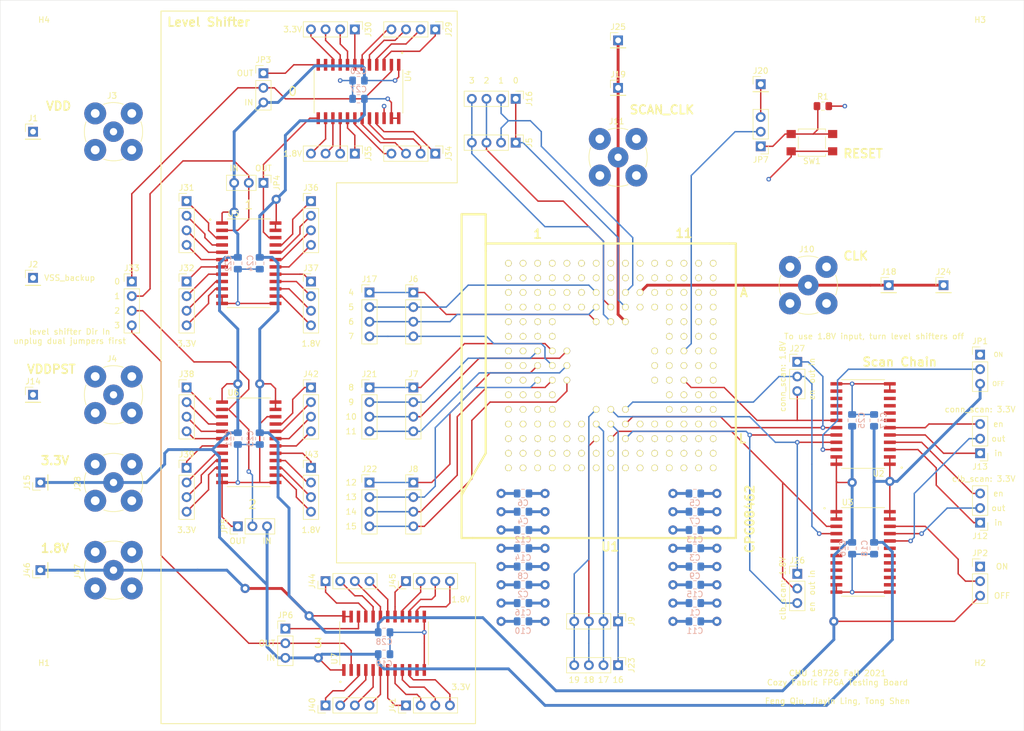
<source format=kicad_pcb>
(kicad_pcb (version 20171130) (host pcbnew "(5.1.4-0-10_14)")
  (layers (0 F.Cu signal) (1 In1.Cu power hide) (2 In2.Cu power hide) (31 B.Cu signal) (34 B.Paste user) (35 F.Paste user) (36 B.SilkS user) (37 F.SilkS user) (38 B.Mask user) (39 F.Mask user) (44 Edge.Cuts user))
  (net 0 "")
  (net 1 /VDD)
  (net 2 /VSS)
  (net 3 /VDDPST)
  (net 4 /io[0])
  (net 5 /io[1])
  (net 6 /io[2])
  (net 7 /io[3])
  (net 8 /io[4])
  (net 9 /io[5])
  (net 10 /io[6])
  (net 11 /io[7])
  (net 12 /io[11])
  (net 13 /io[10])
  (net 14 /io[9])
  (net 15 /io[8])
  (net 16 /io[15])
  (net 17 /io[14])
  (net 18 /io[13])
  (net 19 /io[12])
  (net 20 /io[16])
  (net 21 /io[17])
  (net 22 /io[18])
  (net 23 /io[19])
  (net 24 /CLK)
  (net 25 /SCAN_CLK)
  (net 26 /clb_scan_in)
  (net 27 /clb_scan_out)
  (net 28 /clb_scan_en)
  (net 29 /conn_scan_en)
  (net 30 /conn_scan_out)
  (net 31 /conn_scan_in)
  (net 32 /RST)
  (net 33 "Net-(U1-PadL11)")
  (net 34 "Net-(U1-PadK11)")
  (net 35 "Net-(U1-PadJ11)")
  (net 36 "Net-(U1-PadH11)")
  (net 37 "Net-(U1-PadF11)")
  (net 38 "Net-(U1-PadD11)")
  (net 39 "Net-(U1-PadC11)")
  (net 40 "Net-(U1-PadB11)")
  (net 41 "Net-(U1-PadA11)")
  (net 42 "Net-(U1-PadL10)")
  (net 43 "Net-(U1-PadK10)")
  (net 44 "Net-(U1-PadJ10)")
  (net 45 "Net-(U1-PadG10)")
  (net 46 "Net-(U1-PadF10)")
  (net 47 "Net-(U1-PadE10)")
  (net 48 "Net-(U1-PadC10)")
  (net 49 "Net-(U1-PadB10)")
  (net 50 "Net-(U1-PadA10)")
  (net 51 "Net-(U1-PadL9)")
  (net 52 "Net-(U1-PadK9)")
  (net 53 "Net-(U1-PadB9)")
  (net 54 "Net-(U1-PadL8)")
  (net 55 "Net-(U1-PadB8)")
  (net 56 "Net-(U1-PadL4)")
  (net 57 "Net-(U1-PadB4)")
  (net 58 "Net-(U1-PadA4)")
  (net 59 "Net-(U1-PadL3)")
  (net 60 "Net-(U1-PadK3)")
  (net 61 "Net-(U1-PadB3)")
  (net 62 "Net-(U1-PadA3)")
  (net 63 "Net-(U1-PadL2)")
  (net 64 "Net-(U1-PadK2)")
  (net 65 "Net-(U1-PadJ2)")
  (net 66 "Net-(U1-PadC2)")
  (net 67 "Net-(U1-PadB2)")
  (net 68 "Net-(U1-PadA2)")
  (net 69 "Net-(U1-PadL1)")
  (net 70 "Net-(U1-PadK1)")
  (net 71 "Net-(U1-PadJ1)")
  (net 72 "Net-(U1-PadH1)")
  (net 73 "Net-(U1-PadD1)")
  (net 74 "Net-(U1-PadC1)")
  (net 75 "Net-(U1-PadB1)")
  (net 76 "Net-(U1-PadA1)")
  (net 77 "Net-(U1-PadE9)")
  (net 78 "Net-(U1-PadF9)")
  (net 79 "Net-(U1-PadG9)")
  (net 80 /clb_scan_in_3.3)
  (net 81 /clb_scan_out_3.3)
  (net 82 /clb_scan_en_3.3)
  (net 83 /conn_scan_en_3.3)
  (net 84 /conn_scan_out_3.3)
  (net 85 /conn_scan_in_3.3)
  (net 86 "Net-(U2-Pad17)")
  (net 87 "Net-(U2-Pad16)")
  (net 88 "Net-(U2-Pad15)")
  (net 89 "Net-(U2-Pad14)")
  (net 90 "Net-(U2-Pad10)")
  (net 91 "Net-(U2-Pad9)")
  (net 92 "Net-(U2-Pad8)")
  (net 93 "Net-(U2-Pad7)")
  (net 94 /3.3V)
  (net 95 "Net-(U3-Pad5)")
  (net 96 "Net-(U3-Pad6)")
  (net 97 "Net-(U3-Pad7)")
  (net 98 "Net-(U3-Pad8)")
  (net 99 "Net-(U3-Pad9)")
  (net 100 "Net-(U3-Pad10)")
  (net 101 "Net-(U3-Pad14)")
  (net 102 "Net-(U3-Pad15)")
  (net 103 "Net-(U3-Pad16)")
  (net 104 "Net-(U3-Pad17)")
  (net 105 "Net-(U3-Pad18)")
  (net 106 "Net-(U3-Pad19)")
  (net 107 "Net-(JP1-Pad2)")
  (net 108 "Net-(JP2-Pad2)")
  (net 109 /IOLeverShifter/a[0])
  (net 110 /IOLeverShifter/a[1])
  (net 111 /IOLeverShifter/a[2])
  (net 112 /IOLeverShifter/a[3])
  (net 113 /IOLeverShifter/a[7])
  (net 114 /IOLeverShifter/a[6])
  (net 115 /IOLeverShifter/a[5])
  (net 116 /IOLeverShifter/a[4])
  (net 117 /IOLeverShifter/a[8])
  (net 118 /IOLeverShifter/a[9])
  (net 119 /IOLeverShifter/a[10])
  (net 120 /IOLeverShifter/a[11])
  (net 121 /IOLeverShifter/a[15])
  (net 122 /IOLeverShifter/a[14])
  (net 123 /IOLeverShifter/a[13])
  (net 124 /IOLeverShifter/a[12])
  (net 125 /IOLeverShifter/dir3)
  (net 126 /IOLeverShifter/dir2)
  (net 127 /IOLeverShifter/dir1)
  (net 128 /IOLeverShifter/dir0)
  (net 129 /IOLeverShifter/b[0])
  (net 130 /IOLeverShifter/b[1])
  (net 131 /IOLeverShifter/b[2])
  (net 132 /IOLeverShifter/b[3])
  (net 133 /IOLeverShifter/b[4])
  (net 134 /IOLeverShifter/b[5])
  (net 135 /IOLeverShifter/b[6])
  (net 136 /IOLeverShifter/b[7])
  (net 137 /IOLeverShifter/b[11])
  (net 138 /IOLeverShifter/b[10])
  (net 139 /IOLeverShifter/b[9])
  (net 140 /IOLeverShifter/b[8])
  (net 141 /IOLeverShifter/b[12])
  (net 142 /IOLeverShifter/b[13])
  (net 143 /IOLeverShifter/b[14])
  (net 144 /IOLeverShifter/b[15])
  (net 145 /IOLeverShifter/a[16])
  (net 146 /IOLeverShifter/a[17])
  (net 147 /IOLeverShifter/a[18])
  (net 148 /IOLeverShifter/a[19])
  (net 149 /IOLeverShifter/a[23])
  (net 150 /IOLeverShifter/a[22])
  (net 151 /IOLeverShifter/a[21])
  (net 152 /IOLeverShifter/a[20])
  (net 153 /IOLeverShifter/a[24])
  (net 154 /IOLeverShifter/a[25])
  (net 155 /IOLeverShifter/a[26])
  (net 156 /IOLeverShifter/a[27])
  (net 157 /IOLeverShifter/a[31])
  (net 158 /IOLeverShifter/a[30])
  (net 159 /IOLeverShifter/a[29])
  (net 160 /IOLeverShifter/a[28])
  (net 161 /IOLeverShifter/b[16])
  (net 162 /IOLeverShifter/b[17])
  (net 163 /IOLeverShifter/b[18])
  (net 164 /IOLeverShifter/b[19])
  (net 165 /IOLeverShifter/b[23])
  (net 166 /IOLeverShifter/b[22])
  (net 167 /IOLeverShifter/b[21])
  (net 168 /IOLeverShifter/b[20])
  (net 169 /IOLeverShifter/b[27])
  (net 170 /IOLeverShifter/b[26])
  (net 171 /IOLeverShifter/b[25])
  (net 172 /IOLeverShifter/b[24])
  (net 173 /IOLeverShifter/b[28])
  (net 174 /IOLeverShifter/b[29])
  (net 175 /IOLeverShifter/b[30])
  (net 176 /IOLeverShifter/b[31])
  (net 177 /RST_header)
  (net 178 /RST_switch)
  (net 179 /1.8V)
  (module Connector_PinHeader_2.54mm:PinHeader_1x04_P2.54mm_Vertical (layer F.Cu) (at 57.785 60.325)
    (fp_text reference J31 (at 0 -2.33) (layer F.SilkS))
    (fp_text value Conn_01x04_Male)
    (pad 1 thru_hole rect (at 0 0) (size 1.7 1.7) (drill 1) (layers *.Cu *.Mask) (net 117 /IOLeverShifter/a[8]))
    (pad 2 thru_hole oval (at 0 2.54) (size 1.7 1.7) (drill 1) (layers *.Cu *.Mask) (net 118 /IOLeverShifter/a[9]))
    (pad 3 thru_hole oval (at 0 5.08) (size 1.7 1.7) (drill 1) (layers *.Cu *.Mask) (net 119 /IOLeverShifter/a[10]))
    (pad 4 thru_hole oval (at 0 7.62) (size 1.7 1.7) (drill 1) (layers *.Cu *.Mask) (net 120 /IOLeverShifter/a[11]))
  )
  (module CPG08462:CPG08462_original (layer F.Cu) (at 113.665 71.12 180)
    (fp_text reference U1 (at -17.653 -49.276) (layer F.SilkS) (effects (font (size 1.524 1.524) (thickness 0.3048))))
    (fp_text value CPG08462 (at -41.91 -44.45 90) (layer F.SilkS) (effects (font (size 1.524 1.524) (thickness 0.3048))))
    (fp_text user A (at -40.894 -5.08) (layer F.SilkS) (effects (font (size 1.524 1.524) (thickness 0.3048))))
    (fp_text user 11 (at -30.48 5.207) (layer F.SilkS) (effects (font (size 1.524 1.524) (thickness 0.3048))))
    (fp_text user 1 (at -5.08 5.08) (layer F.SilkS) (effects (font (size 1.524 1.524) (thickness 0.3048))))
    (fp_text user L (at -40.64 -30.48) (layer F.SilkS) (effects (font (size 1.524 1.524) (thickness 0.3048))))
    (pad "" thru_hole circle (at -33.02 -33.02 180) (size 1.143 1.143) (drill 0.8128) (layers *.Cu *.Mask F.SilkS))
    (pad "" thru_hole circle (at -33.02 -30.48 180) (size 1.143 1.143) (drill 0.8128) (layers *.Cu *.Mask F.SilkS))
    (pad "" thru_hole circle (at -33.02 -27.94 180) (size 1.143 1.143) (drill 0.8128) (layers *.Cu *.Mask F.SilkS))
    (pad "" thru_hole circle (at -33.02 -25.4 180) (size 1.143 1.143) (drill 0.8128) (layers *.Cu *.Mask F.SilkS))
    (pad "" thru_hole circle (at -33.02 -22.86 180) (size 1.143 1.143) (drill 0.8128) (layers *.Cu *.Mask F.SilkS))
    (pad "" thru_hole circle (at -33.02 -20.32 180) (size 1.143 1.143) (drill 0.8128) (layers *.Cu *.Mask F.SilkS))
    (pad "" thru_hole circle (at -33.02 -17.78 180) (size 1.143 1.143) (drill 0.8128) (layers *.Cu *.Mask F.SilkS))
    (pad "" thru_hole circle (at -33.02 -15.24 180) (size 1.143 1.143) (drill 0.8128) (layers *.Cu *.Mask F.SilkS))
    (pad "" thru_hole circle (at -33.02 -12.7 180) (size 1.143 1.143) (drill 0.8128) (layers *.Cu *.Mask F.SilkS))
    (pad "" thru_hole circle (at -33.02 -10.16 180) (size 1.143 1.143) (drill 0.8128) (layers *.Cu *.Mask F.SilkS))
    (pad "" thru_hole circle (at -33.02 -7.62 180) (size 1.143 1.143) (drill 0.8128) (layers *.Cu *.Mask F.SilkS))
    (pad "" thru_hole circle (at -33.02 -5.08 180) (size 1.143 1.143) (drill 0.8128) (layers *.Cu *.Mask F.SilkS))
    (pad "" thru_hole circle (at -33.02 -2.54 180) (size 1.143 1.143) (drill 0.8128) (layers *.Cu *.Mask F.SilkS))
    (pad "" thru_hole circle (at -30.48 -33.02 180) (size 1.143 1.143) (drill 0.8128) (layers *.Cu *.Mask F.SilkS))
    (pad L11 thru_hole circle (at -30.48 -30.48 180) (size 1.143 1.143) (drill 0.8128) (layers *.Cu *.Mask F.SilkS) (net 33 "Net-(U1-PadL11)"))
    (pad K11 thru_hole circle (at -30.48 -27.94 180) (size 1.143 1.143) (drill 0.8128) (layers *.Cu *.Mask F.SilkS) (net 34 "Net-(U1-PadK11)"))
    (pad J11 thru_hole circle (at -30.48 -25.4 180) (size 1.143 1.143) (drill 0.8128) (layers *.Cu *.Mask F.SilkS) (net 35 "Net-(U1-PadJ11)"))
    (pad H11 thru_hole circle (at -30.48 -22.86 180) (size 1.143 1.143) (drill 0.8128) (layers *.Cu *.Mask F.SilkS) (net 36 "Net-(U1-PadH11)"))
    (pad G11 thru_hole circle (at -30.48 -20.32 180) (size 1.143 1.143) (drill 0.8128) (layers *.Cu *.Mask F.SilkS) (net 29 /conn_scan_en))
    (pad F11 thru_hole circle (at -30.48 -17.78 180) (size 1.143 1.143) (drill 0.8128) (layers *.Cu *.Mask F.SilkS) (net 37 "Net-(U1-PadF11)"))
    (pad E11 thru_hole circle (at -30.48 -15.24 180) (size 1.143 1.143) (drill 0.8128) (layers *.Cu *.Mask F.SilkS) (net 32 /RST))
    (pad D11 thru_hole circle (at -30.48 -12.7 180) (size 1.143 1.143) (drill 0.8128) (layers *.Cu *.Mask F.SilkS) (net 38 "Net-(U1-PadD11)"))
    (pad C11 thru_hole circle (at -30.48 -10.16 180) (size 1.143 1.143) (drill 0.8128) (layers *.Cu *.Mask F.SilkS) (net 39 "Net-(U1-PadC11)"))
    (pad B11 thru_hole circle (at -30.48 -7.62 180) (size 1.143 1.143) (drill 0.8128) (layers *.Cu *.Mask F.SilkS) (net 40 "Net-(U1-PadB11)"))
    (pad A11 thru_hole circle (at -30.48 -5.08 180) (size 1.143 1.143) (drill 0.8128) (layers *.Cu *.Mask F.SilkS) (net 41 "Net-(U1-PadA11)"))
    (pad "" thru_hole circle (at -30.48 -2.54 180) (size 1.143 1.143) (drill 0.8128) (layers *.Cu *.Mask F.SilkS))
    (pad "" thru_hole circle (at -27.94 -33.02 180) (size 1.143 1.143) (drill 0.8128) (layers *.Cu *.Mask F.SilkS))
    (pad L10 thru_hole circle (at -27.94 -30.48 180) (size 1.143 1.143) (drill 0.8128) (layers *.Cu *.Mask F.SilkS) (net 42 "Net-(U1-PadL10)"))
    (pad K10 thru_hole circle (at -27.94 -27.94 180) (size 1.143 1.143) (drill 0.8128) (layers *.Cu *.Mask F.SilkS) (net 43 "Net-(U1-PadK10)"))
    (pad J10 thru_hole circle (at -27.94 -25.4 180) (size 1.143 1.143) (drill 0.8128) (layers *.Cu *.Mask F.SilkS) (net 44 "Net-(U1-PadJ10)"))
    (pad H10 thru_hole circle (at -27.94 -22.86 180) (size 1.143 1.143) (drill 0.8128) (layers *.Cu *.Mask F.SilkS) (net 1 /VDD))
    (pad G10 thru_hole circle (at -27.94 -20.32 180) (size 1.143 1.143) (drill 0.8128) (layers *.Cu *.Mask F.SilkS) (net 45 "Net-(U1-PadG10)"))
    (pad F10 thru_hole circle (at -27.94 -17.78 180) (size 1.143 1.143) (drill 0.8128) (layers *.Cu *.Mask F.SilkS) (net 46 "Net-(U1-PadF10)"))
    (pad E10 thru_hole circle (at -27.94 -15.24 180) (size 1.143 1.143) (drill 0.8128) (layers *.Cu *.Mask F.SilkS) (net 47 "Net-(U1-PadE10)"))
    (pad D10 thru_hole circle (at -27.94 -12.7 180) (size 1.143 1.143) (drill 0.8128) (layers *.Cu *.Mask F.SilkS) (net 2 /VSS))
    (pad C10 thru_hole circle (at -27.94 -10.16 180) (size 1.143 1.143) (drill 0.8128) (layers *.Cu *.Mask F.SilkS) (net 48 "Net-(U1-PadC10)"))
    (pad B10 thru_hole circle (at -27.94 -7.62 180) (size 1.143 1.143) (drill 0.8128) (layers *.Cu *.Mask F.SilkS) (net 49 "Net-(U1-PadB10)"))
    (pad A10 thru_hole circle (at -27.94 -5.08 180) (size 1.143 1.143) (drill 0.8128) (layers *.Cu *.Mask F.SilkS) (net 50 "Net-(U1-PadA10)"))
    (pad "" thru_hole circle (at -27.94 -2.54 180) (size 1.143 1.143) (drill 0.8128) (layers *.Cu *.Mask F.SilkS))
    (pad "" thru_hole circle (at -25.4 -33.02 180) (size 1.143 1.143) (drill 0.8128) (layers *.Cu *.Mask F.SilkS))
    (pad L9 thru_hole circle (at -25.4 -30.48 180) (size 1.143 1.143) (drill 0.8128) (layers *.Cu *.Mask F.SilkS) (net 51 "Net-(U1-PadL9)"))
    (pad K9 thru_hole circle (at -25.4 -27.94 180) (size 1.143 1.143) (drill 0.8128) (layers *.Cu *.Mask F.SilkS) (net 52 "Net-(U1-PadK9)"))
    (pad B9 thru_hole circle (at -25.4 -7.62 180) (size 1.143 1.143) (drill 0.8128) (layers *.Cu *.Mask F.SilkS) (net 53 "Net-(U1-PadB9)"))
    (pad A9 thru_hole circle (at -25.4 -5.08 180) (size 1.143 1.143) (drill 0.8128) (layers *.Cu *.Mask F.SilkS) (net 3 /VDDPST))
    (pad "" thru_hole circle (at -25.4 -2.54 180) (size 1.143 1.143) (drill 0.8128) (layers *.Cu *.Mask F.SilkS))
    (pad "" thru_hole circle (at -22.86 -33.02 180) (size 1.143 1.143) (drill 0.8128) (layers *.Cu *.Mask F.SilkS))
    (pad L8 thru_hole circle (at -22.86 -30.48 180) (size 1.143 1.143) (drill 0.8128) (layers *.Cu *.Mask F.SilkS) (net 54 "Net-(U1-PadL8)"))
    (pad K8 thru_hole circle (at -22.86 -27.94 180) (size 1.143 1.143) (drill 0.8128) (layers *.Cu *.Mask F.SilkS) (net 2 /VSS))
    (pad B8 thru_hole circle (at -22.86 -7.62 180) (size 1.143 1.143) (drill 0.8128) (layers *.Cu *.Mask F.SilkS) (net 55 "Net-(U1-PadB8)"))
    (pad A8 thru_hole circle (at -22.86 -5.08 180) (size 1.143 1.143) (drill 0.8128) (layers *.Cu *.Mask F.SilkS) (net 24 /CLK))
    (pad "" thru_hole circle (at -22.86 -2.54 180) (size 1.143 1.143) (drill 0.8128) (layers *.Cu *.Mask F.SilkS))
    (pad "" thru_hole circle (at -20.32 -33.02 180) (size 1.143 1.143) (drill 0.8128) (layers *.Cu *.Mask F.SilkS))
    (pad L7 thru_hole circle (at -20.32 -30.48 180) (size 1.143 1.143) (drill 0.8128) (layers *.Cu *.Mask F.SilkS) (net 28 /clb_scan_en))
    (pad K7 thru_hole circle (at -20.32 -27.94 180) (size 1.143 1.143) (drill 0.8128) (layers *.Cu *.Mask F.SilkS) (net 31 /conn_scan_in))
    (pad B7 thru_hole circle (at -20.32 -7.62 180) (size 1.143 1.143) (drill 0.8128) (layers *.Cu *.Mask F.SilkS) (net 4 /io[0]))
    (pad A7 thru_hole circle (at -20.32 -5.08 180) (size 1.143 1.143) (drill 0.8128) (layers *.Cu *.Mask F.SilkS) (net 5 /io[1]))
    (pad "" thru_hole circle (at -20.32 -2.54 180) (size 1.143 1.143) (drill 0.8128) (layers *.Cu *.Mask F.SilkS))
    (pad "" thru_hole circle (at -17.78 -33.02 180) (size 1.143 1.143) (drill 0.8128) (layers *.Cu *.Mask F.SilkS))
    (pad L6 thru_hole circle (at -17.78 -30.48 180) (size 1.143 1.143) (drill 0.8128) (layers *.Cu *.Mask F.SilkS) (net 27 /clb_scan_out))
    (pad K6 thru_hole circle (at -17.78 -27.94 180) (size 1.143 1.143) (drill 0.8128) (layers *.Cu *.Mask F.SilkS) (net 20 /io[16]))
    (pad B6 thru_hole circle (at -17.78 -7.62 180) (size 1.143 1.143) (drill 0.8128) (layers *.Cu *.Mask F.SilkS) (net 6 /io[2]))
    (pad A6 thru_hole circle (at -17.78 -5.08 180) (size 1.143 1.143) (drill 0.8128) (layers *.Cu *.Mask F.SilkS) (net 2 /VSS))
    (pad "" thru_hole circle (at -17.78 -2.54 180) (size 1.143 1.143) (drill 0.8128) (layers *.Cu *.Mask F.SilkS))
    (pad "" thru_hole circle (at -15.24 -33.02 180) (size 1.143 1.143) (drill 0.8128) (layers *.Cu *.Mask F.SilkS))
    (pad L5 thru_hole circle (at -15.24 -30.48 180) (size 1.143 1.143) (drill 0.8128) (layers *.Cu *.Mask F.SilkS) (net 22 /io[18]))
    (pad K5 thru_hole circle (at -15.24 -27.94 180) (size 1.143 1.143) (drill 0.8128) (layers *.Cu *.Mask F.SilkS) (net 21 /io[17]))
    (pad B5 thru_hole circle (at -15.24 -7.62 180) (size 1.143 1.143) (drill 0.8128) (layers *.Cu *.Mask F.SilkS) (net 10 /io[6]))
    (pad A5 thru_hole circle (at -15.24 -5.08 180) (size 1.143 1.143) (drill 0.8128) (layers *.Cu *.Mask F.SilkS) (net 9 /io[5]))
    (pad "" thru_hole circle (at -15.24 -2.54 180) (size 1.143 1.143) (drill 0.8128) (layers *.Cu *.Mask F.SilkS))
    (pad "" thru_hole circle (at -12.7 -33.02 180) (size 1.143 1.143) (drill 0.8128) (layers *.Cu *.Mask F.SilkS))
    (pad L4 thru_hole circle (at -12.7 -30.48 180) (size 1.143 1.143) (drill 0.8128) (layers *.Cu *.Mask F.SilkS) (net 56 "Net-(U1-PadL4)"))
    (pad K4 thru_hole circle (at -12.7 -27.94 180) (size 1.143 1.143) (drill 0.8128) (layers *.Cu *.Mask F.SilkS) (net 3 /VDDPST))
    (pad B4 thru_hole circle (at -12.7 -7.62 180) (size 1.143 1.143) (drill 0.8128) (layers *.Cu *.Mask F.SilkS) (net 57 "Net-(U1-PadB4)"))
    (pad A4 thru_hole circle (at -12.7 -5.08 180) (size 1.143 1.143) (drill 0.8128) (layers *.Cu *.Mask F.SilkS) (net 58 "Net-(U1-PadA4)"))
    (pad "" thru_hole circle (at -12.7 -2.54 180) (size 1.143 1.143) (drill 0.8128) (layers *.Cu *.Mask F.SilkS))
    (pad "" thru_hole circle (at -10.16 -33.02 180) (size 1.143 1.143) (drill 0.8128) (layers *.Cu *.Mask F.SilkS))
    (pad L3 thru_hole circle (at -10.16 -30.48 180) (size 1.143 1.143) (drill 0.8128) (layers *.Cu *.Mask F.SilkS) (net 59 "Net-(U1-PadL3)"))
    (pad K3 thru_hole circle (at -10.16 -27.94 180) (size 1.143 1.143) (drill 0.8128) (layers *.Cu *.Mask F.SilkS) (net 60 "Net-(U1-PadK3)"))
    (pad B3 thru_hole circle (at -10.16 -7.62 180) (size 1.143 1.143) (drill 0.8128) (layers *.Cu *.Mask F.SilkS) (net 61 "Net-(U1-PadB3)"))
    (pad A3 thru_hole circle (at -10.16 -5.08 180) (size 1.143 1.143) (drill 0.8128) (layers *.Cu *.Mask F.SilkS) (net 62 "Net-(U1-PadA3)"))
    (pad "" thru_hole circle (at -10.16 -2.54 180) (size 1.143 1.143) (drill 0.8128) (layers *.Cu *.Mask F.SilkS))
    (pad "" thru_hole circle (at -7.62 -33.02 180) (size 1.143 1.143) (drill 0.8128) (layers *.Cu *.Mask F.SilkS))
    (pad L2 thru_hole circle (at -7.62 -30.48 180) (size 1.143 1.143) (drill 0.8128) (layers *.Cu *.Mask F.SilkS) (net 63 "Net-(U1-PadL2)"))
    (pad K2 thru_hole circle (at -7.62 -27.94 180) (size 1.143 1.143) (drill 0.8128) (layers *.Cu *.Mask F.SilkS) (net 64 "Net-(U1-PadK2)"))
    (pad J2 thru_hole circle (at -7.62 -25.4 180) (size 1.143 1.143) (drill 0.8128) (layers *.Cu *.Mask F.SilkS) (net 65 "Net-(U1-PadJ2)"))
    (pad H2 thru_hole circle (at -7.62 -22.86 180) (size 1.143 1.143) (drill 0.8128) (layers *.Cu *.Mask F.SilkS) (net 2 /VSS))
    (pad G2 thru_hole circle (at -7.62 -20.32 180) (size 1.143 1.143) (drill 0.8128) (layers *.Cu *.Mask F.SilkS) (net 17 /io[14]))
    (pad F2 thru_hole circle (at -7.62 -17.78 180) (size 1.143 1.143) (drill 0.8128) (layers *.Cu *.Mask F.SilkS) (net 11 /io[7]))
    (pad E2 thru_hole circle (at -7.62 -15.24 180) (size 1.143 1.143) (drill 0.8128) (layers *.Cu *.Mask F.SilkS) (net 15 /io[8]))
    (pad D2 thru_hole circle (at -7.62 -12.7 180) (size 1.143 1.143) (drill 0.8128) (layers *.Cu *.Mask F.SilkS) (net 1 /VDD))
    (pad C2 thru_hole circle (at -7.62 -10.16 180) (size 1.143 1.143) (drill 0.8128) (layers *.Cu *.Mask F.SilkS) (net 66 "Net-(U1-PadC2)"))
    (pad B2 thru_hole circle (at -7.62 -7.62 180) (size 1.143 1.143) (drill 0.8128) (layers *.Cu *.Mask F.SilkS) (net 67 "Net-(U1-PadB2)"))
    (pad A2 thru_hole circle (at -7.62 -5.08 180) (size 1.143 1.143) (drill 0.8128) (layers *.Cu *.Mask F.SilkS) (net 68 "Net-(U1-PadA2)"))
    (pad "" thru_hole circle (at -7.62 -2.54 180) (size 1.143 1.143) (drill 0.8128) (layers *.Cu *.Mask F.SilkS))
    (pad "" thru_hole circle (at -5.08 -33.02 180) (size 1.143 1.143) (drill 0.8128) (layers *.Cu *.Mask F.SilkS))
    (pad L1 thru_hole circle (at -5.08 -30.48 180) (size 1.143 1.143) (drill 0.8128) (layers *.Cu *.Mask F.SilkS) (net 69 "Net-(U1-PadL1)"))
    (pad K1 thru_hole circle (at -5.08 -27.94 180) (size 1.143 1.143) (drill 0.8128) (layers *.Cu *.Mask F.SilkS) (net 70 "Net-(U1-PadK1)"))
    (pad J1 thru_hole circle (at -5.08 -25.4 180) (size 1.143 1.143) (drill 0.8128) (layers *.Cu *.Mask F.SilkS) (net 71 "Net-(U1-PadJ1)"))
    (pad H1 thru_hole circle (at -5.08 -22.86 180) (size 1.143 1.143) (drill 0.8128) (layers *.Cu *.Mask F.SilkS) (net 72 "Net-(U1-PadH1)"))
    (pad G1 thru_hole circle (at -5.08 -20.32 180) (size 1.143 1.143) (drill 0.8128) (layers *.Cu *.Mask F.SilkS) (net 18 /io[13]))
    (pad F1 thru_hole circle (at -5.08 -17.78 180) (size 1.143 1.143) (drill 0.8128) (layers *.Cu *.Mask F.SilkS) (net 19 /io[12]))
    (pad E1 thru_hole circle (at -5.08 -15.24 180) (size 1.143 1.143) (drill 0.8128) (layers *.Cu *.Mask F.SilkS) (net 14 /io[9]))
    (pad D1 thru_hole circle (at -5.08 -12.7 180) (size 1.143 1.143) (drill 0.8128) (layers *.Cu *.Mask F.SilkS) (net 73 "Net-(U1-PadD1)"))
    (pad C1 thru_hole circle (at -5.08 -10.16 180) (size 1.143 1.143) (drill 0.8128) (layers *.Cu *.Mask F.SilkS) (net 74 "Net-(U1-PadC1)"))
    (pad B1 thru_hole circle (at -5.08 -7.62 180) (size 1.143 1.143) (drill 0.8128) (layers *.Cu *.Mask F.SilkS) (net 75 "Net-(U1-PadB1)"))
    (pad A1 thru_hole circle (at -5.08 -5.08 180) (size 1.143 1.143) (drill 0.8128) (layers *.Cu *.Mask F.SilkS) (net 76 "Net-(U1-PadA1)"))
    (pad "" thru_hole circle (at -5.08 -2.54 180) (size 1.143 1.143) (drill 0.8128) (layers *.Cu *.Mask F.SilkS))
    (pad "" thru_hole circle (at -2.54 -33.02 180) (size 1.143 1.143) (drill 0.8128) (layers *.Cu *.Mask F.SilkS))
    (pad "" thru_hole circle (at -2.54 -30.48 180) (size 1.143 1.143) (drill 0.8128) (layers *.Cu *.Mask F.SilkS))
    (pad "" thru_hole circle (at -2.54 -27.94 180) (size 1.143 1.143) (drill 0.8128) (layers *.Cu *.Mask F.SilkS))
    (pad "" thru_hole circle (at -2.54 -25.4 180) (size 1.143 1.143) (drill 0.8128) (layers *.Cu *.Mask F.SilkS))
    (pad "" thru_hole circle (at -2.54 -22.86 180) (size 1.143 1.143) (drill 0.8128) (layers *.Cu *.Mask F.SilkS))
    (pad "" thru_hole circle (at -2.54 -20.32 180) (size 1.143 1.143) (drill 0.8128) (layers *.Cu *.Mask F.SilkS))
    (pad "" thru_hole circle (at -2.54 -17.78 180) (size 1.143 1.143) (drill 0.8128) (layers *.Cu *.Mask F.SilkS))
    (pad "" thru_hole circle (at -2.54 -15.24 180) (size 1.143 1.143) (drill 0.8128) (layers *.Cu *.Mask F.SilkS))
    (pad "" thru_hole circle (at -2.54 -12.7 180) (size 1.143 1.143) (drill 0.8128) (layers *.Cu *.Mask F.SilkS))
    (pad "" thru_hole circle (at -2.54 -10.16 180) (size 1.143 1.143) (drill 0.8128) (layers *.Cu *.Mask F.SilkS))
    (pad "" thru_hole circle (at -2.54 -7.62 180) (size 1.143 1.143) (drill 0.8128) (layers *.Cu *.Mask F.SilkS))
    (pad "" thru_hole circle (at -2.54 -5.08 180) (size 1.143 1.143) (drill 0.8128) (layers *.Cu *.Mask F.SilkS))
    (pad "" thru_hole circle (at -2.54 -2.54 180) (size 1.143 1.143) (drill 0.8128) (layers *.Cu *.Mask F.SilkS))
    (pad "" thru_hole circle (at -2.54 0 180) (size 1.143 1.143) (drill 0.8128) (layers *.Cu *.Mask F.SilkS))
    (pad "" thru_hole circle (at -5.08 0 180) (size 1.143 1.143) (drill 0.8128) (layers *.Cu *.Mask F.SilkS))
    (pad "" thru_hole circle (at -7.62 0 180) (size 1.143 1.143) (drill 0.8128) (layers *.Cu *.Mask F.SilkS))
    (pad "" thru_hole circle (at -10.16 0 180) (size 1.143 1.143) (drill 0.8128) (layers *.Cu *.Mask F.SilkS))
    (pad "" thru_hole circle (at -12.7 0 180) (size 1.143 1.143) (drill 0.8128) (layers *.Cu *.Mask F.SilkS))
    (pad "" thru_hole circle (at -15.24 0 180) (size 1.143 1.143) (drill 0.8128) (layers *.Cu *.Mask F.SilkS))
    (pad "" thru_hole circle (at -17.78 0 180) (size 1.143 1.143) (drill 0.8128) (layers *.Cu *.Mask F.SilkS))
    (pad "" thru_hole circle (at -20.32 0 180) (size 1.143 1.143) (drill 0.8128) (layers *.Cu *.Mask F.SilkS))
    (pad "" thru_hole circle (at -22.86 0 180) (size 1.143 1.143) (drill 0.8128) (layers *.Cu *.Mask F.SilkS))
    (pad "" thru_hole circle (at -25.4 0 180) (size 1.143 1.143) (drill 0.8128) (layers *.Cu *.Mask F.SilkS))
    (pad "" thru_hole circle (at -27.94 0 180) (size 1.143 1.143) (drill 0.8128) (layers *.Cu *.Mask F.SilkS))
    (pad "" thru_hole circle (at -30.48 0 180) (size 1.143 1.143) (drill 0.8128) (layers *.Cu *.Mask F.SilkS))
    (pad "" thru_hole circle (at -33.02 0 180) (size 1.143 1.143) (drill 0.8128) (layers *.Cu *.Mask F.SilkS))
    (pad "" thru_hole circle (at -2.54 -35.56 180) (size 1.143 1.143) (drill 0.8128) (layers *.Cu *.Mask F.SilkS))
    (pad "" thru_hole circle (at -5.08 -35.56 180) (size 1.143 1.143) (drill 0.8128) (layers *.Cu *.Mask F.SilkS))
    (pad "" thru_hole circle (at -7.62 -35.56 180) (size 1.143 1.143) (drill 0.8128) (layers *.Cu *.Mask F.SilkS))
    (pad "" thru_hole circle (at -10.16 -35.56 180) (size 1.143 1.143) (drill 0.8128) (layers *.Cu *.Mask F.SilkS))
    (pad "" thru_hole circle (at -12.7 -35.56 180) (size 1.143 1.143) (drill 0.8128) (layers *.Cu *.Mask F.SilkS))
    (pad "" thru_hole circle (at -15.24 -35.56 180) (size 1.143 1.143) (drill 0.8128) (layers *.Cu *.Mask F.SilkS))
    (pad "" thru_hole circle (at -17.78 -35.56 180) (size 1.143 1.143) (drill 0.8128) (layers *.Cu *.Mask F.SilkS))
    (pad "" thru_hole circle (at -20.32 -35.56 180) (size 1.143 1.143) (drill 0.8128) (layers *.Cu *.Mask F.SilkS))
    (pad "" thru_hole circle (at -22.86 -35.56 180) (size 1.143 1.143) (drill 0.8128) (layers *.Cu *.Mask F.SilkS))
    (pad "" thru_hole circle (at -25.4 -35.56 180) (size 1.143 1.143) (drill 0.8128) (layers *.Cu *.Mask F.SilkS))
    (pad "" thru_hole circle (at -27.94 -35.56 180) (size 1.143 1.143) (drill 0.8128) (layers *.Cu *.Mask F.SilkS))
    (pad "" thru_hole circle (at -30.48 -35.56 180) (size 1.143 1.143) (drill 0.8128) (layers *.Cu *.Mask F.SilkS))
    (pad "" thru_hole circle (at -33.02 -35.56 180) (size 1.143 1.143) (drill 0.8128) (layers *.Cu *.Mask F.SilkS))
    (pad "" thru_hole circle (at 0 -35.56 180) (size 1.143 1.143) (drill 0.8128) (layers *.Cu *.Mask F.SilkS))
    (pad "" thru_hole circle (at 0 0 180) (size 1.143 1.143) (drill 0.8128) (layers *.Cu *.Mask F.SilkS))
    (pad "" thru_hole circle (at 0 -2.54 180) (size 1.143 1.143) (drill 0.8128) (layers *.Cu *.Mask F.SilkS))
    (pad "" thru_hole circle (at 0 -5.08 180) (size 1.143 1.143) (drill 0.8128) (layers *.Cu *.Mask F.SilkS))
    (pad "" thru_hole circle (at 0 -7.62 180) (size 1.143 1.143) (drill 0.8128) (layers *.Cu *.Mask F.SilkS))
    (pad "" thru_hole circle (at 0 -10.16 180) (size 1.143 1.143) (drill 0.8128) (layers *.Cu *.Mask F.SilkS))
    (pad "" thru_hole circle (at 0 -12.7 180) (size 1.143 1.143) (drill 0.8128) (layers *.Cu *.Mask F.SilkS))
    (pad "" thru_hole circle (at 0 -15.24 180) (size 1.143 1.143) (drill 0.8128) (layers *.Cu *.Mask F.SilkS))
    (pad "" thru_hole circle (at 0 -17.78 180) (size 1.143 1.143) (drill 0.8128) (layers *.Cu *.Mask F.SilkS))
    (pad "" thru_hole circle (at 0 -20.32 180) (size 1.143 1.143) (drill 0.8128) (layers *.Cu *.Mask F.SilkS))
    (pad "" thru_hole circle (at 0 -22.86 180) (size 1.143 1.143) (drill 0.8128) (layers *.Cu *.Mask F.SilkS))
    (pad "" thru_hole circle (at 0 -25.4 180) (size 1.143 1.143) (drill 0.8128) (layers *.Cu *.Mask F.SilkS))
    (pad "" thru_hole circle (at 0 -27.94 180) (size 1.143 1.143) (drill 0.8128) (layers *.Cu *.Mask F.SilkS))
    (pad "" thru_hole circle (at 0 -30.48 180) (size 1.143 1.143) (drill 0.8128) (layers *.Cu *.Mask F.SilkS))
    (pad "" thru_hole circle (at 0 -33.02 180) (size 1.143 1.143) (drill 0.8128) (layers *.Cu *.Mask F.SilkS))
    (pad "" thru_hole circle (at -35.56 -35.56 180) (size 1.143 1.143) (drill 0.8128) (layers *.Cu *.Mask F.SilkS))
    (pad "" thru_hole circle (at -35.56 0 180) (size 1.143 1.143) (drill 0.8128) (layers *.Cu *.Mask F.SilkS))
    (pad "" thru_hole circle (at -35.56 -2.54 180) (size 1.143 1.143) (drill 0.8128) (layers *.Cu *.Mask F.SilkS))
    (pad "" thru_hole circle (at -35.56 -5.08 180) (size 1.143 1.143) (drill 0.8128) (layers *.Cu *.Mask F.SilkS))
    (pad "" thru_hole circle (at -35.56 -7.62 180) (size 1.143 1.143) (drill 0.8128) (layers *.Cu *.Mask F.SilkS))
    (pad "" thru_hole circle (at -35.56 -10.16 180) (size 1.143 1.143) (drill 0.8128) (layers *.Cu *.Mask F.SilkS))
    (pad "" thru_hole circle (at -35.56 -12.7 180) (size 1.143 1.143) (drill 0.8128) (layers *.Cu *.Mask F.SilkS))
    (pad "" thru_hole circle (at -35.56 -15.24 180) (size 1.143 1.143) (drill 0.8128) (layers *.Cu *.Mask F.SilkS))
    (pad "" thru_hole circle (at -35.56 -17.78 180) (size 1.143 1.143) (drill 0.8128) (layers *.Cu *.Mask F.SilkS))
    (pad "" thru_hole circle (at -35.56 -20.32 180) (size 1.143 1.143) (drill 0.8128) (layers *.Cu *.Mask F.SilkS))
    (pad "" thru_hole circle (at -35.56 -22.86 180) (size 1.143 1.143) (drill 0.8128) (layers *.Cu *.Mask F.SilkS))
    (pad "" thru_hole circle (at -35.56 -25.4 180) (size 1.143 1.143) (drill 0.8128) (layers *.Cu *.Mask F.SilkS))
    (pad "" thru_hole circle (at -35.56 -27.94 180) (size 1.143 1.143) (drill 0.8128) (layers *.Cu *.Mask F.SilkS))
    (pad "" thru_hole circle (at -35.56 -30.48 180) (size 1.143 1.143) (drill 0.8128) (layers *.Cu *.Mask F.SilkS))
    (pad "" thru_hole circle (at -35.56 -33.02 180) (size 1.143 1.143) (drill 0.8128) (layers *.Cu *.Mask F.SilkS))
    (pad C5 thru_hole circle (at -15.24 -10.16 180) (size 1.143 1.143) (drill 0.8128) (layers *.Cu *.Mask F.SilkS) (net 8 /io[4]))
    (pad C6 thru_hole circle (at -17.78 -10.16 180) (size 1.143 1.143) (drill 0.8128) (layers *.Cu *.Mask F.SilkS) (net 7 /io[3]))
    (pad C7 thru_hole circle (at -20.32 -10.16 180) (size 1.143 1.143) (drill 0.8128) (layers *.Cu *.Mask F.SilkS) (net 25 /SCAN_CLK))
    (pad E3 thru_hole circle (at -10.16 -15.24 180) (size 1.143 1.143) (drill 0.8128) (layers *.Cu *.Mask F.SilkS) (net 13 /io[10]))
    (pad F3 thru_hole circle (at -10.16 -17.78 180) (size 1.143 1.143) (drill 0.8128) (layers *.Cu *.Mask F.SilkS) (net 12 /io[11]))
    (pad G3 thru_hole circle (at -10.16 -20.32 180) (size 1.143 1.143) (drill 0.8128) (layers *.Cu *.Mask F.SilkS) (net 16 /io[15]))
    (pad E9 thru_hole circle (at -25.4 -15.24 180) (size 1.143 1.143) (drill 0.8128) (layers *.Cu *.Mask F.SilkS) (net 77 "Net-(U1-PadE9)"))
    (pad F9 thru_hole circle (at -25.4 -17.78 180) (size 1.143 1.143) (drill 0.8128) (layers *.Cu *.Mask F.SilkS) (net 78 "Net-(U1-PadF9)"))
    (pad G9 thru_hole circle (at -25.4 -20.32 180) (size 1.143 1.143) (drill 0.8128) (layers *.Cu *.Mask F.SilkS) (net 79 "Net-(U1-PadG9)"))
    (pad J5 thru_hole circle (at -15.24 -25.4 180) (size 1.143 1.143) (drill 0.8128) (layers *.Cu *.Mask F.SilkS) (net 23 /io[19]))
    (pad J6 thru_hole circle (at -17.78 -25.4 180) (size 1.143 1.143) (drill 0.8128) (layers *.Cu *.Mask F.SilkS) (net 26 /clb_scan_in))
    (pad J7 thru_hole circle (at -20.32 -25.4 180) (size 1.143 1.143) (drill 0.8128) (layers *.Cu *.Mask F.SilkS) (net 30 /conn_scan_out))
  )
  (module Capacitor_SMD:C_0805_2012Metric_Pad1.15x1.40mm_HandSolder (layer B.Cu) (at 146.05 130.175)
    (fp_text reference C1 (at 0 1.65) (layer B.SilkS) (effects (justify mirror)))
    (fp_text value 100p)
    (pad 1 smd roundrect (at -1.025 0) (size 1.15 1.4) (layers B.Cu B.Paste B.Mask) (roundrect_rratio 0.217391) (net 1 /VDD))
    (pad 2 smd roundrect (at 1.025 0) (size 1.15 1.4) (layers B.Cu B.Paste B.Mask) (roundrect_rratio 0.217391) (net 2 /VSS))
  )
  (module Capacitor_SMD:C_0805_2012Metric_Pad1.15x1.40mm_HandSolder (layer B.Cu) (at 116.205 127)
    (fp_text reference C2 (at 0 1.65) (layer B.SilkS) (effects (justify mirror)))
    (fp_text value 100p)
    (pad 2 smd roundrect (at 1.025 0) (size 1.15 1.4) (layers B.Cu B.Paste B.Mask) (roundrect_rratio 0.217391) (net 2 /VSS))
    (pad 1 smd roundrect (at -1.025 0) (size 1.15 1.4) (layers B.Cu B.Paste B.Mask) (roundrect_rratio 0.217391) (net 3 /VDDPST))
  )
  (module Connector_PinHeader_2.54mm:PinHeader_1x01_P2.54mm_Vertical (layer F.Cu) (at 31.115 48.26)
    (fp_text reference J1 (at 0 -2.33) (layer F.SilkS))
    (fp_text value Conn_01x01_Male)
    (pad 1 thru_hole rect (at 0 0) (size 1.7 1.7) (drill 1) (layers *.Cu *.Mask) (net 1 /VDD))
  )
  (module Connector_PinHeader_2.54mm:PinHeader_1x01_P2.54mm_Vertical (layer F.Cu) (at 31.115 73.66)
    (fp_text reference J2 (at 0 -2.33) (layer F.SilkS))
    (fp_text value Conn_01x01_Male)
    (pad 1 thru_hole rect (at 0 0) (size 1.7 1.7) (drill 1) (layers *.Cu *.Mask) (net 2 /VSS))
  )
  (module Connector_PinHeader_2.54mm:PinHeader_1x04_P2.54mm_Vertical (layer F.Cu) (at 114.935 50.165 270)
    (fp_text reference J5 (at 0 -2.33 90) (layer F.SilkS))
    (fp_text value Conn_01x04_Male)
    (pad 1 thru_hole rect (at 0 0 270) (size 1.7 1.7) (drill 1) (layers *.Cu *.Mask) (net 4 /io[0]))
    (pad 2 thru_hole oval (at 0 2.54 270) (size 1.7 1.7) (drill 1) (layers *.Cu *.Mask) (net 5 /io[1]))
    (pad 3 thru_hole oval (at 0 5.08 270) (size 1.7 1.7) (drill 1) (layers *.Cu *.Mask) (net 6 /io[2]))
    (pad 4 thru_hole oval (at 0 7.62 270) (size 1.7 1.7) (drill 1) (layers *.Cu *.Mask) (net 7 /io[3]))
  )
  (module Connector_PinHeader_2.54mm:PinHeader_1x04_P2.54mm_Vertical (layer F.Cu) (at 97.155 76.2)
    (fp_text reference J6 (at 0 -2.33) (layer F.SilkS))
    (fp_text value Conn_01x04_Male)
    (pad 1 thru_hole rect (at 0 0) (size 1.7 1.7) (drill 1) (layers *.Cu *.Mask) (net 8 /io[4]))
    (pad 2 thru_hole oval (at 0 2.54) (size 1.7 1.7) (drill 1) (layers *.Cu *.Mask) (net 9 /io[5]))
    (pad 3 thru_hole oval (at 0 5.08) (size 1.7 1.7) (drill 1) (layers *.Cu *.Mask) (net 10 /io[6]))
    (pad 4 thru_hole oval (at 0 7.62) (size 1.7 1.7) (drill 1) (layers *.Cu *.Mask) (net 11 /io[7]))
  )
  (module Connector_PinHeader_2.54mm:PinHeader_1x04_P2.54mm_Vertical (layer F.Cu) (at 97.155 92.71)
    (fp_text reference J7 (at 0 -2.33) (layer F.SilkS))
    (fp_text value Conn_01x04_Male)
    (pad 4 thru_hole oval (at 0 7.62) (size 1.7 1.7) (drill 1) (layers *.Cu *.Mask) (net 12 /io[11]))
    (pad 3 thru_hole oval (at 0 5.08) (size 1.7 1.7) (drill 1) (layers *.Cu *.Mask) (net 13 /io[10]))
    (pad 2 thru_hole oval (at 0 2.54) (size 1.7 1.7) (drill 1) (layers *.Cu *.Mask) (net 14 /io[9]))
    (pad 1 thru_hole rect (at 0 0) (size 1.7 1.7) (drill 1) (layers *.Cu *.Mask) (net 15 /io[8]))
  )
  (module Connector_PinHeader_2.54mm:PinHeader_1x04_P2.54mm_Vertical (layer F.Cu) (at 97.155 109.22)
    (fp_text reference J8 (at 0 -2.33) (layer F.SilkS))
    (fp_text value Conn_01x04_Male)
    (pad 4 thru_hole oval (at 0 7.62) (size 1.7 1.7) (drill 1) (layers *.Cu *.Mask) (net 16 /io[15]))
    (pad 3 thru_hole oval (at 0 5.08) (size 1.7 1.7) (drill 1) (layers *.Cu *.Mask) (net 17 /io[14]))
    (pad 2 thru_hole oval (at 0 2.54) (size 1.7 1.7) (drill 1) (layers *.Cu *.Mask) (net 18 /io[13]))
    (pad 1 thru_hole rect (at 0 0) (size 1.7 1.7) (drill 1) (layers *.Cu *.Mask) (net 19 /io[12]))
  )
  (module Connector_PinHeader_2.54mm:PinHeader_1x04_P2.54mm_Vertical (layer F.Cu) (at 132.715 133.35 270)
    (fp_text reference J9 (at 0 -2.33 90) (layer F.SilkS))
    (fp_text value Conn_01x04_Male)
    (pad 1 thru_hole rect (at 0 0 270) (size 1.7 1.7) (drill 1) (layers *.Cu *.Mask) (net 20 /io[16]))
    (pad 2 thru_hole oval (at 0 2.54 270) (size 1.7 1.7) (drill 1) (layers *.Cu *.Mask) (net 21 /io[17]))
    (pad 3 thru_hole oval (at 0 5.08 270) (size 1.7 1.7) (drill 1) (layers *.Cu *.Mask) (net 22 /io[18]))
    (pad 4 thru_hole oval (at 0 7.62 270) (size 1.7 1.7) (drill 1) (layers *.Cu *.Mask) (net 23 /io[19]))
  )
  (module Connector_Coaxial:BNC_TEConnectivity_1478204_Vertical (layer F.Cu) (at 165.735 74.93)
    (fp_text reference J10 (at -0.25 -6.25) (layer F.SilkS))
    (fp_text value Conn_Coaxial)
    (pad 2 thru_hole circle (at -3.175 -3.175) (size 3.81 3.81) (drill 1.524) (layers *.Cu *.Mask) (net 2 /VSS))
    (pad 1 thru_hole circle (at 0 0) (size 3.556 3.556) (drill 1.27) (layers *.Cu *.Mask) (net 24 /CLK))
    (pad 2 thru_hole circle (at 3.175 -3.175) (size 3.81 3.81) (drill 1.524) (layers *.Cu *.Mask) (net 2 /VSS))
    (pad 2 thru_hole circle (at -3.175 3.175) (size 3.81 3.81) (drill 1.524) (layers *.Cu *.Mask) (net 2 /VSS))
    (pad 2 thru_hole circle (at 3.175 3.175) (size 3.81 3.81) (drill 1.524) (layers *.Cu *.Mask) (net 2 /VSS))
  )
  (module Connector_Coaxial:BNC_TEConnectivity_1478204_Vertical (layer F.Cu) (at 132.715 52.705)
    (fp_text reference J11 (at -0.25 -6.25) (layer F.SilkS))
    (fp_text value Conn_Coaxial)
    (pad 2 thru_hole circle (at 3.175 3.175) (size 3.81 3.81) (drill 1.524) (layers *.Cu *.Mask) (net 2 /VSS))
    (pad 2 thru_hole circle (at -3.175 3.175) (size 3.81 3.81) (drill 1.524) (layers *.Cu *.Mask) (net 2 /VSS))
    (pad 2 thru_hole circle (at 3.175 -3.175) (size 3.81 3.81) (drill 1.524) (layers *.Cu *.Mask) (net 2 /VSS))
    (pad 1 thru_hole circle (at 0 0) (size 3.556 3.556) (drill 1.27) (layers *.Cu *.Mask) (net 25 /SCAN_CLK))
    (pad 2 thru_hole circle (at -3.175 -3.175) (size 3.81 3.81) (drill 1.524) (layers *.Cu *.Mask) (net 2 /VSS))
  )
  (module Connector_PinHeader_2.54mm:PinHeader_1x03_P2.54mm_Vertical (layer F.Cu) (at 195.58 116.205 180)
    (fp_text reference J12 (at 0 -2.33) (layer F.SilkS))
    (fp_text value Conn_01x03_Male)
    (pad 1 thru_hole rect (at 0 0 180) (size 1.7 1.7) (drill 1) (layers *.Cu *.Mask) (net 80 /clb_scan_in_3.3))
    (pad 2 thru_hole oval (at 0 2.54 180) (size 1.7 1.7) (drill 1) (layers *.Cu *.Mask) (net 81 /clb_scan_out_3.3))
    (pad 3 thru_hole oval (at 0 5.08 180) (size 1.7 1.7) (drill 1) (layers *.Cu *.Mask) (net 82 /clb_scan_en_3.3))
  )
  (module Connector_PinHeader_2.54mm:PinHeader_1x03_P2.54mm_Vertical (layer F.Cu) (at 195.58 104.14 180)
    (fp_text reference J13 (at 0 -2.33) (layer F.SilkS))
    (fp_text value Conn_01x03_Male)
    (pad 3 thru_hole oval (at 0 5.08 180) (size 1.7 1.7) (drill 1) (layers *.Cu *.Mask) (net 83 /conn_scan_en_3.3))
    (pad 2 thru_hole oval (at 0 2.54 180) (size 1.7 1.7) (drill 1) (layers *.Cu *.Mask) (net 84 /conn_scan_out_3.3))
    (pad 1 thru_hole rect (at 0 0 180) (size 1.7 1.7) (drill 1) (layers *.Cu *.Mask) (net 85 /conn_scan_in_3.3))
  )
  (module Connector_PinHeader_2.54mm:PinHeader_1x01_P2.54mm_Vertical (layer F.Cu) (at 31.115 93.98)
    (fp_text reference J14 (at 0 -2.33) (layer F.SilkS))
    (fp_text value Conn_01x01_Male)
    (pad 1 thru_hole rect (at 0 0) (size 1.7 1.7) (drill 1) (layers *.Cu *.Mask) (net 3 /VDDPST))
  )
  (module Connector_PinHeader_2.54mm:PinHeader_1x01_P2.54mm_Vertical (layer F.Cu) (at 179.705 74.93)
    (fp_text reference J18 (at 0 -2.33) (layer F.SilkS))
    (fp_text value Conn_01x01_Male)
    (pad 1 thru_hole rect (at 0 0) (size 1.7 1.7) (drill 1) (layers *.Cu *.Mask) (net 24 /CLK))
  )
  (module Connector_PinHeader_2.54mm:PinHeader_1x01_P2.54mm_Vertical (layer F.Cu) (at 132.715 40.64)
    (fp_text reference J19 (at 0 -2.33) (layer F.SilkS))
    (fp_text value Conn_01x01_Male)
    (pad 1 thru_hole rect (at 0 0) (size 1.7 1.7) (drill 1) (layers *.Cu *.Mask) (net 25 /SCAN_CLK))
  )
  (module Resistor_SMD:R_0805_2012Metric_Pad1.15x1.40mm_HandSolder (layer F.Cu) (at 168.275 43.815)
    (fp_text reference R1 (at 0 -1.65) (layer F.SilkS))
    (fp_text value 10k)
    (pad 1 smd roundrect (at -1.025 0) (size 1.15 1.4) (layers F.Cu F.Paste F.Mask) (roundrect_rratio 0.217391) (net 178 /RST_switch))
    (pad 2 smd roundrect (at 1.025 0) (size 1.15 1.4) (layers F.Cu F.Paste F.Mask) (roundrect_rratio 0.217391) (net 2 /VSS))
  )
  (module Button_Switch_SMD:SW_SPST_TL3305A (layer F.Cu) (at 166.37 50.165 180)
    (fp_text reference SW1 (at 0 -3.2) (layer F.SilkS))
    (fp_text value SW_Push)
    (pad 1 smd rect (at 3.6 -1.5 180) (size 1.6 1.4) (layers F.Cu F.Paste F.Mask) (net 1 /VDD))
    (pad 1 smd rect (at -3.6 -1.5 180) (size 1.6 1.4) (layers F.Cu F.Paste F.Mask) (net 1 /VDD))
    (pad 2 smd rect (at 3.6 1.5 180) (size 1.6 1.4) (layers F.Cu F.Paste F.Mask) (net 178 /RST_switch))
    (pad 2 smd rect (at -3.6 1.5 180) (size 1.6 1.4) (layers F.Cu F.Paste F.Mask) (net 178 /RST_switch))
  )
  (module Connector_PinHeader_2.54mm:PinHeader_1x01_P2.54mm_Vertical (layer F.Cu) (at 157.48 40.005)
    (fp_text reference J20 (at 0 -2.33) (layer F.SilkS))
    (fp_text value Conn_01x01_Male)
    (pad 1 thru_hole rect (at 0 0) (size 1.7 1.7) (drill 1) (layers *.Cu *.Mask) (net 177 /RST_header))
  )
  (module MountingHole:MountingHole_3.2mm_M3 (layer F.Cu) (at 33.02 144.78)
    (fp_text reference H1 (at 0 -4.2) (layer F.SilkS))
    (fp_text value MountingHole)
    (pad 1 np_thru_hole circle (at 0 0) (size 3.2 3.2) (drill 3.2) (layers *.Cu *.Mask))
  )
  (module MountingHole:MountingHole_3.2mm_M3 (layer F.Cu) (at 195.58 144.78)
    (fp_text reference H2 (at 0 -4.2) (layer F.SilkS))
    (fp_text value MountingHole)
    (pad 1 np_thru_hole circle (at 0 0) (size 3.2 3.2) (drill 3.2) (layers *.Cu *.Mask))
  )
  (module MountingHole:MountingHole_3.2mm_M3 (layer F.Cu) (at 195.58 33.02)
    (fp_text reference H3 (at 0 -4.2) (layer F.SilkS))
    (fp_text value MountingHole)
    (pad 1 np_thru_hole circle (at 0 0) (size 3.2 3.2) (drill 3.2) (layers *.Cu *.Mask))
  )
  (module MountingHole:MountingHole_3.2mm_M3 (layer F.Cu) (at 33.02 33.02)
    (fp_text reference H4 (at 0 -4.2) (layer F.SilkS))
    (fp_text value MountingHole)
    (pad 1 np_thru_hole circle (at 0 0) (size 3.2 3.2) (drill 3.2) (layers *.Cu *.Mask))
  )
  (module Capacitor_SMD:C_0805_2012Metric_Pad1.15x1.40mm_HandSolder (layer B.Cu) (at 146.05 120.65)
    (fp_text reference C3 (at 0 1.65) (layer B.SilkS) (effects (justify mirror)))
    (fp_text value 100p)
    (pad 2 smd roundrect (at 1.025 0) (size 1.15 1.4) (layers B.Cu B.Paste B.Mask) (roundrect_rratio 0.217391) (net 2 /VSS))
    (pad 1 smd roundrect (at -1.025 0) (size 1.15 1.4) (layers B.Cu B.Paste B.Mask) (roundrect_rratio 0.217391) (net 1 /VDD))
  )
  (module Capacitor_SMD:C_0805_2012Metric_Pad1.15x1.40mm_HandSolder (layer B.Cu) (at 116.205 114.3)
    (fp_text reference C4 (at 0 1.65) (layer B.SilkS) (effects (justify mirror)))
    (fp_text value 100p)
    (pad 1 smd roundrect (at -1.025 0) (size 1.15 1.4) (layers B.Cu B.Paste B.Mask) (roundrect_rratio 0.217391) (net 3 /VDDPST))
    (pad 2 smd roundrect (at 1.025 0) (size 1.15 1.4) (layers B.Cu B.Paste B.Mask) (roundrect_rratio 0.217391) (net 2 /VSS))
  )
  (module Capacitor_SMD:C_0805_2012Metric_Pad1.15x1.40mm_HandSolder (layer B.Cu) (at 146.05 111.125)
    (fp_text reference C5 (at 0 1.65) (layer B.SilkS) (effects (justify mirror)))
    (fp_text value 100p)
    (pad 1 smd roundrect (at -1.025 0) (size 1.15 1.4) (layers B.Cu B.Paste B.Mask) (roundrect_rratio 0.217391) (net 1 /VDD))
    (pad 2 smd roundrect (at 1.025 0) (size 1.15 1.4) (layers B.Cu B.Paste B.Mask) (roundrect_rratio 0.217391) (net 2 /VSS))
  )
  (module Capacitor_SMD:C_0805_2012Metric_Pad1.15x1.40mm_HandSolder (layer B.Cu) (at 116.205 111.125)
    (fp_text reference C6 (at 0 1.65) (layer B.SilkS) (effects (justify mirror)))
    (fp_text value 100p)
    (pad 2 smd roundrect (at 1.025 0) (size 1.15 1.4) (layers B.Cu B.Paste B.Mask) (roundrect_rratio 0.217391) (net 2 /VSS))
    (pad 1 smd roundrect (at -1.025 0) (size 1.15 1.4) (layers B.Cu B.Paste B.Mask) (roundrect_rratio 0.217391) (net 3 /VDDPST))
  )
  (module Capacitor_SMD:C_0805_2012Metric_Pad1.15x1.40mm_HandSolder (layer B.Cu) (at 146.05 114.3)
    (fp_text reference C7 (at 0 1.65) (layer B.SilkS) (effects (justify mirror)))
    (fp_text value 100p)
    (pad 2 smd roundrect (at 1.025 0) (size 1.15 1.4) (layers B.Cu B.Paste B.Mask) (roundrect_rratio 0.217391) (net 2 /VSS))
    (pad 1 smd roundrect (at -1.025 0) (size 1.15 1.4) (layers B.Cu B.Paste B.Mask) (roundrect_rratio 0.217391) (net 1 /VDD))
  )
  (module Capacitor_SMD:C_0805_2012Metric_Pad1.15x1.40mm_HandSolder (layer B.Cu) (at 116.205 123.825)
    (fp_text reference C8 (at 0 1.65) (layer B.SilkS) (effects (justify mirror)))
    (fp_text value 100p)
    (pad 1 smd roundrect (at -1.025 0) (size 1.15 1.4) (layers B.Cu B.Paste B.Mask) (roundrect_rratio 0.217391) (net 3 /VDDPST))
    (pad 2 smd roundrect (at 1.025 0) (size 1.15 1.4) (layers B.Cu B.Paste B.Mask) (roundrect_rratio 0.217391) (net 2 /VSS))
  )
  (module Capacitor_SMD:C_0805_2012Metric_Pad1.15x1.40mm_HandSolder (layer B.Cu) (at 146.05 123.825)
    (fp_text reference C9 (at 0 1.65) (layer B.SilkS) (effects (justify mirror)))
    (fp_text value 100p)
    (pad 2 smd roundrect (at 1.025 0) (size 1.15 1.4) (layers B.Cu B.Paste B.Mask) (roundrect_rratio 0.217391) (net 2 /VSS))
    (pad 1 smd roundrect (at -1.025 0) (size 1.15 1.4) (layers B.Cu B.Paste B.Mask) (roundrect_rratio 0.217391) (net 1 /VDD))
  )
  (module Capacitor_SMD:C_0805_2012Metric_Pad1.15x1.40mm_HandSolder (layer B.Cu) (at 116.205 133.35)
    (fp_text reference C10 (at 0 1.65) (layer B.SilkS) (effects (justify mirror)))
    (fp_text value 100p)
    (pad 1 smd roundrect (at -1.025 0) (size 1.15 1.4) (layers B.Cu B.Paste B.Mask) (roundrect_rratio 0.217391) (net 3 /VDDPST))
    (pad 2 smd roundrect (at 1.025 0) (size 1.15 1.4) (layers B.Cu B.Paste B.Mask) (roundrect_rratio 0.217391) (net 2 /VSS))
  )
  (module Capacitor_SMD:C_0805_2012Metric_Pad1.15x1.40mm_HandSolder (layer B.Cu) (at 146.05 133.35)
    (fp_text reference C11 (at 0 1.65) (layer B.SilkS) (effects (justify mirror)))
    (fp_text value 100p)
    (pad 1 smd roundrect (at -1.025 0) (size 1.15 1.4) (layers B.Cu B.Paste B.Mask) (roundrect_rratio 0.217391) (net 1 /VDD))
    (pad 2 smd roundrect (at 1.025 0) (size 1.15 1.4) (layers B.Cu B.Paste B.Mask) (roundrect_rratio 0.217391) (net 2 /VSS))
  )
  (module Capacitor_SMD:C_0805_2012Metric_Pad1.15x1.40mm_HandSolder (layer B.Cu) (at 116.205 117.475)
    (fp_text reference C12 (at 0 1.65) (layer B.SilkS) (effects (justify mirror)))
    (fp_text value 100p)
    (pad 2 smd roundrect (at 1.025 0) (size 1.15 1.4) (layers B.Cu B.Paste B.Mask) (roundrect_rratio 0.217391) (net 2 /VSS))
    (pad 1 smd roundrect (at -1.025 0) (size 1.15 1.4) (layers B.Cu B.Paste B.Mask) (roundrect_rratio 0.217391) (net 3 /VDDPST))
  )
  (module Capacitor_SMD:C_0805_2012Metric_Pad1.15x1.40mm_HandSolder (layer B.Cu) (at 146.05 117.475)
    (fp_text reference C13 (at 0 1.65) (layer B.SilkS) (effects (justify mirror)))
    (fp_text value 100p)
    (pad 2 smd roundrect (at 1.025 0) (size 1.15 1.4) (layers B.Cu B.Paste B.Mask) (roundrect_rratio 0.217391) (net 2 /VSS))
    (pad 1 smd roundrect (at -1.025 0) (size 1.15 1.4) (layers B.Cu B.Paste B.Mask) (roundrect_rratio 0.217391) (net 1 /VDD))
  )
  (module Capacitor_SMD:C_0805_2012Metric_Pad1.15x1.40mm_HandSolder (layer B.Cu) (at 116.205 120.65)
    (fp_text reference C14 (at 0 1.65) (layer B.SilkS) (effects (justify mirror)))
    (fp_text value 100p)
    (pad 1 smd roundrect (at -1.025 0) (size 1.15 1.4) (layers B.Cu B.Paste B.Mask) (roundrect_rratio 0.217391) (net 3 /VDDPST))
    (pad 2 smd roundrect (at 1.025 0) (size 1.15 1.4) (layers B.Cu B.Paste B.Mask) (roundrect_rratio 0.217391) (net 2 /VSS))
  )
  (module Capacitor_SMD:C_0805_2012Metric_Pad1.15x1.40mm_HandSolder (layer B.Cu) (at 146.05 127)
    (fp_text reference C15 (at 0 1.65) (layer B.SilkS) (effects (justify mirror)))
    (fp_text value 100p)
    (pad 2 smd roundrect (at 1.025 0) (size 1.15 1.4) (layers B.Cu B.Paste B.Mask) (roundrect_rratio 0.217391) (net 2 /VSS))
    (pad 1 smd roundrect (at -1.025 0) (size 1.15 1.4) (layers B.Cu B.Paste B.Mask) (roundrect_rratio 0.217391) (net 1 /VDD))
  )
  (module Capacitor_SMD:C_0805_2012Metric_Pad1.15x1.40mm_HandSolder (layer B.Cu) (at 116.205 130.175)
    (fp_text reference C16 (at 0 1.65) (layer B.SilkS) (effects (justify mirror)))
    (fp_text value 100p)
    (pad 1 smd roundrect (at -1.025 0) (size 1.15 1.4) (layers B.Cu B.Paste B.Mask) (roundrect_rratio 0.217391) (net 3 /VDDPST))
    (pad 2 smd roundrect (at 1.025 0) (size 1.15 1.4) (layers B.Cu B.Paste B.Mask) (roundrect_rratio 0.217391) (net 2 /VSS))
  )
  (module Capacitor_SMD:C_0805_2012Metric_Pad1.15x1.40mm_HandSolder (layer B.Cu) (at 177.165 98.425 90)
    (fp_text reference C17 (at 0 1.65 90) (layer B.SilkS) (effects (justify mirror)))
    (fp_text value 100p)
    (pad 1 smd roundrect (at -1.025 0 90) (size 1.15 1.4) (layers B.Cu B.Paste B.Mask) (roundrect_rratio 0.217391) (net 94 /3.3V))
    (pad 2 smd roundrect (at 1.025 0 90) (size 1.15 1.4) (layers B.Cu B.Paste B.Mask) (roundrect_rratio 0.217391) (net 2 /VSS))
  )
  (module Connector_Coaxial:BNC_TEConnectivity_1478204_Vertical (layer F.Cu) (at 45.085 48.26)
    (fp_text reference J3 (at -0.25 -6.25) (layer F.SilkS))
    (fp_text value Conn_Coaxial)
    (pad 2 thru_hole circle (at -3.175 -3.175) (size 3.81 3.81) (drill 1.524) (layers *.Cu *.Mask) (net 2 /VSS))
    (pad 1 thru_hole circle (at 0 0) (size 3.556 3.556) (drill 1.27) (layers *.Cu *.Mask) (net 1 /VDD))
    (pad 2 thru_hole circle (at 3.175 -3.175) (size 3.81 3.81) (drill 1.524) (layers *.Cu *.Mask) (net 2 /VSS))
    (pad 2 thru_hole circle (at -3.175 3.175) (size 3.81 3.81) (drill 1.524) (layers *.Cu *.Mask) (net 2 /VSS))
    (pad 2 thru_hole circle (at 3.175 3.175) (size 3.81 3.81) (drill 1.524) (layers *.Cu *.Mask) (net 2 /VSS))
  )
  (module Connector_Coaxial:BNC_TEConnectivity_1478204_Vertical (layer F.Cu) (at 45.085 93.98)
    (fp_text reference J4 (at -0.25 -6.25) (layer F.SilkS))
    (fp_text value Conn_Coaxial)
    (pad 2 thru_hole circle (at 3.175 3.175) (size 3.81 3.81) (drill 1.524) (layers *.Cu *.Mask) (net 2 /VSS))
    (pad 2 thru_hole circle (at -3.175 3.175) (size 3.81 3.81) (drill 1.524) (layers *.Cu *.Mask) (net 2 /VSS))
    (pad 2 thru_hole circle (at 3.175 -3.175) (size 3.81 3.81) (drill 1.524) (layers *.Cu *.Mask) (net 2 /VSS))
    (pad 1 thru_hole circle (at 0 0) (size 3.556 3.556) (drill 1.27) (layers *.Cu *.Mask) (net 3 /VDDPST))
    (pad 2 thru_hole circle (at -3.175 -3.175) (size 3.81 3.81) (drill 1.524) (layers *.Cu *.Mask) (net 2 /VSS))
  )
  (module Connector_PinHeader_2.54mm:PinHeader_1x04_P2.54mm_Vertical (layer F.Cu) (at 114.935 42.545 270)
    (fp_text reference J16 (at 0 -2.33 90) (layer F.SilkS))
    (fp_text value Conn_01x04_Male)
    (pad 1 thru_hole rect (at 0 0 270) (size 1.7 1.7) (drill 1) (layers *.Cu *.Mask) (net 4 /io[0]))
    (pad 2 thru_hole oval (at 0 2.54 270) (size 1.7 1.7) (drill 1) (layers *.Cu *.Mask) (net 5 /io[1]))
    (pad 3 thru_hole oval (at 0 5.08 270) (size 1.7 1.7) (drill 1) (layers *.Cu *.Mask) (net 6 /io[2]))
    (pad 4 thru_hole oval (at 0 7.62 270) (size 1.7 1.7) (drill 1) (layers *.Cu *.Mask) (net 7 /io[3]))
  )
  (module Connector_PinHeader_2.54mm:PinHeader_1x04_P2.54mm_Vertical (layer F.Cu) (at 89.535 76.2)
    (fp_text reference J17 (at 0 -2.33) (layer F.SilkS))
    (fp_text value Conn_01x04_Male)
    (pad 4 thru_hole oval (at 0 7.62) (size 1.7 1.7) (drill 1) (layers *.Cu *.Mask) (net 11 /io[7]))
    (pad 3 thru_hole oval (at 0 5.08) (size 1.7 1.7) (drill 1) (layers *.Cu *.Mask) (net 10 /io[6]))
    (pad 2 thru_hole oval (at 0 2.54) (size 1.7 1.7) (drill 1) (layers *.Cu *.Mask) (net 9 /io[5]))
    (pad 1 thru_hole rect (at 0 0) (size 1.7 1.7) (drill 1) (layers *.Cu *.Mask) (net 8 /io[4]))
  )
  (module Connector_PinHeader_2.54mm:PinHeader_1x04_P2.54mm_Vertical (layer F.Cu) (at 89.535 92.71)
    (fp_text reference J21 (at 0 -2.33) (layer F.SilkS))
    (fp_text value Conn_01x04_Male)
    (pad 1 thru_hole rect (at 0 0) (size 1.7 1.7) (drill 1) (layers *.Cu *.Mask) (net 15 /io[8]))
    (pad 2 thru_hole oval (at 0 2.54) (size 1.7 1.7) (drill 1) (layers *.Cu *.Mask) (net 14 /io[9]))
    (pad 3 thru_hole oval (at 0 5.08) (size 1.7 1.7) (drill 1) (layers *.Cu *.Mask) (net 13 /io[10]))
    (pad 4 thru_hole oval (at 0 7.62) (size 1.7 1.7) (drill 1) (layers *.Cu *.Mask) (net 12 /io[11]))
  )
  (module Connector_PinHeader_2.54mm:PinHeader_1x04_P2.54mm_Vertical (layer F.Cu) (at 89.535 109.22)
    (fp_text reference J22 (at 0 -2.33) (layer F.SilkS))
    (fp_text value Conn_01x04_Male)
    (pad 1 thru_hole rect (at 0 0) (size 1.7 1.7) (drill 1) (layers *.Cu *.Mask) (net 19 /io[12]))
    (pad 2 thru_hole oval (at 0 2.54) (size 1.7 1.7) (drill 1) (layers *.Cu *.Mask) (net 18 /io[13]))
    (pad 3 thru_hole oval (at 0 5.08) (size 1.7 1.7) (drill 1) (layers *.Cu *.Mask) (net 17 /io[14]))
    (pad 4 thru_hole oval (at 0 7.62) (size 1.7 1.7) (drill 1) (layers *.Cu *.Mask) (net 16 /io[15]))
  )
  (module Connector_PinHeader_2.54mm:PinHeader_1x04_P2.54mm_Vertical (layer F.Cu) (at 132.715 140.97 270)
    (fp_text reference J23 (at 0 -2.33 90) (layer F.SilkS))
    (fp_text value Conn_01x04_Male)
    (pad 4 thru_hole oval (at 0 7.62 270) (size 1.7 1.7) (drill 1) (layers *.Cu *.Mask) (net 23 /io[19]))
    (pad 3 thru_hole oval (at 0 5.08 270) (size 1.7 1.7) (drill 1) (layers *.Cu *.Mask) (net 22 /io[18]))
    (pad 2 thru_hole oval (at 0 2.54 270) (size 1.7 1.7) (drill 1) (layers *.Cu *.Mask) (net 21 /io[17]))
    (pad 1 thru_hole rect (at 0 0 270) (size 1.7 1.7) (drill 1) (layers *.Cu *.Mask) (net 20 /io[16]))
  )
  (module Connector_PinHeader_2.54mm:PinHeader_1x01_P2.54mm_Vertical (layer F.Cu) (at 189.23 74.93)
    (fp_text reference J24 (at 0 -2.33) (layer F.SilkS))
    (fp_text value Conn_01x01_Male)
    (pad 1 thru_hole rect (at 0 0) (size 1.7 1.7) (drill 1) (layers *.Cu *.Mask) (net 24 /CLK))
  )
  (module Connector_PinHeader_2.54mm:PinHeader_1x01_P2.54mm_Vertical (layer F.Cu) (at 132.715 32.385)
    (fp_text reference J25 (at 0 -2.33) (layer F.SilkS))
    (fp_text value Conn_01x01_Male)
    (pad 1 thru_hole rect (at 0 0) (size 1.7 1.7) (drill 1) (layers *.Cu *.Mask) (net 25 /SCAN_CLK))
  )
  (module Connector_PinHeader_2.54mm:PinHeader_1x03_P2.54mm_Vertical (layer F.Cu) (at 163.83 125.095)
    (fp_text reference J26 (at 0 -2.33) (layer F.SilkS))
    (fp_text value Conn_01x03_Male)
    (pad 3 thru_hole oval (at 0 5.08) (size 1.7 1.7) (drill 1) (layers *.Cu *.Mask) (net 28 /clb_scan_en))
    (pad 2 thru_hole oval (at 0 2.54) (size 1.7 1.7) (drill 1) (layers *.Cu *.Mask) (net 27 /clb_scan_out))
    (pad 1 thru_hole rect (at 0 0) (size 1.7 1.7) (drill 1) (layers *.Cu *.Mask) (net 26 /clb_scan_in))
  )
  (module Connector_PinHeader_2.54mm:PinHeader_1x03_P2.54mm_Vertical (layer F.Cu) (at 163.83 88.265)
    (fp_text reference J27 (at 0 -2.33) (layer F.SilkS))
    (fp_text value Conn_01x03_Male)
    (pad 1 thru_hole rect (at 0 0) (size 1.7 1.7) (drill 1) (layers *.Cu *.Mask) (net 31 /conn_scan_in))
    (pad 2 thru_hole oval (at 0 2.54) (size 1.7 1.7) (drill 1) (layers *.Cu *.Mask) (net 30 /conn_scan_out))
    (pad 3 thru_hole oval (at 0 5.08) (size 1.7 1.7) (drill 1) (layers *.Cu *.Mask) (net 29 /conn_scan_en))
  )
  (module SOIC127P1030X265-24N (layer F.Cu) (at 175.26 99.06 180)
    (fp_text reference U2 (at -2.685 -8.612) (layer F.SilkS))
    (fp_text value SN74LVC8T245DWR)
    (pad 24 smd roundrect (at 4.64 -6.985 180) (size 2.06 0.6) (layers F.Cu F.Paste F.Mask) (roundrect_rratio 0.07000000000000001) (net 179 /1.8V))
    (pad 23 smd roundrect (at 4.64 -5.715 180) (size 2.06 0.6) (layers F.Cu F.Paste F.Mask) (roundrect_rratio 0.07000000000000001) (net 179 /1.8V))
    (pad 22 smd roundrect (at 4.64 -4.445 180) (size 2.06 0.6) (layers F.Cu F.Paste F.Mask) (roundrect_rratio 0.07000000000000001) (net 107 "Net-(JP1-Pad2)"))
    (pad 21 smd roundrect (at 4.64 -3.175 180) (size 2.06 0.6) (layers F.Cu F.Paste F.Mask) (roundrect_rratio 0.07000000000000001) (net 26 /clb_scan_in))
    (pad 20 smd roundrect (at 4.64 -1.905 180) (size 2.06 0.6) (layers F.Cu F.Paste F.Mask) (roundrect_rratio 0.07000000000000001) (net 28 /clb_scan_en))
    (pad 19 smd roundrect (at 4.64 -0.635 180) (size 2.06 0.6) (layers F.Cu F.Paste F.Mask) (roundrect_rratio 0.07000000000000001) (net 31 /conn_scan_in))
    (pad 18 smd roundrect (at 4.64 0.635 180) (size 2.06 0.6) (layers F.Cu F.Paste F.Mask) (roundrect_rratio 0.07000000000000001) (net 29 /conn_scan_en))
    (pad 17 smd roundrect (at 4.64 1.905 180) (size 2.06 0.6) (layers F.Cu F.Paste F.Mask) (roundrect_rratio 0.07000000000000001) (net 86 "Net-(U2-Pad17)"))
    (pad 16 smd roundrect (at 4.64 3.175 180) (size 2.06 0.6) (layers F.Cu F.Paste F.Mask) (roundrect_rratio 0.07000000000000001) (net 87 "Net-(U2-Pad16)"))
    (pad 15 smd roundrect (at 4.64 4.445 180) (size 2.06 0.6) (layers F.Cu F.Paste F.Mask) (roundrect_rratio 0.07000000000000001) (net 88 "Net-(U2-Pad15)"))
    (pad 14 smd roundrect (at 4.64 5.715 180) (size 2.06 0.6) (layers F.Cu F.Paste F.Mask) (roundrect_rratio 0.07000000000000001) (net 89 "Net-(U2-Pad14)"))
    (pad 13 smd roundrect (at 4.64 6.985 180) (size 2.06 0.6) (layers F.Cu F.Paste F.Mask) (roundrect_rratio 0.07000000000000001) (net 2 /VSS))
    (pad 12 smd roundrect (at -4.64 6.985 180) (size 2.06 0.6) (layers F.Cu F.Paste F.Mask) (roundrect_rratio 0.07000000000000001) (net 2 /VSS))
    (pad 11 smd roundrect (at -4.64 5.715 180) (size 2.06 0.6) (layers F.Cu F.Paste F.Mask) (roundrect_rratio 0.07000000000000001) (net 2 /VSS))
    (pad 10 smd roundrect (at -4.64 4.445 180) (size 2.06 0.6) (layers F.Cu F.Paste F.Mask) (roundrect_rratio 0.07000000000000001) (net 90 "Net-(U2-Pad10)"))
    (pad 9 smd roundrect (at -4.64 3.175 180) (size 2.06 0.6) (layers F.Cu F.Paste F.Mask) (roundrect_rratio 0.07000000000000001) (net 91 "Net-(U2-Pad9)"))
    (pad 8 smd roundrect (at -4.64 1.905 180) (size 2.06 0.6) (layers F.Cu F.Paste F.Mask) (roundrect_rratio 0.07000000000000001) (net 92 "Net-(U2-Pad8)"))
    (pad 7 smd roundrect (at -4.64 0.635 180) (size 2.06 0.6) (layers F.Cu F.Paste F.Mask) (roundrect_rratio 0.07000000000000001) (net 93 "Net-(U2-Pad7)"))
    (pad 6 smd roundrect (at -4.64 -0.635 180) (size 2.06 0.6) (layers F.Cu F.Paste F.Mask) (roundrect_rratio 0.07000000000000001) (net 83 /conn_scan_en_3.3))
    (pad 5 smd roundrect (at -4.64 -1.905 180) (size 2.06 0.6) (layers F.Cu F.Paste F.Mask) (roundrect_rratio 0.07000000000000001) (net 85 /conn_scan_in_3.3))
    (pad 4 smd roundrect (at -4.64 -3.175 180) (size 2.06 0.6) (layers F.Cu F.Paste F.Mask) (roundrect_rratio 0.07000000000000001) (net 82 /clb_scan_en_3.3))
    (pad 3 smd roundrect (at -4.64 -4.445 180) (size 2.06 0.6) (layers F.Cu F.Paste F.Mask) (roundrect_rratio 0.07000000000000001) (net 80 /clb_scan_in_3.3))
    (pad 2 smd roundrect (at -4.64 -5.715 180) (size 2.06 0.6) (layers F.Cu F.Paste F.Mask) (roundrect_rratio 0.07000000000000001) (net 94 /3.3V))
    (pad 1 smd roundrect (at -4.64 -6.985 180) (size 2.06 0.6) (layers F.Cu F.Paste F.Mask) (roundrect_rratio 0.07000000000000001) (net 94 /3.3V))
  )
  (module SOIC127P1030X265-24N (layer F.Cu) (at 175.26 121.285)
    (fp_text reference U3 (at -2.685 -8.612) (layer F.SilkS))
    (fp_text value SN74LVC8T245DWR)
    (pad 1 smd roundrect (at -4.64 -6.985) (size 2.06 0.6) (layers F.Cu F.Paste F.Mask) (roundrect_rratio 0.07000000000000001) (net 179 /1.8V))
    (pad 2 smd roundrect (at -4.64 -5.715) (size 2.06 0.6) (layers F.Cu F.Paste F.Mask) (roundrect_rratio 0.07000000000000001) (net 179 /1.8V))
    (pad 3 smd roundrect (at -4.64 -4.445) (size 2.06 0.6) (layers F.Cu F.Paste F.Mask) (roundrect_rratio 0.07000000000000001) (net 27 /clb_scan_out))
    (pad 4 smd roundrect (at -4.64 -3.175) (size 2.06 0.6) (layers F.Cu F.Paste F.Mask) (roundrect_rratio 0.07000000000000001) (net 30 /conn_scan_out))
    (pad 5 smd roundrect (at -4.64 -1.905) (size 2.06 0.6) (layers F.Cu F.Paste F.Mask) (roundrect_rratio 0.07000000000000001) (net 95 "Net-(U3-Pad5)"))
    (pad 6 smd roundrect (at -4.64 -0.635) (size 2.06 0.6) (layers F.Cu F.Paste F.Mask) (roundrect_rratio 0.07000000000000001) (net 96 "Net-(U3-Pad6)"))
    (pad 7 smd roundrect (at -4.64 0.635) (size 2.06 0.6) (layers F.Cu F.Paste F.Mask) (roundrect_rratio 0.07000000000000001) (net 97 "Net-(U3-Pad7)"))
    (pad 8 smd roundrect (at -4.64 1.905) (size 2.06 0.6) (layers F.Cu F.Paste F.Mask) (roundrect_rratio 0.07000000000000001) (net 98 "Net-(U3-Pad8)"))
    (pad 9 smd roundrect (at -4.64 3.175) (size 2.06 0.6) (layers F.Cu F.Paste F.Mask) (roundrect_rratio 0.07000000000000001) (net 99 "Net-(U3-Pad9)"))
    (pad 10 smd roundrect (at -4.64 4.445) (size 2.06 0.6) (layers F.Cu F.Paste F.Mask) (roundrect_rratio 0.07000000000000001) (net 100 "Net-(U3-Pad10)"))
    (pad 11 smd roundrect (at -4.64 5.715) (size 2.06 0.6) (layers F.Cu F.Paste F.Mask) (roundrect_rratio 0.07000000000000001) (net 2 /VSS))
    (pad 12 smd roundrect (at -4.64 6.985) (size 2.06 0.6) (layers F.Cu F.Paste F.Mask) (roundrect_rratio 0.07000000000000001) (net 2 /VSS))
    (pad 13 smd roundrect (at 4.64 6.985) (size 2.06 0.6) (layers F.Cu F.Paste F.Mask) (roundrect_rratio 0.07000000000000001) (net 2 /VSS))
    (pad 14 smd roundrect (at 4.64 5.715) (size 2.06 0.6) (layers F.Cu F.Paste F.Mask) (roundrect_rratio 0.07000000000000001) (net 101 "Net-(U3-Pad14)"))
    (pad 15 smd roundrect (at 4.64 4.445) (size 2.06 0.6) (layers F.Cu F.Paste F.Mask) (roundrect_rratio 0.07000000000000001) (net 102 "Net-(U3-Pad15)"))
    (pad 16 smd roundrect (at 4.64 3.175) (size 2.06 0.6) (layers F.Cu F.Paste F.Mask) (roundrect_rratio 0.07000000000000001) (net 103 "Net-(U3-Pad16)"))
    (pad 17 smd roundrect (at 4.64 1.905) (size 2.06 0.6) (layers F.Cu F.Paste F.Mask) (roundrect_rratio 0.07000000000000001) (net 104 "Net-(U3-Pad17)"))
    (pad 18 smd roundrect (at 4.64 0.635) (size 2.06 0.6) (layers F.Cu F.Paste F.Mask) (roundrect_rratio 0.07000000000000001) (net 105 "Net-(U3-Pad18)"))
    (pad 19 smd roundrect (at 4.64 -0.635) (size 2.06 0.6) (layers F.Cu F.Paste F.Mask) (roundrect_rratio 0.07000000000000001) (net 106 "Net-(U3-Pad19)"))
    (pad 20 smd roundrect (at 4.64 -1.905) (size 2.06 0.6) (layers F.Cu F.Paste F.Mask) (roundrect_rratio 0.07000000000000001) (net 84 /conn_scan_out_3.3))
    (pad 21 smd roundrect (at 4.64 -3.175) (size 2.06 0.6) (layers F.Cu F.Paste F.Mask) (roundrect_rratio 0.07000000000000001) (net 81 /clb_scan_out_3.3))
    (pad 22 smd roundrect (at 4.64 -4.445) (size 2.06 0.6) (layers F.Cu F.Paste F.Mask) (roundrect_rratio 0.07000000000000001) (net 108 "Net-(JP2-Pad2)"))
    (pad 23 smd roundrect (at 4.64 -5.715) (size 2.06 0.6) (layers F.Cu F.Paste F.Mask) (roundrect_rratio 0.07000000000000001) (net 94 /3.3V))
    (pad 24 smd roundrect (at 4.64 -6.985) (size 2.06 0.6) (layers F.Cu F.Paste F.Mask) (roundrect_rratio 0.07000000000000001) (net 94 /3.3V))
  )
  (module Connector_PinHeader_2.54mm:PinHeader_1x03_P2.54mm_Vertical (layer F.Cu) (at 195.58 86.995)
    (fp_text reference JP1 (at 0 -2.33) (layer F.SilkS))
    (fp_text value Jumper_NC_Dual)
    (pad 3 thru_hole oval (at 0 5.08) (size 1.7 1.7) (drill 1) (layers *.Cu *.Mask) (net 94 /3.3V))
    (pad 2 thru_hole oval (at 0 2.54) (size 1.7 1.7) (drill 1) (layers *.Cu *.Mask) (net 107 "Net-(JP1-Pad2)"))
    (pad 1 thru_hole rect (at 0 0) (size 1.7 1.7) (drill 1) (layers *.Cu *.Mask) (net 2 /VSS))
  )
  (module Connector_PinHeader_2.54mm:PinHeader_1x03_P2.54mm_Vertical (layer F.Cu) (at 195.58 123.825)
    (fp_text reference JP2 (at 0 -2.33) (layer F.SilkS))
    (fp_text value Jumper_NC_Dual)
    (pad 1 thru_hole rect (at 0 0) (size 1.7 1.7) (drill 1) (layers *.Cu *.Mask) (net 2 /VSS))
    (pad 2 thru_hole oval (at 0 2.54) (size 1.7 1.7) (drill 1) (layers *.Cu *.Mask) (net 108 "Net-(JP2-Pad2)"))
    (pad 3 thru_hole oval (at 0 5.08) (size 1.7 1.7) (drill 1) (layers *.Cu *.Mask) (net 179 /1.8V))
  )
  (module Connector_PinHeader_2.54mm:PinHeader_1x01_P2.54mm_Vertical (layer F.Cu) (at 32.385 109.22 90)
    (fp_text reference J15 (at 0 -2.33 90) (layer F.SilkS))
    (fp_text value Conn_01x01_Male)
    (pad 1 thru_hole rect (at 0 0 90) (size 1.7 1.7) (drill 1) (layers *.Cu *.Mask) (net 94 /3.3V))
  )
  (module Connector_Coaxial:BNC_TEConnectivity_1478204_Vertical (layer F.Cu) (at 45.085 109.22 90)
    (fp_text reference J28 (at -0.25 -6.25 90) (layer F.SilkS))
    (fp_text value Conn_Coaxial)
    (pad 2 thru_hole circle (at -3.175 -3.175 90) (size 3.81 3.81) (drill 1.524) (layers *.Cu *.Mask) (net 2 /VSS))
    (pad 1 thru_hole circle (at 0 0 90) (size 3.556 3.556) (drill 1.27) (layers *.Cu *.Mask) (net 94 /3.3V))
    (pad 2 thru_hole circle (at 3.175 -3.175 90) (size 3.81 3.81) (drill 1.524) (layers *.Cu *.Mask) (net 2 /VSS))
    (pad 2 thru_hole circle (at -3.175 3.175 90) (size 3.81 3.81) (drill 1.524) (layers *.Cu *.Mask) (net 2 /VSS))
    (pad 2 thru_hole circle (at 3.175 3.175 90) (size 3.81 3.81) (drill 1.524) (layers *.Cu *.Mask) (net 2 /VSS))
  )
  (module Capacitor_SMD:C_0805_2012Metric_Pad1.15x1.40mm_HandSolder (layer B.Cu) (at 177.165 120.65 270)
    (fp_text reference C18 (at 0 1.65 90) (layer B.SilkS) (effects (justify mirror)))
    (fp_text value 100p)
    (pad 1 smd roundrect (at -1.025 0 270) (size 1.15 1.4) (layers B.Cu B.Paste B.Mask) (roundrect_rratio 0.217391) (net 94 /3.3V))
    (pad 2 smd roundrect (at 1.025 0 270) (size 1.15 1.4) (layers B.Cu B.Paste B.Mask) (roundrect_rratio 0.217391) (net 2 /VSS))
  )
  (module Capacitor_SMD:C_0805_2012Metric_Pad1.15x1.40mm_HandSolder (layer B.Cu) (at 92.075 139.065)
    (fp_text reference C19 (at 0 1.65) (layer B.SilkS) (effects (justify mirror)))
    (fp_text value 100p)
    (pad 2 smd roundrect (at 1.025 0) (size 1.15 1.4) (layers B.Cu B.Paste B.Mask) (roundrect_rratio 0.217391) (net 2 /VSS))
    (pad 1 smd roundrect (at -1.025 0) (size 1.15 1.4) (layers B.Cu B.Paste B.Mask) (roundrect_rratio 0.217391) (net 94 /3.3V))
  )
  (module Capacitor_SMD:C_0805_2012Metric_Pad1.15x1.40mm_HandSolder (layer B.Cu) (at 87.63 39.37 180)
    (fp_text reference C20 (at 0 1.65) (layer B.SilkS) (effects (justify mirror)))
    (fp_text value 100p)
    (pad 1 smd roundrect (at -1.025 0 180) (size 1.15 1.4) (layers B.Cu B.Paste B.Mask) (roundrect_rratio 0.217391) (net 94 /3.3V))
    (pad 2 smd roundrect (at 1.025 0 180) (size 1.15 1.4) (layers B.Cu B.Paste B.Mask) (roundrect_rratio 0.217391) (net 2 /VSS))
  )
  (module Capacitor_SMD:C_0805_2012Metric_Pad1.15x1.40mm_HandSolder (layer B.Cu) (at 66.675 101.6 270)
    (fp_text reference C21 (at 0 1.65 90) (layer B.SilkS) (effects (justify mirror)))
    (fp_text value 100p)
    (pad 2 smd roundrect (at 1.025 0 270) (size 1.15 1.4) (layers B.Cu B.Paste B.Mask) (roundrect_rratio 0.217391) (net 2 /VSS))
    (pad 1 smd roundrect (at -1.025 0 270) (size 1.15 1.4) (layers B.Cu B.Paste B.Mask) (roundrect_rratio 0.217391) (net 94 /3.3V))
  )
  (module Capacitor_SMD:C_0805_2012Metric_Pad1.15x1.40mm_HandSolder (layer B.Cu) (at 66.675 71.12 270)
    (fp_text reference C22 (at 0 1.65 90) (layer B.SilkS) (effects (justify mirror)))
    (fp_text value 100p)
    (pad 1 smd roundrect (at -1.025 0 270) (size 1.15 1.4) (layers B.Cu B.Paste B.Mask) (roundrect_rratio 0.217391) (net 94 /3.3V))
    (pad 2 smd roundrect (at 1.025 0 270) (size 1.15 1.4) (layers B.Cu B.Paste B.Mask) (roundrect_rratio 0.217391) (net 2 /VSS))
  )
  (module Connector_PinHeader_2.54mm:PinHeader_1x04_P2.54mm_Vertical (layer F.Cu) (at 100.965 30.48 270)
    (fp_text reference J29 (at 0 -2.33 90) (layer F.SilkS))
    (fp_text value Conn_01x04_Male)
    (pad 1 thru_hole rect (at 0 0 270) (size 1.7 1.7) (drill 1) (layers *.Cu *.Mask) (net 109 /IOLeverShifter/a[0]))
    (pad 2 thru_hole oval (at 0 2.54 270) (size 1.7 1.7) (drill 1) (layers *.Cu *.Mask) (net 110 /IOLeverShifter/a[1]))
    (pad 3 thru_hole oval (at 0 5.08 270) (size 1.7 1.7) (drill 1) (layers *.Cu *.Mask) (net 111 /IOLeverShifter/a[2]))
    (pad 4 thru_hole oval (at 0 7.62 270) (size 1.7 1.7) (drill 1) (layers *.Cu *.Mask) (net 112 /IOLeverShifter/a[3]))
  )
  (module Connector_PinHeader_2.54mm:PinHeader_1x04_P2.54mm_Vertical (layer F.Cu) (at 86.995 30.48 270)
    (fp_text reference J30 (at 0 -2.33 90) (layer F.SilkS))
    (fp_text value Conn_01x04_Male)
    (pad 4 thru_hole oval (at 0 7.62 270) (size 1.7 1.7) (drill 1) (layers *.Cu *.Mask) (net 113 /IOLeverShifter/a[7]))
    (pad 3 thru_hole oval (at 0 5.08 270) (size 1.7 1.7) (drill 1) (layers *.Cu *.Mask) (net 114 /IOLeverShifter/a[6]))
    (pad 2 thru_hole oval (at 0 2.54 270) (size 1.7 1.7) (drill 1) (layers *.Cu *.Mask) (net 115 /IOLeverShifter/a[5]))
    (pad 1 thru_hole rect (at 0 0 270) (size 1.7 1.7) (drill 1) (layers *.Cu *.Mask) (net 116 /IOLeverShifter/a[4]))
  )
  (module Connector_PinHeader_2.54mm:PinHeader_1x04_P2.54mm_Vertical (layer F.Cu) (at 57.785 74.295)
    (fp_text reference J32 (at 0 -2.33) (layer F.SilkS))
    (fp_text value Conn_01x04_Male)
    (pad 4 thru_hole oval (at 0 7.62) (size 1.7 1.7) (drill 1) (layers *.Cu *.Mask) (net 121 /IOLeverShifter/a[15]))
    (pad 3 thru_hole oval (at 0 5.08) (size 1.7 1.7) (drill 1) (layers *.Cu *.Mask) (net 122 /IOLeverShifter/a[14]))
    (pad 2 thru_hole oval (at 0 2.54) (size 1.7 1.7) (drill 1) (layers *.Cu *.Mask) (net 123 /IOLeverShifter/a[13]))
    (pad 1 thru_hole rect (at 0 0) (size 1.7 1.7) (drill 1) (layers *.Cu *.Mask) (net 124 /IOLeverShifter/a[12]))
  )
  (module Connector_PinHeader_2.54mm:PinHeader_1x04_P2.54mm_Vertical (layer F.Cu) (at 48.26 74.295)
    (fp_text reference J33 (at 0 -2.33) (layer F.SilkS))
    (fp_text value Conn_01x04_Male)
    (pad 4 thru_hole oval (at 0 7.62) (size 1.7 1.7) (drill 1) (layers *.Cu *.Mask) (net 125 /IOLeverShifter/dir3))
    (pad 3 thru_hole oval (at 0 5.08) (size 1.7 1.7) (drill 1) (layers *.Cu *.Mask) (net 126 /IOLeverShifter/dir2))
    (pad 2 thru_hole oval (at 0 2.54) (size 1.7 1.7) (drill 1) (layers *.Cu *.Mask) (net 127 /IOLeverShifter/dir1))
    (pad 1 thru_hole rect (at 0 0) (size 1.7 1.7) (drill 1) (layers *.Cu *.Mask) (net 128 /IOLeverShifter/dir0))
  )
  (module Connector_PinHeader_2.54mm:PinHeader_1x04_P2.54mm_Vertical (layer F.Cu) (at 100.965 52.07 270)
    (fp_text reference J34 (at 0 -2.33 90) (layer F.SilkS))
    (fp_text value Conn_01x04_Male)
    (pad 1 thru_hole rect (at 0 0 270) (size 1.7 1.7) (drill 1) (layers *.Cu *.Mask) (net 129 /IOLeverShifter/b[0]))
    (pad 2 thru_hole oval (at 0 2.54 270) (size 1.7 1.7) (drill 1) (layers *.Cu *.Mask) (net 130 /IOLeverShifter/b[1]))
    (pad 3 thru_hole oval (at 0 5.08 270) (size 1.7 1.7) (drill 1) (layers *.Cu *.Mask) (net 131 /IOLeverShifter/b[2]))
    (pad 4 thru_hole oval (at 0 7.62 270) (size 1.7 1.7) (drill 1) (layers *.Cu *.Mask) (net 132 /IOLeverShifter/b[3]))
  )
  (module Connector_PinHeader_2.54mm:PinHeader_1x04_P2.54mm_Vertical (layer F.Cu) (at 86.995 52.07 270)
    (fp_text reference J35 (at 0 -2.33 90) (layer F.SilkS))
    (fp_text value Conn_01x04_Male)
    (pad 1 thru_hole rect (at 0 0 270) (size 1.7 1.7) (drill 1) (layers *.Cu *.Mask) (net 133 /IOLeverShifter/b[4]))
    (pad 2 thru_hole oval (at 0 2.54 270) (size 1.7 1.7) (drill 1) (layers *.Cu *.Mask) (net 134 /IOLeverShifter/b[5]))
    (pad 3 thru_hole oval (at 0 5.08 270) (size 1.7 1.7) (drill 1) (layers *.Cu *.Mask) (net 135 /IOLeverShifter/b[6]))
    (pad 4 thru_hole oval (at 0 7.62 270) (size 1.7 1.7) (drill 1) (layers *.Cu *.Mask) (net 136 /IOLeverShifter/b[7]))
  )
  (module Connector_PinHeader_2.54mm:PinHeader_1x04_P2.54mm_Vertical (layer F.Cu) (at 79.375 60.325)
    (fp_text reference J36 (at 0 -2.33) (layer F.SilkS))
    (fp_text value Conn_01x04_Male)
    (pad 4 thru_hole oval (at 0 7.62) (size 1.7 1.7) (drill 1) (layers *.Cu *.Mask) (net 137 /IOLeverShifter/b[11]))
    (pad 3 thru_hole oval (at 0 5.08) (size 1.7 1.7) (drill 1) (layers *.Cu *.Mask) (net 138 /IOLeverShifter/b[10]))
    (pad 2 thru_hole oval (at 0 2.54) (size 1.7 1.7) (drill 1) (layers *.Cu *.Mask) (net 139 /IOLeverShifter/b[9]))
    (pad 1 thru_hole rect (at 0 0) (size 1.7 1.7) (drill 1) (layers *.Cu *.Mask) (net 140 /IOLeverShifter/b[8]))
  )
  (module Connector_PinHeader_2.54mm:PinHeader_1x04_P2.54mm_Vertical (layer F.Cu) (at 79.375 74.295)
    (fp_text reference J37 (at 0 -2.33) (layer F.SilkS))
    (fp_text value Conn_01x04_Male)
    (pad 1 thru_hole rect (at 0 0) (size 1.7 1.7) (drill 1) (layers *.Cu *.Mask) (net 141 /IOLeverShifter/b[12]))
    (pad 2 thru_hole oval (at 0 2.54) (size 1.7 1.7) (drill 1) (layers *.Cu *.Mask) (net 142 /IOLeverShifter/b[13]))
    (pad 3 thru_hole oval (at 0 5.08) (size 1.7 1.7) (drill 1) (layers *.Cu *.Mask) (net 143 /IOLeverShifter/b[14]))
    (pad 4 thru_hole oval (at 0 7.62) (size 1.7 1.7) (drill 1) (layers *.Cu *.Mask) (net 144 /IOLeverShifter/b[15]))
  )
  (module Connector_PinHeader_2.54mm:PinHeader_1x04_P2.54mm_Vertical (layer F.Cu) (at 57.785 92.71)
    (fp_text reference J38 (at 0 -2.33) (layer F.SilkS))
    (fp_text value Conn_01x04_Male)
    (pad 1 thru_hole rect (at 0 0) (size 1.7 1.7) (drill 1) (layers *.Cu *.Mask) (net 145 /IOLeverShifter/a[16]))
    (pad 2 thru_hole oval (at 0 2.54) (size 1.7 1.7) (drill 1) (layers *.Cu *.Mask) (net 146 /IOLeverShifter/a[17]))
    (pad 3 thru_hole oval (at 0 5.08) (size 1.7 1.7) (drill 1) (layers *.Cu *.Mask) (net 147 /IOLeverShifter/a[18]))
    (pad 4 thru_hole oval (at 0 7.62) (size 1.7 1.7) (drill 1) (layers *.Cu *.Mask) (net 148 /IOLeverShifter/a[19]))
  )
  (module Connector_PinHeader_2.54mm:PinHeader_1x04_P2.54mm_Vertical (layer F.Cu) (at 57.785 106.68)
    (fp_text reference J39 (at 0 -2.33) (layer F.SilkS))
    (fp_text value Conn_01x04_Male)
    (pad 4 thru_hole oval (at 0 7.62) (size 1.7 1.7) (drill 1) (layers *.Cu *.Mask) (net 149 /IOLeverShifter/a[23]))
    (pad 3 thru_hole oval (at 0 5.08) (size 1.7 1.7) (drill 1) (layers *.Cu *.Mask) (net 150 /IOLeverShifter/a[22]))
    (pad 2 thru_hole oval (at 0 2.54) (size 1.7 1.7) (drill 1) (layers *.Cu *.Mask) (net 151 /IOLeverShifter/a[21]))
    (pad 1 thru_hole rect (at 0 0) (size 1.7 1.7) (drill 1) (layers *.Cu *.Mask) (net 152 /IOLeverShifter/a[20]))
  )
  (module Connector_PinHeader_2.54mm:PinHeader_1x04_P2.54mm_Vertical (layer F.Cu) (at 81.915 147.955 90)
    (fp_text reference J40 (at 0 -2.33 90) (layer F.SilkS))
    (fp_text value Conn_01x04_Male)
    (pad 1 thru_hole rect (at 0 0 90) (size 1.7 1.7) (drill 1) (layers *.Cu *.Mask) (net 153 /IOLeverShifter/a[24]))
    (pad 2 thru_hole oval (at 0 2.54 90) (size 1.7 1.7) (drill 1) (layers *.Cu *.Mask) (net 154 /IOLeverShifter/a[25]))
    (pad 3 thru_hole oval (at 0 5.08 90) (size 1.7 1.7) (drill 1) (layers *.Cu *.Mask) (net 155 /IOLeverShifter/a[26]))
    (pad 4 thru_hole oval (at 0 7.62 90) (size 1.7 1.7) (drill 1) (layers *.Cu *.Mask) (net 156 /IOLeverShifter/a[27]))
  )
  (module Connector_PinHeader_2.54mm:PinHeader_1x04_P2.54mm_Vertical (layer F.Cu) (at 95.885 147.955 90)
    (fp_text reference J41 (at 0 -2.33 90) (layer F.SilkS))
    (fp_text value Conn_01x04_Male)
    (pad 4 thru_hole oval (at 0 7.62 90) (size 1.7 1.7) (drill 1) (layers *.Cu *.Mask) (net 157 /IOLeverShifter/a[31]))
    (pad 3 thru_hole oval (at 0 5.08 90) (size 1.7 1.7) (drill 1) (layers *.Cu *.Mask) (net 158 /IOLeverShifter/a[30]))
    (pad 2 thru_hole oval (at 0 2.54 90) (size 1.7 1.7) (drill 1) (layers *.Cu *.Mask) (net 159 /IOLeverShifter/a[29]))
    (pad 1 thru_hole rect (at 0 0 90) (size 1.7 1.7) (drill 1) (layers *.Cu *.Mask) (net 160 /IOLeverShifter/a[28]))
  )
  (module Connector_PinHeader_2.54mm:PinHeader_1x04_P2.54mm_Vertical (layer F.Cu) (at 79.375 92.71)
    (fp_text reference J42 (at 0 -2.33) (layer F.SilkS))
    (fp_text value Conn_01x04_Male)
    (pad 1 thru_hole rect (at 0 0) (size 1.7 1.7) (drill 1) (layers *.Cu *.Mask) (net 161 /IOLeverShifter/b[16]))
    (pad 2 thru_hole oval (at 0 2.54) (size 1.7 1.7) (drill 1) (layers *.Cu *.Mask) (net 162 /IOLeverShifter/b[17]))
    (pad 3 thru_hole oval (at 0 5.08) (size 1.7 1.7) (drill 1) (layers *.Cu *.Mask) (net 163 /IOLeverShifter/b[18]))
    (pad 4 thru_hole oval (at 0 7.62) (size 1.7 1.7) (drill 1) (layers *.Cu *.Mask) (net 164 /IOLeverShifter/b[19]))
  )
  (module Connector_PinHeader_2.54mm:PinHeader_1x04_P2.54mm_Vertical (layer F.Cu) (at 79.375 106.68)
    (fp_text reference J43 (at 0 -2.33) (layer F.SilkS))
    (fp_text value Conn_01x04_Male)
    (pad 4 thru_hole oval (at 0 7.62) (size 1.7 1.7) (drill 1) (layers *.Cu *.Mask) (net 165 /IOLeverShifter/b[23]))
    (pad 3 thru_hole oval (at 0 5.08) (size 1.7 1.7) (drill 1) (layers *.Cu *.Mask) (net 166 /IOLeverShifter/b[22]))
    (pad 2 thru_hole oval (at 0 2.54) (size 1.7 1.7) (drill 1) (layers *.Cu *.Mask) (net 167 /IOLeverShifter/b[21]))
    (pad 1 thru_hole rect (at 0 0) (size 1.7 1.7) (drill 1) (layers *.Cu *.Mask) (net 168 /IOLeverShifter/b[20]))
  )
  (module Connector_PinHeader_2.54mm:PinHeader_1x04_P2.54mm_Vertical (layer F.Cu) (at 81.915 126.365 90)
    (fp_text reference J44 (at 0 -2.33 90) (layer F.SilkS))
    (fp_text value Conn_01x04_Male)
    (pad 4 thru_hole oval (at 0 7.62 90) (size 1.7 1.7) (drill 1) (layers *.Cu *.Mask) (net 169 /IOLeverShifter/b[27]))
    (pad 3 thru_hole oval (at 0 5.08 90) (size 1.7 1.7) (drill 1) (layers *.Cu *.Mask) (net 170 /IOLeverShifter/b[26]))
    (pad 2 thru_hole oval (at 0 2.54 90) (size 1.7 1.7) (drill 1) (layers *.Cu *.Mask) (net 171 /IOLeverShifter/b[25]))
    (pad 1 thru_hole rect (at 0 0 90) (size 1.7 1.7) (drill 1) (layers *.Cu *.Mask) (net 172 /IOLeverShifter/b[24]))
  )
  (module Connector_PinHeader_2.54mm:PinHeader_1x04_P2.54mm_Vertical (layer F.Cu) (at 95.885 126.365 90)
    (fp_text reference J45 (at 0 -2.33 90) (layer F.SilkS))
    (fp_text value Conn_01x04_Male)
    (pad 1 thru_hole rect (at 0 0 90) (size 1.7 1.7) (drill 1) (layers *.Cu *.Mask) (net 173 /IOLeverShifter/b[28]))
    (pad 2 thru_hole oval (at 0 2.54 90) (size 1.7 1.7) (drill 1) (layers *.Cu *.Mask) (net 174 /IOLeverShifter/b[29]))
    (pad 3 thru_hole oval (at 0 5.08 90) (size 1.7 1.7) (drill 1) (layers *.Cu *.Mask) (net 175 /IOLeverShifter/b[30]))
    (pad 4 thru_hole oval (at 0 7.62 90) (size 1.7 1.7) (drill 1) (layers *.Cu *.Mask) (net 176 /IOLeverShifter/b[31]))
  )
  (module Connector_PinHeader_2.54mm:PinHeader_1x03_P2.54mm_Vertical (layer F.Cu) (at 71.12 38.1)
    (fp_text reference JP3 (at 0 -2.33) (layer F.SilkS))
    (fp_text value Jumper_NC_Dual)
    (pad 3 thru_hole oval (at 0 5.08) (size 1.7 1.7) (drill 1) (layers *.Cu *.Mask) (net 94 /3.3V))
    (pad 2 thru_hole oval (at 0 2.54) (size 1.7 1.7) (drill 1) (layers *.Cu *.Mask) (net 128 /IOLeverShifter/dir0))
    (pad 1 thru_hole rect (at 0 0) (size 1.7 1.7) (drill 1) (layers *.Cu *.Mask) (net 2 /VSS))
  )
  (module Connector_PinHeader_2.54mm:PinHeader_1x03_P2.54mm_Vertical (layer F.Cu) (at 71.12 57.15 270)
    (fp_text reference JP4 (at 0 -2.33 90) (layer F.SilkS))
    (fp_text value Jumper_NC_Dual)
    (pad 1 thru_hole rect (at 0 0 270) (size 1.7 1.7) (drill 1) (layers *.Cu *.Mask) (net 2 /VSS))
    (pad 2 thru_hole oval (at 0 2.54 270) (size 1.7 1.7) (drill 1) (layers *.Cu *.Mask) (net 127 /IOLeverShifter/dir1))
    (pad 3 thru_hole oval (at 0 5.08 270) (size 1.7 1.7) (drill 1) (layers *.Cu *.Mask) (net 94 /3.3V))
  )
  (module Connector_PinHeader_2.54mm:PinHeader_1x03_P2.54mm_Vertical (layer F.Cu) (at 66.675 116.84 90)
    (fp_text reference JP5 (at 0 -2.33 90) (layer F.SilkS))
    (fp_text value Jumper_NC_Dual)
    (pad 3 thru_hole oval (at 0 5.08 90) (size 1.7 1.7) (drill 1) (layers *.Cu *.Mask) (net 94 /3.3V))
    (pad 2 thru_hole oval (at 0 2.54 90) (size 1.7 1.7) (drill 1) (layers *.Cu *.Mask) (net 126 /IOLeverShifter/dir2))
    (pad 1 thru_hole rect (at 0 0 90) (size 1.7 1.7) (drill 1) (layers *.Cu *.Mask) (net 2 /VSS))
  )
  (module Connector_PinHeader_2.54mm:PinHeader_1x03_P2.54mm_Vertical (layer F.Cu) (at 74.93 134.62)
    (fp_text reference JP6 (at 0 -2.33) (layer F.SilkS))
    (fp_text value Jumper_NC_Dual)
    (pad 1 thru_hole rect (at 0 0) (size 1.7 1.7) (drill 1) (layers *.Cu *.Mask) (net 2 /VSS))
    (pad 2 thru_hole oval (at 0 2.54) (size 1.7 1.7) (drill 1) (layers *.Cu *.Mask) (net 125 /IOLeverShifter/dir3))
    (pad 3 thru_hole oval (at 0 5.08) (size 1.7 1.7) (drill 1) (layers *.Cu *.Mask) (net 94 /3.3V))
  )
  (module SOIC127P1030X265-24N (layer F.Cu) (at 87.63 41.275 270)
    (fp_text reference U4 (at -2.685 -8.612 90) (layer F.SilkS))
    (fp_text value SN74LVC8T245DWR)
    (pad 1 smd roundrect (at -4.64 -6.985 270) (size 2.06 0.6) (layers F.Cu F.Paste F.Mask) (roundrect_rratio 0.07000000000000001) (net 94 /3.3V))
    (pad 2 smd roundrect (at -4.64 -5.715 270) (size 2.06 0.6) (layers F.Cu F.Paste F.Mask) (roundrect_rratio 0.07000000000000001) (net 128 /IOLeverShifter/dir0))
    (pad 3 smd roundrect (at -4.64 -4.445 270) (size 2.06 0.6) (layers F.Cu F.Paste F.Mask) (roundrect_rratio 0.07000000000000001) (net 109 /IOLeverShifter/a[0]))
    (pad 4 smd roundrect (at -4.64 -3.175 270) (size 2.06 0.6) (layers F.Cu F.Paste F.Mask) (roundrect_rratio 0.07000000000000001) (net 110 /IOLeverShifter/a[1]))
    (pad 5 smd roundrect (at -4.64 -1.905 270) (size 2.06 0.6) (layers F.Cu F.Paste F.Mask) (roundrect_rratio 0.07000000000000001) (net 111 /IOLeverShifter/a[2]))
    (pad 6 smd roundrect (at -4.64 -0.635 270) (size 2.06 0.6) (layers F.Cu F.Paste F.Mask) (roundrect_rratio 0.07000000000000001) (net 112 /IOLeverShifter/a[3]))
    (pad 7 smd roundrect (at -4.64 0.635 270) (size 2.06 0.6) (layers F.Cu F.Paste F.Mask) (roundrect_rratio 0.07000000000000001) (net 116 /IOLeverShifter/a[4]))
    (pad 8 smd roundrect (at -4.64 1.905 270) (size 2.06 0.6) (layers F.Cu F.Paste F.Mask) (roundrect_rratio 0.07000000000000001) (net 115 /IOLeverShifter/a[5]))
    (pad 9 smd roundrect (at -4.64 3.175 270) (size 2.06 0.6) (layers F.Cu F.Paste F.Mask) (roundrect_rratio 0.07000000000000001) (net 114 /IOLeverShifter/a[6]))
    (pad 10 smd roundrect (at -4.64 4.445 270) (size 2.06 0.6) (layers F.Cu F.Paste F.Mask) (roundrect_rratio 0.07000000000000001) (net 113 /IOLeverShifter/a[7]))
    (pad 11 smd roundrect (at -4.64 5.715 270) (size 2.06 0.6) (layers F.Cu F.Paste F.Mask) (roundrect_rratio 0.07000000000000001) (net 2 /VSS))
    (pad 12 smd roundrect (at -4.64 6.985 270) (size 2.06 0.6) (layers F.Cu F.Paste F.Mask) (roundrect_rratio 0.07000000000000001) (net 2 /VSS))
    (pad 13 smd roundrect (at 4.64 6.985 270) (size 2.06 0.6) (layers F.Cu F.Paste F.Mask) (roundrect_rratio 0.07000000000000001) (net 2 /VSS))
    (pad 14 smd roundrect (at 4.64 5.715 270) (size 2.06 0.6) (layers F.Cu F.Paste F.Mask) (roundrect_rratio 0.07000000000000001) (net 136 /IOLeverShifter/b[7]))
    (pad 15 smd roundrect (at 4.64 4.445 270) (size 2.06 0.6) (layers F.Cu F.Paste F.Mask) (roundrect_rratio 0.07000000000000001) (net 135 /IOLeverShifter/b[6]))
    (pad 16 smd roundrect (at 4.64 3.175 270) (size 2.06 0.6) (layers F.Cu F.Paste F.Mask) (roundrect_rratio 0.07000000000000001) (net 134 /IOLeverShifter/b[5]))
    (pad 17 smd roundrect (at 4.64 1.905 270) (size 2.06 0.6) (layers F.Cu F.Paste F.Mask) (roundrect_rratio 0.07000000000000001) (net 133 /IOLeverShifter/b[4]))
    (pad 18 smd roundrect (at 4.64 0.635 270) (size 2.06 0.6) (layers F.Cu F.Paste F.Mask) (roundrect_rratio 0.07000000000000001) (net 132 /IOLeverShifter/b[3]))
    (pad 19 smd roundrect (at 4.64 -0.635 270) (size 2.06 0.6) (layers F.Cu F.Paste F.Mask) (roundrect_rratio 0.07000000000000001) (net 131 /IOLeverShifter/b[2]))
    (pad 20 smd roundrect (at 4.64 -1.905 270) (size 2.06 0.6) (layers F.Cu F.Paste F.Mask) (roundrect_rratio 0.07000000000000001) (net 130 /IOLeverShifter/b[1]))
    (pad 21 smd roundrect (at 4.64 -3.175 270) (size 2.06 0.6) (layers F.Cu F.Paste F.Mask) (roundrect_rratio 0.07000000000000001) (net 129 /IOLeverShifter/b[0]))
    (pad 22 smd roundrect (at 4.64 -4.445 270) (size 2.06 0.6) (layers F.Cu F.Paste F.Mask) (roundrect_rratio 0.07000000000000001) (net 2 /VSS))
    (pad 23 smd roundrect (at 4.64 -5.715 270) (size 2.06 0.6) (layers F.Cu F.Paste F.Mask) (roundrect_rratio 0.07000000000000001) (net 179 /1.8V))
    (pad 24 smd roundrect (at 4.64 -6.985 270) (size 2.06 0.6) (layers F.Cu F.Paste F.Mask) (roundrect_rratio 0.07000000000000001) (net 179 /1.8V))
  )
  (module SOIC127P1030X265-24N (layer F.Cu) (at 68.58 71.12)
    (fp_text reference U5 (at -2.685 -8.612) (layer F.SilkS))
    (fp_text value SN74LVC8T245DWR)
    (pad 1 smd roundrect (at -4.64 -6.985) (size 2.06 0.6) (layers F.Cu F.Paste F.Mask) (roundrect_rratio 0.07000000000000001) (net 94 /3.3V))
    (pad 2 smd roundrect (at -4.64 -5.715) (size 2.06 0.6) (layers F.Cu F.Paste F.Mask) (roundrect_rratio 0.07000000000000001) (net 127 /IOLeverShifter/dir1))
    (pad 3 smd roundrect (at -4.64 -4.445) (size 2.06 0.6) (layers F.Cu F.Paste F.Mask) (roundrect_rratio 0.07000000000000001) (net 117 /IOLeverShifter/a[8]))
    (pad 4 smd roundrect (at -4.64 -3.175) (size 2.06 0.6) (layers F.Cu F.Paste F.Mask) (roundrect_rratio 0.07000000000000001) (net 118 /IOLeverShifter/a[9]))
    (pad 5 smd roundrect (at -4.64 -1.905) (size 2.06 0.6) (layers F.Cu F.Paste F.Mask) (roundrect_rratio 0.07000000000000001) (net 119 /IOLeverShifter/a[10]))
    (pad 6 smd roundrect (at -4.64 -0.635) (size 2.06 0.6) (layers F.Cu F.Paste F.Mask) (roundrect_rratio 0.07000000000000001) (net 120 /IOLeverShifter/a[11]))
    (pad 7 smd roundrect (at -4.64 0.635) (size 2.06 0.6) (layers F.Cu F.Paste F.Mask) (roundrect_rratio 0.07000000000000001) (net 124 /IOLeverShifter/a[12]))
    (pad 8 smd roundrect (at -4.64 1.905) (size 2.06 0.6) (layers F.Cu F.Paste F.Mask) (roundrect_rratio 0.07000000000000001) (net 123 /IOLeverShifter/a[13]))
    (pad 9 smd roundrect (at -4.64 3.175) (size 2.06 0.6) (layers F.Cu F.Paste F.Mask) (roundrect_rratio 0.07000000000000001) (net 122 /IOLeverShifter/a[14]))
    (pad 10 smd roundrect (at -4.64 4.445) (size 2.06 0.6) (layers F.Cu F.Paste F.Mask) (roundrect_rratio 0.07000000000000001) (net 121 /IOLeverShifter/a[15]))
    (pad 11 smd roundrect (at -4.64 5.715) (size 2.06 0.6) (layers F.Cu F.Paste F.Mask) (roundrect_rratio 0.07000000000000001) (net 2 /VSS))
    (pad 12 smd roundrect (at -4.64 6.985) (size 2.06 0.6) (layers F.Cu F.Paste F.Mask) (roundrect_rratio 0.07000000000000001) (net 2 /VSS))
    (pad 13 smd roundrect (at 4.64 6.985) (size 2.06 0.6) (layers F.Cu F.Paste F.Mask) (roundrect_rratio 0.07000000000000001) (net 2 /VSS))
    (pad 14 smd roundrect (at 4.64 5.715) (size 2.06 0.6) (layers F.Cu F.Paste F.Mask) (roundrect_rratio 0.07000000000000001) (net 144 /IOLeverShifter/b[15]))
    (pad 15 smd roundrect (at 4.64 4.445) (size 2.06 0.6) (layers F.Cu F.Paste F.Mask) (roundrect_rratio 0.07000000000000001) (net 143 /IOLeverShifter/b[14]))
    (pad 16 smd roundrect (at 4.64 3.175) (size 2.06 0.6) (layers F.Cu F.Paste F.Mask) (roundrect_rratio 0.07000000000000001) (net 142 /IOLeverShifter/b[13]))
    (pad 17 smd roundrect (at 4.64 1.905) (size 2.06 0.6) (layers F.Cu F.Paste F.Mask) (roundrect_rratio 0.07000000000000001) (net 141 /IOLeverShifter/b[12]))
    (pad 18 smd roundrect (at 4.64 0.635) (size 2.06 0.6) (layers F.Cu F.Paste F.Mask) (roundrect_rratio 0.07000000000000001) (net 137 /IOLeverShifter/b[11]))
    (pad 19 smd roundrect (at 4.64 -0.635) (size 2.06 0.6) (layers F.Cu F.Paste F.Mask) (roundrect_rratio 0.07000000000000001) (net 138 /IOLeverShifter/b[10]))
    (pad 20 smd roundrect (at 4.64 -1.905) (size 2.06 0.6) (layers F.Cu F.Paste F.Mask) (roundrect_rratio 0.07000000000000001) (net 139 /IOLeverShifter/b[9]))
    (pad 21 smd roundrect (at 4.64 -3.175) (size 2.06 0.6) (layers F.Cu F.Paste F.Mask) (roundrect_rratio 0.07000000000000001) (net 140 /IOLeverShifter/b[8]))
    (pad 22 smd roundrect (at 4.64 -4.445) (size 2.06 0.6) (layers F.Cu F.Paste F.Mask) (roundrect_rratio 0.07000000000000001) (net 2 /VSS))
    (pad 23 smd roundrect (at 4.64 -5.715) (size 2.06 0.6) (layers F.Cu F.Paste F.Mask) (roundrect_rratio 0.07000000000000001) (net 179 /1.8V))
    (pad 24 smd roundrect (at 4.64 -6.985) (size 2.06 0.6) (layers F.Cu F.Paste F.Mask) (roundrect_rratio 0.07000000000000001) (net 179 /1.8V))
  )
  (module SOIC127P1030X265-24N (layer F.Cu) (at 68.58 102.235)
    (fp_text reference U6 (at -2.685 -8.612) (layer F.SilkS))
    (fp_text value SN74LVC8T245DWR)
    (pad 24 smd roundrect (at 4.64 -6.985) (size 2.06 0.6) (layers F.Cu F.Paste F.Mask) (roundrect_rratio 0.07000000000000001) (net 179 /1.8V))
    (pad 23 smd roundrect (at 4.64 -5.715) (size 2.06 0.6) (layers F.Cu F.Paste F.Mask) (roundrect_rratio 0.07000000000000001) (net 179 /1.8V))
    (pad 22 smd roundrect (at 4.64 -4.445) (size 2.06 0.6) (layers F.Cu F.Paste F.Mask) (roundrect_rratio 0.07000000000000001) (net 2 /VSS))
    (pad 21 smd roundrect (at 4.64 -3.175) (size 2.06 0.6) (layers F.Cu F.Paste F.Mask) (roundrect_rratio 0.07000000000000001) (net 161 /IOLeverShifter/b[16]))
    (pad 20 smd roundrect (at 4.64 -1.905) (size 2.06 0.6) (layers F.Cu F.Paste F.Mask) (roundrect_rratio 0.07000000000000001) (net 162 /IOLeverShifter/b[17]))
    (pad 19 smd roundrect (at 4.64 -0.635) (size 2.06 0.6) (layers F.Cu F.Paste F.Mask) (roundrect_rratio 0.07000000000000001) (net 163 /IOLeverShifter/b[18]))
    (pad 18 smd roundrect (at 4.64 0.635) (size 2.06 0.6) (layers F.Cu F.Paste F.Mask) (roundrect_rratio 0.07000000000000001) (net 164 /IOLeverShifter/b[19]))
    (pad 17 smd roundrect (at 4.64 1.905) (size 2.06 0.6) (layers F.Cu F.Paste F.Mask) (roundrect_rratio 0.07000000000000001) (net 168 /IOLeverShifter/b[20]))
    (pad 16 smd roundrect (at 4.64 3.175) (size 2.06 0.6) (layers F.Cu F.Paste F.Mask) (roundrect_rratio 0.07000000000000001) (net 167 /IOLeverShifter/b[21]))
    (pad 15 smd roundrect (at 4.64 4.445) (size 2.06 0.6) (layers F.Cu F.Paste F.Mask) (roundrect_rratio 0.07000000000000001) (net 166 /IOLeverShifter/b[22]))
    (pad 14 smd roundrect (at 4.64 5.715) (size 2.06 0.6) (layers F.Cu F.Paste F.Mask) (roundrect_rratio 0.07000000000000001) (net 165 /IOLeverShifter/b[23]))
    (pad 13 smd roundrect (at 4.64 6.985) (size 2.06 0.6) (layers F.Cu F.Paste F.Mask) (roundrect_rratio 0.07000000000000001) (net 2 /VSS))
    (pad 12 smd roundrect (at -4.64 6.985) (size 2.06 0.6) (layers F.Cu F.Paste F.Mask) (roundrect_rratio 0.07000000000000001) (net 2 /VSS))
    (pad 11 smd roundrect (at -4.64 5.715) (size 2.06 0.6) (layers F.Cu F.Paste F.Mask) (roundrect_rratio 0.07000000000000001) (net 2 /VSS))
    (pad 10 smd roundrect (at -4.64 4.445) (size 2.06 0.6) (layers F.Cu F.Paste F.Mask) (roundrect_rratio 0.07000000000000001) (net 149 /IOLeverShifter/a[23]))
    (pad 9 smd roundrect (at -4.64 3.175) (size 2.06 0.6) (layers F.Cu F.Paste F.Mask) (roundrect_rratio 0.07000000000000001) (net 150 /IOLeverShifter/a[22]))
    (pad 8 smd roundrect (at -4.64 1.905) (size 2.06 0.6) (layers F.Cu F.Paste F.Mask) (roundrect_rratio 0.07000000000000001) (net 151 /IOLeverShifter/a[21]))
    (pad 7 smd roundrect (at -4.64 0.635) (size 2.06 0.6) (layers F.Cu F.Paste F.Mask) (roundrect_rratio 0.07000000000000001) (net 152 /IOLeverShifter/a[20]))
    (pad 6 smd roundrect (at -4.64 -0.635) (size 2.06 0.6) (layers F.Cu F.Paste F.Mask) (roundrect_rratio 0.07000000000000001) (net 148 /IOLeverShifter/a[19]))
    (pad 5 smd roundrect (at -4.64 -1.905) (size 2.06 0.6) (layers F.Cu F.Paste F.Mask) (roundrect_rratio 0.07000000000000001) (net 147 /IOLeverShifter/a[18]))
    (pad 4 smd roundrect (at -4.64 -3.175) (size 2.06 0.6) (layers F.Cu F.Paste F.Mask) (roundrect_rratio 0.07000000000000001) (net 146 /IOLeverShifter/a[17]))
    (pad 3 smd roundrect (at -4.64 -4.445) (size 2.06 0.6) (layers F.Cu F.Paste F.Mask) (roundrect_rratio 0.07000000000000001) (net 145 /IOLeverShifter/a[16]))
    (pad 2 smd roundrect (at -4.64 -5.715) (size 2.06 0.6) (layers F.Cu F.Paste F.Mask) (roundrect_rratio 0.07000000000000001) (net 126 /IOLeverShifter/dir2))
    (pad 1 smd roundrect (at -4.64 -6.985) (size 2.06 0.6) (layers F.Cu F.Paste F.Mask) (roundrect_rratio 0.07000000000000001) (net 94 /3.3V))
  )
  (module SOIC127P1030X265-24N (layer F.Cu) (at 92.075 137.16 90)
    (fp_text reference U7 (at -2.685 -8.612 90) (layer F.SilkS))
    (fp_text value SN74LVC8T245DWR)
    (pad 24 smd roundrect (at 4.64 -6.985 90) (size 2.06 0.6) (layers F.Cu F.Paste F.Mask) (roundrect_rratio 0.07000000000000001) (net 179 /1.8V))
    (pad 23 smd roundrect (at 4.64 -5.715 90) (size 2.06 0.6) (layers F.Cu F.Paste F.Mask) (roundrect_rratio 0.07000000000000001) (net 179 /1.8V))
    (pad 22 smd roundrect (at 4.64 -4.445 90) (size 2.06 0.6) (layers F.Cu F.Paste F.Mask) (roundrect_rratio 0.07000000000000001) (net 2 /VSS))
    (pad 21 smd roundrect (at 4.64 -3.175 90) (size 2.06 0.6) (layers F.Cu F.Paste F.Mask) (roundrect_rratio 0.07000000000000001) (net 172 /IOLeverShifter/b[24]))
    (pad 20 smd roundrect (at 4.64 -1.905 90) (size 2.06 0.6) (layers F.Cu F.Paste F.Mask) (roundrect_rratio 0.07000000000000001) (net 171 /IOLeverShifter/b[25]))
    (pad 19 smd roundrect (at 4.64 -0.635 90) (size 2.06 0.6) (layers F.Cu F.Paste F.Mask) (roundrect_rratio 0.07000000000000001) (net 170 /IOLeverShifter/b[26]))
    (pad 18 smd roundrect (at 4.64 0.635 90) (size 2.06 0.6) (layers F.Cu F.Paste F.Mask) (roundrect_rratio 0.07000000000000001) (net 169 /IOLeverShifter/b[27]))
    (pad 17 smd roundrect (at 4.64 1.905 90) (size 2.06 0.6) (layers F.Cu F.Paste F.Mask) (roundrect_rratio 0.07000000000000001) (net 173 /IOLeverShifter/b[28]))
    (pad 16 smd roundrect (at 4.64 3.175 90) (size 2.06 0.6) (layers F.Cu F.Paste F.Mask) (roundrect_rratio 0.07000000000000001) (net 174 /IOLeverShifter/b[29]))
    (pad 15 smd roundrect (at 4.64 4.445 90) (size 2.06 0.6) (layers F.Cu F.Paste F.Mask) (roundrect_rratio 0.07000000000000001) (net 175 /IOLeverShifter/b[30]))
    (pad 14 smd roundrect (at 4.64 5.715 90) (size 2.06 0.6) (layers F.Cu F.Paste F.Mask) (roundrect_rratio 0.07000000000000001) (net 176 /IOLeverShifter/b[31]))
    (pad 13 smd roundrect (at 4.64 6.985 90) (size 2.06 0.6) (layers F.Cu F.Paste F.Mask) (roundrect_rratio 0.07000000000000001) (net 2 /VSS))
    (pad 12 smd roundrect (at -4.64 6.985 90) (size 2.06 0.6) (layers F.Cu F.Paste F.Mask) (roundrect_rratio 0.07000000000000001) (net 2 /VSS))
    (pad 11 smd roundrect (at -4.64 5.715 90) (size 2.06 0.6) (layers F.Cu F.Paste F.Mask) (roundrect_rratio 0.07000000000000001) (net 2 /VSS))
    (pad 10 smd roundrect (at -4.64 4.445 90) (size 2.06 0.6) (layers F.Cu F.Paste F.Mask) (roundrect_rratio 0.07000000000000001) (net 157 /IOLeverShifter/a[31]))
    (pad 9 smd roundrect (at -4.64 3.175 90) (size 2.06 0.6) (layers F.Cu F.Paste F.Mask) (roundrect_rratio 0.07000000000000001) (net 158 /IOLeverShifter/a[30]))
    (pad 8 smd roundrect (at -4.64 1.905 90) (size 2.06 0.6) (layers F.Cu F.Paste F.Mask) (roundrect_rratio 0.07000000000000001) (net 159 /IOLeverShifter/a[29]))
    (pad 7 smd roundrect (at -4.64 0.635 90) (size 2.06 0.6) (layers F.Cu F.Paste F.Mask) (roundrect_rratio 0.07000000000000001) (net 160 /IOLeverShifter/a[28]))
    (pad 6 smd roundrect (at -4.64 -0.635 90) (size 2.06 0.6) (layers F.Cu F.Paste F.Mask) (roundrect_rratio 0.07000000000000001) (net 156 /IOLeverShifter/a[27]))
    (pad 5 smd roundrect (at -4.64 -1.905 90) (size 2.06 0.6) (layers F.Cu F.Paste F.Mask) (roundrect_rratio 0.07000000000000001) (net 155 /IOLeverShifter/a[26]))
    (pad 4 smd roundrect (at -4.64 -3.175 90) (size 2.06 0.6) (layers F.Cu F.Paste F.Mask) (roundrect_rratio 0.07000000000000001) (net 154 /IOLeverShifter/a[25]))
    (pad 3 smd roundrect (at -4.64 -4.445 90) (size 2.06 0.6) (layers F.Cu F.Paste F.Mask) (roundrect_rratio 0.07000000000000001) (net 153 /IOLeverShifter/a[24]))
    (pad 2 smd roundrect (at -4.64 -5.715 90) (size 2.06 0.6) (layers F.Cu F.Paste F.Mask) (roundrect_rratio 0.07000000000000001) (net 125 /IOLeverShifter/dir3))
    (pad 1 smd roundrect (at -4.64 -6.985 90) (size 2.06 0.6) (layers F.Cu F.Paste F.Mask) (roundrect_rratio 0.07000000000000001) (net 94 /3.3V))
  )
  (module Connector_PinHeader_2.54mm:PinHeader_1x03_P2.54mm_Vertical (layer F.Cu) (at 157.48 50.8 180)
    (fp_text reference JP7 (at 0 -2.33) (layer F.SilkS))
    (fp_text value Jumper_NC_Dual)
    (pad 1 thru_hole rect (at 0 0 180) (size 1.7 1.7) (drill 1) (layers *.Cu *.Mask) (net 178 /RST_switch))
    (pad 2 thru_hole oval (at 0 2.54 180) (size 1.7 1.7) (drill 1) (layers *.Cu *.Mask) (net 32 /RST))
    (pad 3 thru_hole oval (at 0 5.08 180) (size 1.7 1.7) (drill 1) (layers *.Cu *.Mask) (net 177 /RST_header))
  )
  (module Connector_PinHeader_2.54mm:PinHeader_1x01_P2.54mm_Vertical (layer F.Cu) (at 32.385 124.46 90)
    (fp_text reference J46 (at 0 -2.33 90) (layer F.SilkS))
    (fp_text value Conn_01x01_Male)
    (pad 1 thru_hole rect (at 0 0 90) (size 1.7 1.7) (drill 1) (layers *.Cu *.Mask) (net 179 /1.8V))
  )
  (module Connector_Coaxial:BNC_TEConnectivity_1478204_Vertical (layer F.Cu) (at 45.085 124.46 90)
    (fp_text reference J47 (at -0.25 -6.25 90) (layer F.SilkS))
    (fp_text value Conn_Coaxial)
    (pad 2 thru_hole circle (at -3.175 -3.175 90) (size 3.81 3.81) (drill 1.524) (layers *.Cu *.Mask) (net 2 /VSS))
    (pad 1 thru_hole circle (at 0 0 90) (size 3.556 3.556) (drill 1.27) (layers *.Cu *.Mask) (net 179 /1.8V))
    (pad 2 thru_hole circle (at 3.175 -3.175 90) (size 3.81 3.81) (drill 1.524) (layers *.Cu *.Mask) (net 2 /VSS))
    (pad 2 thru_hole circle (at -3.175 3.175 90) (size 3.81 3.81) (drill 1.524) (layers *.Cu *.Mask) (net 2 /VSS))
    (pad 2 thru_hole circle (at 3.175 3.175 90) (size 3.81 3.81) (drill 1.524) (layers *.Cu *.Mask) (net 2 /VSS))
  )
  (module Capacitor_SMD:C_0805_2012Metric_Pad1.15x1.40mm_HandSolder (layer B.Cu) (at 70.485 101.6 270)
    (fp_text reference C23 (at 0 1.65 90) (layer B.SilkS) (effects (justify mirror)))
    (fp_text value 100p)
    (pad 2 smd roundrect (at 1.025 0 270) (size 1.15 1.4) (layers B.Cu B.Paste B.Mask) (roundrect_rratio 0.217391) (net 2 /VSS))
    (pad 1 smd roundrect (at -1.025 0 270) (size 1.15 1.4) (layers B.Cu B.Paste B.Mask) (roundrect_rratio 0.217391) (net 179 /1.8V))
  )
  (module Capacitor_SMD:C_0805_2012Metric_Pad1.15x1.40mm_HandSolder (layer B.Cu) (at 70.485 71.12 270)
    (fp_text reference C24 (at 0 1.65 90) (layer B.SilkS) (effects (justify mirror)))
    (fp_text value 100p)
    (pad 1 smd roundrect (at -1.025 0 270) (size 1.15 1.4) (layers B.Cu B.Paste B.Mask) (roundrect_rratio 0.217391) (net 179 /1.8V))
    (pad 2 smd roundrect (at 1.025 0 270) (size 1.15 1.4) (layers B.Cu B.Paste B.Mask) (roundrect_rratio 0.217391) (net 2 /VSS))
  )
  (module Capacitor_SMD:C_0805_2012Metric_Pad1.15x1.40mm_HandSolder (layer B.Cu) (at 173.355 98.425 90)
    (fp_text reference C25 (at 0 1.65 90) (layer B.SilkS) (effects (justify mirror)))
    (fp_text value 100p)
    (pad 1 smd roundrect (at -1.025 0 90) (size 1.15 1.4) (layers B.Cu B.Paste B.Mask) (roundrect_rratio 0.217391) (net 179 /1.8V))
    (pad 2 smd roundrect (at 1.025 0 90) (size 1.15 1.4) (layers B.Cu B.Paste B.Mask) (roundrect_rratio 0.217391) (net 2 /VSS))
  )
  (module Capacitor_SMD:C_0805_2012Metric_Pad1.15x1.40mm_HandSolder (layer B.Cu) (at 173.355 120.65 270)
    (fp_text reference C26 (at 0 1.65 90) (layer B.SilkS) (effects (justify mirror)))
    (fp_text value 100p)
    (pad 2 smd roundrect (at 1.025 0 270) (size 1.15 1.4) (layers B.Cu B.Paste B.Mask) (roundrect_rratio 0.217391) (net 2 /VSS))
    (pad 1 smd roundrect (at -1.025 0 270) (size 1.15 1.4) (layers B.Cu B.Paste B.Mask) (roundrect_rratio 0.217391) (net 179 /1.8V))
  )
  (module Capacitor_SMD:C_0805_2012Metric_Pad1.15x1.40mm_HandSolder (layer B.Cu) (at 87.63 42.545 180)
    (fp_text reference C27 (at 0 1.65) (layer B.SilkS) (effects (justify mirror)))
    (fp_text value 100p)
    (pad 1 smd roundrect (at -1.025 0 180) (size 1.15 1.4) (layers B.Cu B.Paste B.Mask) (roundrect_rratio 0.217391) (net 179 /1.8V))
    (pad 2 smd roundrect (at 1.025 0 180) (size 1.15 1.4) (layers B.Cu B.Paste B.Mask) (roundrect_rratio 0.217391) (net 2 /VSS))
  )
  (module Capacitor_SMD:C_0805_2012Metric_Pad1.15x1.40mm_HandSolder (layer B.Cu) (at 92.075 135.255)
    (fp_text reference C28 (at 0 1.65) (layer B.SilkS) (effects (justify mirror)))
    (fp_text value 100p)
    (pad 2 smd roundrect (at 1.025 0) (size 1.15 1.4) (layers B.Cu B.Paste B.Mask) (roundrect_rratio 0.217391) (net 2 /VSS))
    (pad 1 smd roundrect (at -1.025 0) (size 1.15 1.4) (layers B.Cu B.Paste B.Mask) (roundrect_rratio 0.217391) (net 179 /1.8V))
  )
  (gr_text 1.8V (at 34.925 120.65) (layer F.SilkS) (effects (font (size 1.5 1.5) (thickness 0.3))))
  (gr_text "Scan Chain" (at 181.61 88.265) (layer F.SilkS) (effects (font (size 1.5 1.5) (thickness 0.3))))
  (gr_text "CMU 18726 Fall 2021\nCozy Fabric FPGA Testing Board\n\nFeng Qiu, Jiayin Ling, Tong Shen" (at 170.815 144.78) (layer F.SilkS) (effects (font (size 1 1))))
  (gr_text "Level Shifter" (at 61.595 29.21) (layer F.SilkS) (effects (font (size 1.5 1.5) (thickness 0.3))))
  (gr_line (start 53.34 151.13) (end 107.95 151.13) (layer F.SilkS) (width 0.1524))
  (gr_line (start 53.34 131.445) (end 53.34 151.13) (layer F.SilkS) (width 0.1524))
  (gr_line (start 53.34 74.295) (end 53.34 131.445) (layer F.SilkS) (width 0.1524))
  (gr_line (start 53.34 27.305) (end 53.34 74.295) (layer F.SilkS) (width 0.1524))
  (gr_line (start 67.945 27.305) (end 53.34 27.305) (layer F.SilkS) (width 0.1524))
  (gr_line (start 104.775 27.305) (end 67.945 27.305) (layer F.SilkS) (width 0.1524))
  (gr_line (start 104.775 41.275) (end 104.775 27.305) (layer F.SilkS) (width 0.1524))
  (gr_line (start 104.775 57.15) (end 104.775 41.275) (layer F.SilkS) (width 0.1524))
  (gr_line (start 83.82 57.15) (end 104.775 57.15) (layer F.SilkS) (width 0.1524))
  (gr_line (start 83.82 75.565) (end 83.82 57.15) (layer F.SilkS) (width 0.1524))
  (gr_line (start 83.82 104.775) (end 83.82 75.565) (layer F.SilkS) (width 0.1524))
  (gr_line (start 83.82 123.19) (end 83.82 104.775) (layer F.SilkS) (width 0.1524))
  (gr_line (start 107.95 123.19) (end 83.82 123.19) (layer F.SilkS) (width 0.1524))
  (gr_line (start 107.95 151.13) (end 107.95 123.19) (layer F.SilkS) (width 0.1524))
  (gr_text OUT (at 67.945 38.1) (layer F.SilkS) (effects (font (size 1 1))))
  (gr_text OUT (at 71.12 54.61) (layer F.SilkS) (effects (font (size 1 1))))
  (gr_text OUT (at 66.675 119.38) (layer F.SilkS) (effects (font (size 1 1))))
  (gr_text OUT (at 71.755 137.16) (layer F.SilkS) (effects (font (size 1 1))))
  (gr_text IN (at 72.39 139.7) (layer F.SilkS) (effects (font (size 1 1))))
  (gr_text IN (at 71.755 119.38) (layer F.SilkS) (effects (font (size 1 1))))
  (gr_text IN (at 68.58 43.18) (layer F.SilkS) (effects (font (size 1 1))))
  (gr_text IN (at 66.04 54.61) (layer F.SilkS) (effects (font (size 1 1))))
  (gr_text 0 (at 45.72 74.295) (layer F.SilkS) (effects (font (size 1 1))))
  (gr_text 1 (at 45.72 76.835) (layer F.SilkS) (effects (font (size 1 1))))
  (gr_text 2 (at 45.72 79.375) (layer F.SilkS) (effects (font (size 1 1))))
  (gr_text 3 (at 45.72 81.915) (layer F.SilkS) (effects (font (size 1 1))))
  (gr_text "level shifter Dir In\nunplug dual jumpers first" (at 37.465 83.82) (layer F.SilkS) (effects (font (size 1 1))))
  (gr_text 3 (at 80.645 137.16) (layer F.SilkS) (effects (font (size 1.524 1.524) (thickness 0.2032))))
  (gr_text 2 (at 69.215 113.03) (layer F.SilkS) (effects (font (size 1.524 1.524) (thickness 0.2032))))
  (gr_text 1 (at 68.58 60.96) (layer F.SilkS) (effects (font (size 1.524 1.524) (thickness 0.2032))))
  (gr_text 0 (at 76.2 41.275) (layer F.SilkS) (effects (font (size 1.524 1.524) (thickness 0.2032))))
  (gr_text 1.8V (at 105.41 129.54) (layer F.SilkS) (effects (font (size 1 1))))
  (gr_text 1.8V (at 79.375 117.475) (layer F.SilkS) (effects (font (size 1 1))))
  (gr_text 3.3V (at 105.41 144.78) (layer F.SilkS) (effects (font (size 1 1))))
  (gr_text 3.3V (at 57.785 117.475) (layer F.SilkS) (effects (font (size 1 1))))
  (gr_text 1.8V (at 79.375 85.09) (layer F.SilkS) (effects (font (size 1 1))))
  (gr_text 3.3V (at 57.785 85.09) (layer F.SilkS) (effects (font (size 1 1))))
  (gr_text 1.8V (at 76.2 52.07) (layer F.SilkS) (effects (font (size 1 1))))
  (gr_text 3.3V (at 76.2 30.48) (layer F.SilkS) (effects (font (size 1 1))))
  (gr_text 19 (at 125.095 143.51) (layer F.SilkS) (effects (font (size 1 1))))
  (gr_text 18 (at 127.635 143.51) (layer F.SilkS) (effects (font (size 1 1))))
  (gr_text 17 (at 130.175 143.51) (layer F.SilkS) (effects (font (size 1 1))))
  (gr_text 16 (at 132.715 143.51) (layer F.SilkS) (effects (font (size 1 1))))
  (gr_text 15 (at 86.36 116.84) (layer F.SilkS) (effects (font (size 1 1))))
  (gr_text 14 (at 86.36 114.3) (layer F.SilkS) (effects (font (size 1 1))))
  (gr_text 13 (at 86.36 111.76) (layer F.SilkS) (effects (font (size 1 1))))
  (gr_text 12 (at 86.36 109.22) (layer F.SilkS) (effects (font (size 1 1))))
  (gr_text 11 (at 86.36 100.33) (layer F.SilkS) (effects (font (size 1 1))))
  (gr_text 10 (at 86.36 97.79) (layer F.SilkS) (effects (font (size 1 1))))
  (gr_text 9 (at 86.36 95.25) (layer F.SilkS) (effects (font (size 0.9906 0.9906) (thickness 0.14986))))
  (gr_text 8 (at 86.36 92.71) (layer F.SilkS) (effects (font (size 1 1))))
  (gr_text 7 (at 86.36 83.82) (layer F.SilkS) (effects (font (size 1 1))))
  (gr_text 6 (at 86.36 81.28) (layer F.SilkS) (effects (font (size 1 1))))
  (gr_text 5 (at 86.36 78.74) (layer F.SilkS) (effects (font (size 1 1))))
  (gr_text 4 (at 86.36 76.2) (layer F.SilkS) (effects (font (size 1 1))))
  (gr_text 3 (at 107.315 39.37) (layer F.SilkS) (effects (font (size 1 1))))
  (gr_text 2 (at 109.855 39.37) (layer F.SilkS) (effects (font (size 1 1))))
  (gr_text 1 (at 112.395 39.37) (layer F.SilkS) (effects (font (size 1 1))))
  (gr_text 0 (at 114.935 39.37) (layer F.SilkS) (effects (font (size 1 1))))
  (gr_text VSS_backup (at 37.465 73.66) (layer F.SilkS) (effects (font (size 1 1))))
  (gr_text VDDPST (at 34.29 89.535) (layer F.SilkS) (effects (font (size 1.5 1.5) (thickness 0.3))))
  (gr_text VDD (at 35.56 43.815) (layer F.SilkS) (effects (font (size 1.5 1.5) (thickness 0.3))))
  (gr_text RESET (at 175.26 52.07) (layer F.SilkS) (effects (font (size 1.5 1.5) (thickness 0.3))))
  (gr_text 3.3V (at 34.925 105.41) (layer F.SilkS) (effects (font (size 1.5 1.5) (thickness 0.3))))
  (gr_text "To use 1.8V input, turn level shifters off" (at 177.165 83.82) (layer F.SilkS) (effects (font (size 1 1))))
  (gr_text in (at 166.37 125.095 90) (layer F.SilkS) (effects (font (size 1 1))))
  (gr_text out (at 166.37 127.635 90) (layer F.SilkS) (effects (font (size 1 1))))
  (gr_text en (at 166.37 130.81 90) (layer F.SilkS) (effects (font (size 1 1))))
  (gr_text "clb_scan: 1.8V" (at 161.29 127.635 90) (layer F.SilkS) (effects (font (size 1 1))))
  (gr_text in (at 166.37 88.265 90) (layer F.SilkS) (effects (font (size 1 1))))
  (gr_text out (at 166.37 90.805 90) (layer F.SilkS) (effects (font (size 1 1))))
  (gr_text en (at 166.37 93.98 90) (layer F.SilkS) (effects (font (size 1 1))))
  (gr_text "conn_scan: 1.8V" (at 161.29 90.805 90) (layer F.SilkS) (effects (font (size 1 1))))
  (gr_text in (at 198.755 104.14) (layer F.SilkS) (effects (font (size 1 1))))
  (gr_text out (at 198.755 101.6) (layer F.SilkS) (effects (font (size 1 1))))
  (gr_text en (at 198.755 99.06) (layer F.SilkS) (effects (font (size 1 1))))
  (gr_text "conn_scan: 3.3V" (at 195.58 96.52) (layer F.SilkS) (effects (font (size 1 1))))
  (gr_text in (at 198.755 116.205) (layer F.SilkS) (effects (font (size 1 1))))
  (gr_text out (at 198.755 113.665) (layer F.SilkS) (effects (font (size 1 1))))
  (gr_text en (at 198.755 111.125) (layer F.SilkS) (effects (font (size 1 1))))
  (gr_text "clb_scan: 3.3V" (at 196.215 108.585) (layer F.SilkS) (effects (font (size 1 1))))
  (gr_text OFF (at 199.39 128.905) (layer F.SilkS) (effects (font (size 1 1))))
  (gr_text ON (at 199.39 123.825) (layer F.SilkS) (effects (font (size 1 1))))
  (gr_text OFF (at 198.755 92.075) (layer F.SilkS) (effects (font (size 0.762 0.762) (thickness 0.127))))
  (gr_text ON (at 198.755 86.995) (layer F.SilkS) (effects (font (size 0.762 0.762) (thickness 0.127))))
  (gr_text SCAN_CLK (at 140.335 44.45) (layer F.SilkS) (effects (font (size 1.5 1.5) (thickness 0.3))))
  (gr_text CLK (at 173.99 69.85) (layer F.SilkS) (effects (font (size 1.5 1.5) (thickness 0.3))))
  (gr_line (start 203.2 25.4) (end 203.2 152.4) (layer Edge.Cuts) (width 0.05))
  (gr_line (start 25.4 25.4) (end 203.2 25.4) (layer Edge.Cuts) (width 0.05))
  (gr_line (start 25.4 152.4) (end 203.2 152.4) (layer Edge.Cuts) (width 0.05))
  (gr_line (start 25.4 25.4) (end 25.4 152.4) (layer Edge.Cuts) (width 0.05))
  (segment (start 145.025 111.125) (end 142.24 111.125) (width 0.5) (layer B.Cu) (net 1))
  (segment (start 145.025 114.3) (end 142.24 114.3) (width 0.5) (layer B.Cu) (net 1))
  (segment (start 145.025 117.475) (end 142.24 117.475) (width 0.5) (layer B.Cu) (net 1))
  (segment (start 145.025 120.65) (end 142.24 120.65) (width 0.5) (layer B.Cu) (net 1))
  (via (at 142.24 111.125) (size 1.6) (drill 0.8) (layers F.Cu B.Cu) (net 1))
  (via (at 142.24 114.3) (size 1.6) (drill 0.8) (layers F.Cu B.Cu) (net 1))
  (via (at 142.24 117.475) (size 1.6) (drill 0.8) (layers F.Cu B.Cu) (net 1))
  (via (at 142.24 120.65) (size 1.6) (drill 0.8) (layers F.Cu B.Cu) (net 1))
  (segment (start 145.025 123.825) (end 142.24 123.825) (width 0.5) (layer B.Cu) (net 1))
  (segment (start 145.025 127) (end 142.24 127) (width 0.5) (layer B.Cu) (net 1))
  (segment (start 145.025 130.175) (end 142.24 130.175) (width 0.5) (layer B.Cu) (net 1))
  (segment (start 145.025 133.35) (end 142.24 133.35) (width 0.5) (layer B.Cu) (net 1))
  (via (at 142.24 123.825) (size 1.6) (drill 0.8) (layers F.Cu B.Cu) (net 1))
  (via (at 142.24 127) (size 1.6) (drill 0.8) (layers F.Cu B.Cu) (net 1))
  (via (at 142.24 130.175) (size 1.6) (drill 0.8) (layers F.Cu B.Cu) (net 1))
  (via (at 142.24 133.35) (size 1.6) (drill 0.8) (layers F.Cu B.Cu) (net 1))
  (segment (start 163.82 51.665) (end 169.97 51.665) (width 0.25) (layer F.Cu) (net 1))
  (segment (start 162.77 52.615) (end 158.87 56.515) (width 0.25) (layer F.Cu) (net 1))
  (segment (start 162.77 51.665) (end 162.77 52.615) (width 0.25) (layer F.Cu) (net 1))
  (via (at 158.87 56.515) (size 0.8) (drill 0.4) (layers F.Cu B.Cu) (net 1))
  (segment (start 163.82 51.665) (end 162.77 51.665) (width 0.25) (layer F.Cu) (net 1))
  (segment (start 147.075 127) (end 149.86 127) (width 0.5) (layer B.Cu) (net 2))
  (via (at 149.86 127) (size 1.6) (drill 0.8) (layers F.Cu B.Cu) (net 2))
  (via (at 149.86 123.825) (size 1.6) (drill 0.8) (layers F.Cu B.Cu) (net 2))
  (segment (start 147.075 123.825) (end 149.86 123.825) (width 0.5) (layer B.Cu) (net 2))
  (via (at 149.86 133.35) (size 1.6) (drill 0.8) (layers F.Cu B.Cu) (net 2))
  (segment (start 147.075 133.35) (end 149.86 133.35) (width 0.5) (layer B.Cu) (net 2))
  (segment (start 147.075 130.175) (end 149.86 130.175) (width 0.5) (layer B.Cu) (net 2))
  (via (at 149.86 130.175) (size 1.6) (drill 0.8) (layers F.Cu B.Cu) (net 2))
  (segment (start 147.075 120.65) (end 149.86 120.65) (width 0.5) (layer B.Cu) (net 2))
  (via (at 149.86 120.65) (size 1.6) (drill 0.8) (layers F.Cu B.Cu) (net 2))
  (segment (start 147.075 117.475) (end 149.86 117.475) (width 0.5) (layer B.Cu) (net 2))
  (via (at 149.86 117.475) (size 1.6) (drill 0.8) (layers F.Cu B.Cu) (net 2))
  (via (at 149.86 114.3) (size 1.6) (drill 0.8) (layers F.Cu B.Cu) (net 2))
  (segment (start 147.075 114.3) (end 149.86 114.3) (width 0.5) (layer B.Cu) (net 2))
  (segment (start 147.075 111.125) (end 149.86 111.125) (width 0.5) (layer B.Cu) (net 2))
  (via (at 149.86 111.125) (size 1.6) (drill 0.8) (layers F.Cu B.Cu) (net 2))
  (segment (start 117.23 111.125) (end 120.015 111.125) (width 0.5) (layer B.Cu) (net 2))
  (segment (start 117.23 114.3) (end 120.015 114.3) (width 0.5) (layer B.Cu) (net 2))
  (segment (start 117.23 117.475) (end 120.015 117.475) (width 0.5) (layer B.Cu) (net 2))
  (segment (start 117.23 130.175) (end 120.015 130.175) (width 0.5) (layer B.Cu) (net 2))
  (segment (start 117.23 127) (end 120.015 127) (width 0.5) (layer B.Cu) (net 2))
  (segment (start 117.23 123.825) (end 120.015 123.825) (width 0.5) (layer B.Cu) (net 2))
  (via (at 120.015 111.125) (size 1.6) (drill 0.8) (layers F.Cu B.Cu) (net 2))
  (via (at 120.015 114.3) (size 1.6) (drill 0.8) (layers F.Cu B.Cu) (net 2))
  (via (at 120.015 117.475) (size 1.6) (drill 0.8) (layers F.Cu B.Cu) (net 2))
  (segment (start 120.015 120.65) (end 117.23 120.65) (width 0.5) (layer B.Cu) (net 2))
  (via (at 120.015 120.65) (size 1.6) (drill 0.8) (layers F.Cu B.Cu) (net 2))
  (via (at 120.015 123.825) (size 1.6) (drill 0.8) (layers F.Cu B.Cu) (net 2))
  (via (at 120.015 127) (size 1.6) (drill 0.8) (layers F.Cu B.Cu) (net 2))
  (via (at 120.015 130.175) (size 1.6) (drill 0.8) (layers F.Cu B.Cu) (net 2))
  (segment (start 120.015 133.35) (end 117.23 133.35) (width 0.5) (layer B.Cu) (net 2))
  (via (at 120.015 133.35) (size 1.6) (drill 0.8) (layers F.Cu B.Cu) (net 2))
  (segment (start 97.79 141.8) (end 99.06 141.8) (width 0.25) (layer F.Cu) (net 2))
  (segment (start 99.06 132.52) (end 99.06 135.255) (width 0.25) (layer F.Cu) (net 2))
  (segment (start 99.06 137.16) (end 99.06 141.8) (width 0.25) (layer F.Cu) (net 2))
  (segment (start 74.93 134.62) (end 87.63 134.62) (width 0.25) (layer F.Cu) (net 2))
  (segment (start 87.63 132.52) (end 87.63 134.62) (width 0.25) (layer F.Cu) (net 2))
  (segment (start 63.94 78.105) (end 63.94 76.835) (width 0.25) (layer F.Cu) (net 2))
  (segment (start 63.94 78.105) (end 66.675 78.105) (width 0.25) (layer F.Cu) (net 2))
  (segment (start 81.915 36.635) (end 80.645 36.635) (width 0.25) (layer F.Cu) (net 2))
  (segment (start 63.94 107.95) (end 63.94 109.22) (width 0.25) (layer F.Cu) (net 2))
  (segment (start 70.485 109.22) (end 73.22 109.22) (width 0.25) (layer F.Cu) (net 2))
  (segment (start 63.94 109.22) (end 66.675 109.22) (width 0.25) (layer F.Cu) (net 2))
  (segment (start 65.575 116.84) (end 66.675 116.84) (width 0.25) (layer F.Cu) (net 2))
  (segment (start 63.94 115.205) (end 65.575 116.84) (width 0.25) (layer F.Cu) (net 2))
  (segment (start 63.94 109.22) (end 63.94 115.205) (width 0.25) (layer F.Cu) (net 2))
  (segment (start 71.12 53.975) (end 71.12 57.15) (width 0.25) (layer F.Cu) (net 2))
  (segment (start 79.18 45.915) (end 71.12 53.975) (width 0.25) (layer F.Cu) (net 2))
  (segment (start 80.645 45.915) (end 79.18 45.915) (width 0.25) (layer F.Cu) (net 2))
  (segment (start 67.31 78.105) (end 73.22 78.105) (width 0.25) (layer F.Cu) (net 2))
  (segment (start 72.09 66.675) (end 73.22 66.675) (width 0.25) (layer F.Cu) (net 2))
  (segment (start 71.12 65.705) (end 72.09 66.675) (width 0.25) (layer F.Cu) (net 2))
  (segment (start 71.12 57.15) (end 71.12 65.705) (width 0.25) (layer F.Cu) (net 2))
  (segment (start 66.675 78.105) (end 67.31 78.105) (width 0.25) (layer F.Cu) (net 2))
  (via (at 66.675 78.105) (size 0.8) (drill 0.4) (layers F.Cu B.Cu) (net 2))
  (segment (start 66.675 72.145) (end 70.485 72.145) (width 0.25) (layer B.Cu) (net 2))
  (segment (start 66.675 72.145) (end 66.675 78.105) (width 0.25) (layer B.Cu) (net 2))
  (segment (start 66.675 109.22) (end 70.485 109.22) (width 0.25) (layer F.Cu) (net 2))
  (via (at 66.675 109.22) (size 0.8) (drill 0.4) (layers F.Cu B.Cu) (net 2))
  (segment (start 66.675 102.625) (end 70.485 102.625) (width 0.25) (layer B.Cu) (net 2))
  (segment (start 99.06 135.255) (end 99.06 137.16) (width 0.25) (layer F.Cu) (net 2))
  (via (at 99.06 135.255) (size 0.8) (drill 0.4) (layers F.Cu B.Cu) (net 2))
  (segment (start 99.06 135.255) (end 93.1 135.255) (width 0.25) (layer B.Cu) (net 2))
  (segment (start 93.1 135.255) (end 93.1 139.065) (width 0.25) (layer B.Cu) (net 2))
  (segment (start 170.62 92.075) (end 173.355 92.075) (width 0.25) (layer F.Cu) (net 2))
  (segment (start 179.9 92.075) (end 179.9 93.345) (width 0.25) (layer F.Cu) (net 2))
  (segment (start 173.355 92.075) (end 179.9 92.075) (width 0.25) (layer F.Cu) (net 2))
  (via (at 173.355 92.075) (size 0.8) (drill 0.4) (layers F.Cu B.Cu) (net 2))
  (segment (start 173.355 97.4) (end 173.355 92.075) (width 0.25) (layer B.Cu) (net 2))
  (segment (start 173.355 97.4) (end 177.165 97.4) (width 0.25) (layer B.Cu) (net 2))
  (segment (start 170.62 127) (end 170.62 128.27) (width 0.25) (layer F.Cu) (net 2))
  (segment (start 170.62 128.27) (end 173.355 128.27) (width 0.25) (layer F.Cu) (net 2))
  (segment (start 173.355 128.27) (end 179.9 128.27) (width 0.25) (layer F.Cu) (net 2))
  (via (at 173.355 128.27) (size 0.8) (drill 0.4) (layers F.Cu B.Cu) (net 2))
  (segment (start 173.355 121.675) (end 173.355 128.27) (width 0.25) (layer B.Cu) (net 2))
  (segment (start 173.355 121.675) (end 177.555 121.675) (width 0.25) (layer B.Cu) (net 2))
  (segment (start 66.675 102.625) (end 66.675 109.22) (width 0.25) (layer B.Cu) (net 2))
  (segment (start 86.605 42.545) (end 86.605 39.37) (width 0.25) (layer B.Cu) (net 2))
  (segment (start 71.12 38.1) (end 74.93 38.1) (width 0.25) (layer F.Cu) (net 2))
  (segment (start 76.395 36.635) (end 80.645 36.635) (width 0.25) (layer F.Cu) (net 2))
  (segment (start 74.93 38.1) (end 76.395 36.635) (width 0.25) (layer F.Cu) (net 2))
  (segment (start 86.605 39.37) (end 84.455 39.37) (width 0.25) (layer B.Cu) (net 2))
  (segment (start 84.455 39.37) (end 84.455 39.37) (width 0.25) (layer B.Cu) (net 2))
  (via (at 84.455 39.37) (size 0.8) (drill 0.4) (layers F.Cu B.Cu) (net 2))
  (segment (start 169.3 43.815) (end 172.085 43.815) (width 0.25) (layer F.Cu) (net 2))
  (segment (start 172.085 43.815) (end 172.085 43.815) (width 0.25) (layer F.Cu) (net 2))
  (via (at 172.085 43.815) (size 0.8) (drill 0.4) (layers F.Cu B.Cu) (net 2))
  (segment (start 73.22 97.79) (end 71.755 97.79) (width 0.25) (layer F.Cu) (net 2))
  (segment (start 71.755 97.79) (end 70.485 99.06) (width 0.25) (layer F.Cu) (net 2))
  (segment (start 70.485 99.06) (end 70.485 109.22) (width 0.25) (layer F.Cu) (net 2))
  (segment (start 92.075 45.915) (end 92.075 43.815) (width 0.25) (layer F.Cu) (net 2))
  (segment (start 92.075 43.815) (end 92.075 43.815) (width 0.25) (layer F.Cu) (net 2))
  (via (at 92.075 43.815) (size 0.8) (drill 0.4) (layers F.Cu B.Cu) (net 2))
  (segment (start 115.18 111.125) (end 112.395 111.125) (width 0.5) (layer B.Cu) (net 3))
  (segment (start 115.18 130.175) (end 112.395 130.175) (width 0.5) (layer B.Cu) (net 3))
  (segment (start 115.18 127) (end 112.395 127) (width 0.5) (layer B.Cu) (net 3))
  (segment (start 115.18 117.475) (end 112.395 117.475) (width 0.5) (layer B.Cu) (net 3))
  (segment (start 115.18 114.3) (end 112.395 114.3) (width 0.5) (layer B.Cu) (net 3))
  (segment (start 112.395 133.35) (end 115.18 133.35) (width 0.5) (layer B.Cu) (net 3))
  (via (at 112.395 133.35) (size 1.6) (drill 0.8) (layers F.Cu B.Cu) (net 3))
  (via (at 112.395 130.175) (size 1.6) (drill 0.8) (layers F.Cu B.Cu) (net 3))
  (via (at 112.395 127) (size 1.6) (drill 0.8) (layers F.Cu B.Cu) (net 3))
  (via (at 112.395 123.825) (size 1.6) (drill 0.8) (layers F.Cu B.Cu) (net 3))
  (via (at 112.395 120.65) (size 1.6) (drill 0.8) (layers F.Cu B.Cu) (net 3))
  (via (at 112.395 117.475) (size 1.6) (drill 0.8) (layers F.Cu B.Cu) (net 3))
  (via (at 112.395 114.3) (size 1.6) (drill 0.8) (layers F.Cu B.Cu) (net 3))
  (via (at 112.395 111.125) (size 1.6) (drill 0.8) (layers F.Cu B.Cu) (net 3))
  (segment (start 115.18 120.65) (end 112.395 120.65) (width 0.5) (layer B.Cu) (net 3))
  (segment (start 115.18 123.825) (end 112.395 123.825) (width 0.5) (layer B.Cu) (net 3))
  (segment (start 116.205 50.165) (end 114.935 50.165) (width 0.25) (layer B.Cu) (net 4))
  (segment (start 132.715 66.675) (end 116.205 50.165) (width 0.25) (layer B.Cu) (net 4))
  (segment (start 132.715 77.47) (end 132.715 66.675) (width 0.25) (layer B.Cu) (net 4))
  (segment (start 133.985 78.74) (end 132.715 77.47) (width 0.25) (layer B.Cu) (net 4))
  (segment (start 114.935 42.545) (end 114.935 50.165) (width 0.25) (layer F.Cu) (net 4))
  (segment (start 112.395 47.625) (end 112.395 50.165) (width 0.25) (layer B.Cu) (net 5))
  (segment (start 113.665 46.355) (end 112.395 47.625) (width 0.25) (layer B.Cu) (net 5))
  (segment (start 113.665 46.355) (end 112.395 45.085) (width 0.25) (layer B.Cu) (net 5))
  (segment (start 112.395 45.085) (end 112.395 42.545) (width 0.25) (layer B.Cu) (net 5))
  (segment (start 135.255 66.675) (end 119.38 50.8) (width 0.25) (layer B.Cu) (net 5))
  (segment (start 119.38 50.8) (end 119.38 48.26) (width 0.25) (layer B.Cu) (net 5))
  (segment (start 135.255 74.93) (end 135.255 66.675) (width 0.25) (layer B.Cu) (net 5))
  (segment (start 117.475 46.355) (end 113.665 46.355) (width 0.25) (layer B.Cu) (net 5))
  (segment (start 119.38 48.26) (end 117.475 46.355) (width 0.25) (layer B.Cu) (net 5))
  (segment (start 133.985 76.2) (end 135.255 74.93) (width 0.25) (layer B.Cu) (net 5))
  (segment (start 109.855 42.545) (end 109.855 50.165) (width 0.25) (layer B.Cu) (net 6))
  (segment (start 130.175 77.47) (end 130.175 67.31) (width 0.25) (layer F.Cu) (net 6))
  (segment (start 131.445 78.74) (end 130.175 77.47) (width 0.25) (layer F.Cu) (net 6))
  (segment (start 109.855 51.367081) (end 118.812919 60.325) (width 0.25) (layer F.Cu) (net 6))
  (segment (start 109.855 50.165) (end 109.855 51.367081) (width 0.25) (layer F.Cu) (net 6))
  (segment (start 123.19 60.325) (end 130.175 67.31) (width 0.25) (layer F.Cu) (net 6))
  (segment (start 118.812919 60.325) (end 123.19 60.325) (width 0.25) (layer F.Cu) (net 6))
  (segment (start 130.175 80.01) (end 131.445 81.28) (width 0.25) (layer B.Cu) (net 7))
  (segment (start 130.175 67.31) (end 130.175 80.01) (width 0.25) (layer B.Cu) (net 7))
  (segment (start 120.015 64.77) (end 127.635 64.77) (width 0.25) (layer B.Cu) (net 7))
  (segment (start 107.315 52.07) (end 120.015 64.77) (width 0.25) (layer B.Cu) (net 7))
  (segment (start 127.635 64.77) (end 130.175 67.31) (width 0.25) (layer B.Cu) (net 7))
  (segment (start 107.315 50.165) (end 107.315 52.07) (width 0.25) (layer B.Cu) (net 7))
  (segment (start 107.315 42.545) (end 107.315 50.165) (width 0.25) (layer B.Cu) (net 7))
  (segment (start 97.155 76.2) (end 89.535 76.2) (width 0.25) (layer B.Cu) (net 8))
  (segment (start 127.635 80.01) (end 102.87 80.01) (width 0.25) (layer F.Cu) (net 8))
  (segment (start 99.06 76.2) (end 97.155 76.2) (width 0.25) (layer F.Cu) (net 8))
  (segment (start 102.87 80.01) (end 99.06 76.2) (width 0.25) (layer F.Cu) (net 8))
  (segment (start 128.905 81.28) (end 127.635 80.01) (width 0.25) (layer F.Cu) (net 8))
  (segment (start 97.155 78.74) (end 89.535 78.74) (width 0.25) (layer B.Cu) (net 9))
  (segment (start 106.68 74.93) (end 127.635 74.93) (width 0.25) (layer B.Cu) (net 9))
  (segment (start 102.87 78.74) (end 106.68 74.93) (width 0.25) (layer B.Cu) (net 9))
  (segment (start 127.635 74.93) (end 128.905 76.2) (width 0.25) (layer B.Cu) (net 9))
  (segment (start 97.155 78.74) (end 102.87 78.74) (width 0.25) (layer B.Cu) (net 9))
  (segment (start 97.155 81.28) (end 89.535 81.28) (width 0.25) (layer B.Cu) (net 10))
  (segment (start 103.505 81.28) (end 97.155 81.28) (width 0.25) (layer B.Cu) (net 10))
  (segment (start 127.635 80.01) (end 104.775 80.01) (width 0.25) (layer B.Cu) (net 10))
  (segment (start 104.775 80.01) (end 103.505 81.28) (width 0.25) (layer B.Cu) (net 10))
  (segment (start 128.905 78.74) (end 127.635 80.01) (width 0.25) (layer B.Cu) (net 10))
  (segment (start 97.155 83.82) (end 92.71 83.82) (width 0.25) (layer B.Cu) (net 11))
  (segment (start 92.71 83.82) (end 89.535 83.82) (width 0.25) (layer B.Cu) (net 11))
  (segment (start 120.015 87.63) (end 121.285 88.9) (width 0.25) (layer B.Cu) (net 11))
  (segment (start 120.015 85.725) (end 120.015 87.63) (width 0.25) (layer B.Cu) (net 11))
  (segment (start 119.38 85.09) (end 120.015 85.725) (width 0.25) (layer B.Cu) (net 11))
  (segment (start 111.125 85.09) (end 119.38 85.09) (width 0.25) (layer B.Cu) (net 11))
  (segment (start 109.855 83.82) (end 111.125 85.09) (width 0.25) (layer B.Cu) (net 11))
  (segment (start 97.155 83.82) (end 109.855 83.82) (width 0.25) (layer B.Cu) (net 11))
  (segment (start 89.535 100.33) (end 97.155 100.33) (width 0.25) (layer B.Cu) (net 12))
  (segment (start 108.585 90.17) (end 98.425 100.33) (width 0.25) (layer B.Cu) (net 12))
  (segment (start 98.425 100.33) (end 97.155 100.33) (width 0.25) (layer B.Cu) (net 12))
  (segment (start 122.555 90.17) (end 108.585 90.17) (width 0.25) (layer B.Cu) (net 12))
  (segment (start 123.825 88.9) (end 122.555 90.17) (width 0.25) (layer B.Cu) (net 12))
  (segment (start 89.535 97.79) (end 97.155 97.79) (width 0.25) (layer B.Cu) (net 13))
  (segment (start 108.585 87.63) (end 98.425 97.79) (width 0.25) (layer F.Cu) (net 13))
  (segment (start 122.555 87.63) (end 108.585 87.63) (width 0.25) (layer F.Cu) (net 13))
  (segment (start 98.425 97.79) (end 97.155 97.79) (width 0.25) (layer F.Cu) (net 13))
  (segment (start 123.825 86.36) (end 122.555 87.63) (width 0.25) (layer F.Cu) (net 13))
  (segment (start 97.155 95.25) (end 89.535 95.25) (width 0.25) (layer B.Cu) (net 14))
  (segment (start 99.06 95.25) (end 97.155 95.25) (width 0.25) (layer B.Cu) (net 14))
  (segment (start 117.475 87.63) (end 106.68 87.63) (width 0.25) (layer B.Cu) (net 14))
  (segment (start 106.68 87.63) (end 99.06 95.25) (width 0.25) (layer B.Cu) (net 14))
  (segment (start 118.745 86.36) (end 117.475 87.63) (width 0.25) (layer B.Cu) (net 14))
  (segment (start 89.535 92.71) (end 97.155 92.71) (width 0.25) (layer B.Cu) (net 15))
  (segment (start 98.425 92.71) (end 97.155 92.71) (width 0.25) (layer F.Cu) (net 15))
  (segment (start 120.015 85.09) (end 106.045 85.09) (width 0.25) (layer F.Cu) (net 15))
  (segment (start 106.045 85.09) (end 98.425 92.71) (width 0.25) (layer F.Cu) (net 15))
  (segment (start 121.285 86.36) (end 120.015 85.09) (width 0.25) (layer F.Cu) (net 15))
  (segment (start 97.155 116.84) (end 89.535 116.84) (width 0.25) (layer B.Cu) (net 16))
  (segment (start 99.06 116.84) (end 97.155 116.84) (width 0.25) (layer F.Cu) (net 16))
  (segment (start 107.315 98.425) (end 107.315 108.585) (width 0.25) (layer F.Cu) (net 16))
  (segment (start 121.92 95.25) (end 110.49 95.25) (width 0.25) (layer F.Cu) (net 16))
  (segment (start 123.825 93.345) (end 121.92 95.25) (width 0.25) (layer F.Cu) (net 16))
  (segment (start 110.49 95.25) (end 107.315 98.425) (width 0.25) (layer F.Cu) (net 16))
  (segment (start 107.315 108.585) (end 99.06 116.84) (width 0.25) (layer F.Cu) (net 16))
  (segment (start 123.825 91.44) (end 123.825 93.345) (width 0.25) (layer F.Cu) (net 16))
  (segment (start 89.535 114.3) (end 97.155 114.3) (width 0.25) (layer B.Cu) (net 17))
  (segment (start 120.015 92.71) (end 121.285 91.44) (width 0.25) (layer F.Cu) (net 17))
  (segment (start 109.855 92.71) (end 120.015 92.71) (width 0.25) (layer F.Cu) (net 17))
  (segment (start 104.775 97.79) (end 109.855 92.71) (width 0.25) (layer F.Cu) (net 17))
  (segment (start 104.775 107.95) (end 104.775 97.79) (width 0.25) (layer F.Cu) (net 17))
  (segment (start 98.425 114.3) (end 104.775 107.95) (width 0.25) (layer F.Cu) (net 17))
  (segment (start 97.155 114.3) (end 98.425 114.3) (width 0.25) (layer F.Cu) (net 17))
  (segment (start 97.155 111.76) (end 97.79 111.76) (width 0.25) (layer B.Cu) (net 18))
  (segment (start 97.155 111.76) (end 89.535 111.76) (width 0.25) (layer B.Cu) (net 18))
  (segment (start 100.965 109.855) (end 99.06 111.76) (width 0.25) (layer B.Cu) (net 18))
  (segment (start 100.965 99.695) (end 100.965 109.855) (width 0.25) (layer B.Cu) (net 18))
  (segment (start 117.475 92.71) (end 107.95 92.71) (width 0.25) (layer B.Cu) (net 18))
  (segment (start 99.06 111.76) (end 97.155 111.76) (width 0.25) (layer B.Cu) (net 18))
  (segment (start 107.95 92.71) (end 100.965 99.695) (width 0.25) (layer B.Cu) (net 18))
  (segment (start 118.745 91.44) (end 117.475 92.71) (width 0.25) (layer B.Cu) (net 18))
  (segment (start 97.155 109.22) (end 89.535 109.22) (width 0.25) (layer B.Cu) (net 19))
  (segment (start 103.505 97.155) (end 103.505 106.045) (width 0.25) (layer F.Cu) (net 19))
  (segment (start 103.505 106.045) (end 100.33 109.22) (width 0.25) (layer F.Cu) (net 19))
  (segment (start 110.49 90.17) (end 103.505 97.155) (width 0.25) (layer F.Cu) (net 19))
  (segment (start 117.475 90.17) (end 110.49 90.17) (width 0.25) (layer F.Cu) (net 19))
  (segment (start 100.33 109.22) (end 97.155 109.22) (width 0.25) (layer F.Cu) (net 19))
  (segment (start 118.745 88.9) (end 117.475 90.17) (width 0.25) (layer F.Cu) (net 19))
  (segment (start 132.715 118.28) (end 132.715 100.33) (width 0.25) (layer B.Cu) (net 20))
  (segment (start 132.715 100.33) (end 131.445 99.06) (width 0.25) (layer B.Cu) (net 20))
  (segment (start 132.715 118.28) (end 132.715 133.35) (width 0.25) (layer B.Cu) (net 20))
  (segment (start 132.715 133.35) (end 132.715 140.97) (width 0.25) (layer B.Cu) (net 20))
  (segment (start 130.175 100.33) (end 130.175 118.745) (width 0.25) (layer B.Cu) (net 21))
  (segment (start 128.905 99.06) (end 130.175 100.33) (width 0.25) (layer B.Cu) (net 21))
  (segment (start 130.175 118.745) (end 130.175 133.35) (width 0.25) (layer B.Cu) (net 21))
  (segment (start 130.175 133.35) (end 130.175 140.97) (width 0.25) (layer B.Cu) (net 21))
  (segment (start 127.635 102.87) (end 128.905 101.6) (width 0.25) (layer F.Cu) (net 22))
  (segment (start 127.635 119.38) (end 127.635 102.87) (width 0.25) (layer F.Cu) (net 22))
  (segment (start 127.635 119.38) (end 127.635 133.35) (width 0.25) (layer F.Cu) (net 22))
  (segment (start 127.635 133.35) (end 127.635 137.16) (width 0.25) (layer B.Cu) (net 22))
  (segment (start 127.635 137.16) (end 127.635 140.97) (width 0.25) (layer B.Cu) (net 22))
  (segment (start 125.095 125.095) (end 125.095 133.35) (width 0.25) (layer B.Cu) (net 23))
  (segment (start 127.635 122.555) (end 125.095 125.095) (width 0.25) (layer B.Cu) (net 23))
  (segment (start 127.635 97.79) (end 127.635 122.555) (width 0.25) (layer B.Cu) (net 23))
  (segment (start 128.905 96.52) (end 127.635 97.79) (width 0.25) (layer B.Cu) (net 23))
  (segment (start 125.095 133.35) (end 125.095 140.97) (width 0.25) (layer B.Cu) (net 23))
  (segment (start 165.735 74.93) (end 176.53 74.93) (width 0.5) (layer F.Cu) (net 24))
  (segment (start 137.795 74.93) (end 136.525 76.2) (width 0.5) (layer F.Cu) (net 24))
  (segment (start 176.53 74.93) (end 179.705 74.93) (width 0.5) (layer F.Cu) (net 24))
  (segment (start 189.23 74.93) (end 179.705 74.93) (width 0.5) (layer F.Cu) (net 24))
  (segment (start 137.795 74.93) (end 165.735 74.93) (width 0.5) (layer F.Cu) (net 24))
  (segment (start 132.715 80.01) (end 133.985 81.28) (width 0.5) (layer F.Cu) (net 25))
  (segment (start 132.715 80.01) (end 132.715 52.705) (width 0.5) (layer F.Cu) (net 25))
  (segment (start 132.715 39.29) (end 132.715 32.385) (width 0.5) (layer F.Cu) (net 25))
  (segment (start 132.715 40.64) (end 132.715 52.705) (width 0.5) (layer F.Cu) (net 25))
  (segment (start 132.715 39.29) (end 132.715 40.64) (width 0.5) (layer F.Cu) (net 25))
  (segment (start 131.445 96.52) (end 132.715 97.79) (width 0.25) (layer B.Cu) (net 26))
  (segment (start 170.62 102.235) (end 169.49 102.235) (width 0.25) (layer F.Cu) (net 26))
  (segment (start 132.715 97.79) (end 155.575 97.79) (width 0.25) (layer B.Cu) (net 26))
  (segment (start 155.575 97.79) (end 160.02 102.235) (width 0.25) (layer B.Cu) (net 26))
  (segment (start 169.49 102.235) (end 163.83 102.235) (width 0.25) (layer F.Cu) (net 26))
  (via (at 163.83 102.235) (size 0.8) (drill 0.4) (layers F.Cu B.Cu) (net 26))
  (segment (start 160.02 102.235) (end 163.83 102.235) (width 0.25) (layer B.Cu) (net 26))
  (segment (start 163.83 102.235) (end 163.83 125.095) (width 0.25) (layer B.Cu) (net 26))
  (segment (start 132.715 100.33) (end 152.4 100.33) (width 0.25) (layer F.Cu) (net 27))
  (segment (start 168.91 116.84) (end 170.62 116.84) (width 0.25) (layer F.Cu) (net 27))
  (segment (start 131.445 101.6) (end 132.715 100.33) (width 0.25) (layer F.Cu) (net 27))
  (segment (start 152.4 100.33) (end 161.29 109.22) (width 0.25) (layer F.Cu) (net 27))
  (segment (start 161.29 109.22) (end 168.91 116.84) (width 0.25) (layer F.Cu) (net 27))
  (segment (start 163.195 127.635) (end 163.83 127.635) (width 0.25) (layer F.Cu) (net 27))
  (segment (start 161.29 125.73) (end 163.195 127.635) (width 0.25) (layer F.Cu) (net 27))
  (segment (start 161.29 109.22) (end 161.29 125.73) (width 0.25) (layer F.Cu) (net 27))
  (segment (start 155.575 100.965) (end 170.62 100.965) (width 0.25) (layer F.Cu) (net 28))
  (via (at 155.575 100.965) (size 0.8) (drill 0.4) (layers F.Cu B.Cu) (net 28))
  (segment (start 154.94 100.33) (end 155.575 100.965) (width 0.25) (layer B.Cu) (net 28))
  (segment (start 135.255 100.33) (end 154.94 100.33) (width 0.25) (layer B.Cu) (net 28))
  (segment (start 133.985 101.6) (end 135.255 100.33) (width 0.25) (layer B.Cu) (net 28))
  (segment (start 161.29 130.175) (end 163.83 130.175) (width 0.25) (layer B.Cu) (net 28))
  (segment (start 155.575 124.46) (end 161.29 130.175) (width 0.25) (layer B.Cu) (net 28))
  (segment (start 155.575 100.965) (end 155.575 124.46) (width 0.25) (layer B.Cu) (net 28))
  (segment (start 145.415 92.71) (end 144.145 91.44) (width 0.25) (layer F.Cu) (net 29))
  (segment (start 151.13 92.71) (end 145.415 92.71) (width 0.25) (layer F.Cu) (net 29))
  (segment (start 156.845 98.425) (end 151.13 92.71) (width 0.25) (layer F.Cu) (net 29))
  (segment (start 170.62 98.425) (end 156.845 98.425) (width 0.25) (layer F.Cu) (net 29))
  (segment (start 163.83 93.345) (end 163.83 98.425) (width 0.25) (layer F.Cu) (net 29))
  (segment (start 160.655 90.805) (end 163.83 90.805) (width 0.25) (layer B.Cu) (net 30))
  (segment (start 156.21 95.25) (end 160.655 90.805) (width 0.25) (layer B.Cu) (net 30))
  (segment (start 135.255 95.25) (end 156.21 95.25) (width 0.25) (layer B.Cu) (net 30))
  (segment (start 133.985 96.52) (end 135.255 95.25) (width 0.25) (layer B.Cu) (net 30))
  (segment (start 163.83 90.805) (end 165.1 90.805) (width 0.25) (layer B.Cu) (net 30))
  (segment (start 165.1 90.805) (end 166.37 92.075) (width 0.25) (layer B.Cu) (net 30))
  (segment (start 166.37 92.075) (end 166.37 106.045) (width 0.25) (layer B.Cu) (net 30))
  (segment (start 166.37 106.045) (end 166.37 116.84) (width 0.25) (layer B.Cu) (net 30))
  (segment (start 166.37 116.84) (end 167.64 118.11) (width 0.25) (layer B.Cu) (net 30))
  (via (at 167.64 118.11) (size 0.8) (drill 0.4) (layers F.Cu B.Cu) (net 30))
  (segment (start 170.62 118.11) (end 167.64 118.11) (width 0.25) (layer F.Cu) (net 30))
  (segment (start 135.255 97.79) (end 133.985 99.06) (width 0.25) (layer F.Cu) (net 31))
  (segment (start 170.62 99.695) (end 168.275 99.695) (width 0.25) (layer F.Cu) (net 31))
  (segment (start 156.845 99.695) (end 152.4 99.695) (width 0.25) (layer F.Cu) (net 31))
  (segment (start 152.4 99.695) (end 150.495 97.79) (width 0.25) (layer F.Cu) (net 31))
  (segment (start 150.495 97.79) (end 135.255 97.79) (width 0.25) (layer F.Cu) (net 31))
  (segment (start 168.275 99.695) (end 156.845 99.695) (width 0.25) (layer F.Cu) (net 31))
  (via (at 168.275 99.695) (size 0.8) (drill 0.4) (layers F.Cu B.Cu) (net 31))
  (segment (start 165.735 88.265) (end 163.83 88.265) (width 0.25) (layer B.Cu) (net 31))
  (segment (start 168.275 90.805) (end 165.735 88.265) (width 0.25) (layer B.Cu) (net 31))
  (segment (start 168.275 99.695) (end 168.275 90.805) (width 0.25) (layer B.Cu) (net 31))
  (segment (start 145.415 55.88) (end 153.035 48.26) (width 0.25) (layer B.Cu) (net 32))
  (segment (start 145.415 85.09) (end 145.415 55.88) (width 0.25) (layer B.Cu) (net 32))
  (segment (start 144.145 86.36) (end 145.415 85.09) (width 0.25) (layer B.Cu) (net 32))
  (segment (start 153.035 48.26) (end 157.48 48.26) (width 0.25) (layer B.Cu) (net 32))
  (segment (start 179.9 103.505) (end 184.785 103.505) (width 0.25) (layer F.Cu) (net 80))
  (segment (start 184.785 103.505) (end 187.96 106.68) (width 0.25) (layer F.Cu) (net 80))
  (segment (start 194.48 116.205) (end 195.58 116.205) (width 0.25) (layer F.Cu) (net 80))
  (segment (start 187.96 109.685) (end 194.48 116.205) (width 0.25) (layer F.Cu) (net 80))
  (segment (start 187.96 106.68) (end 187.96 109.685) (width 0.25) (layer F.Cu) (net 80))
  (segment (start 179.9 118.11) (end 185.42 118.11) (width 0.25) (layer F.Cu) (net 81))
  (via (at 185.42 118.11) (size 0.8) (drill 0.4) (layers F.Cu B.Cu) (net 81))
  (segment (start 195.58 113.665) (end 189.865 113.665) (width 0.25) (layer B.Cu) (net 81))
  (segment (start 189.865 113.665) (end 185.819999 117.710001) (width 0.25) (layer B.Cu) (net 81))
  (segment (start 185.819999 117.710001) (end 185.42 118.11) (width 0.25) (layer B.Cu) (net 81))
  (segment (start 179.9 102.235) (end 185.42 102.235) (width 0.25) (layer F.Cu) (net 82))
  (segment (start 194.31 111.125) (end 195.58 111.125) (width 0.25) (layer F.Cu) (net 82))
  (segment (start 185.42 102.235) (end 194.31 111.125) (width 0.25) (layer F.Cu) (net 82))
  (segment (start 195.58 99.06) (end 186.69 99.06) (width 0.25) (layer F.Cu) (net 83))
  (segment (start 186.055 99.695) (end 179.9 99.695) (width 0.25) (layer F.Cu) (net 83))
  (segment (start 186.69 99.06) (end 186.055 99.695) (width 0.25) (layer F.Cu) (net 83))
  (segment (start 195.58 101.6) (end 193.675 101.6) (width 0.25) (layer B.Cu) (net 84))
  (segment (start 193.675 101.6) (end 184.15 111.125) (width 0.25) (layer B.Cu) (net 84))
  (segment (start 184.15 111.125) (end 184.15 118.745) (width 0.25) (layer B.Cu) (net 84))
  (segment (start 184.15 118.745) (end 183.515 119.38) (width 0.25) (layer B.Cu) (net 84))
  (via (at 183.515 119.38) (size 0.8) (drill 0.4) (layers F.Cu B.Cu) (net 84))
  (segment (start 179.9 119.38) (end 183.515 119.38) (width 0.25) (layer F.Cu) (net 84))
  (segment (start 179.9 100.965) (end 186.055 100.965) (width 0.25) (layer F.Cu) (net 85))
  (segment (start 189.23 104.14) (end 195.58 104.14) (width 0.25) (layer F.Cu) (net 85))
  (segment (start 186.055 100.965) (end 189.23 104.14) (width 0.25) (layer F.Cu) (net 85))
  (segment (start 63.94 64.135) (end 63.94 62.425) (width 0.25) (layer F.Cu) (net 94))
  (segment (start 66.04 48.26) (end 71.12 43.18) (width 0.5) (layer B.Cu) (net 94))
  (segment (start 66.04 57.15) (end 66.04 48.26) (width 0.5) (layer B.Cu) (net 94))
  (segment (start 73.66 139.7) (end 74.93 139.7) (width 0.5) (layer B.Cu) (net 94))
  (segment (start 71.755 137.795) (end 73.66 139.7) (width 0.5) (layer B.Cu) (net 94))
  (segment (start 66.04 57.15) (end 66.04 62.23) (width 0.5) (layer B.Cu) (net 94))
  (via (at 66.04 62.23) (size 1.6) (drill 0.8) (layers F.Cu B.Cu) (net 94))
  (segment (start 64.135 62.23) (end 66.04 62.23) (width 0.25) (layer F.Cu) (net 94))
  (segment (start 63.94 62.425) (end 64.135 62.23) (width 0.25) (layer F.Cu) (net 94))
  (via (at 179.9 109.025) (size 1.6) (drill 0.8) (layers F.Cu B.Cu) (net 94))
  (segment (start 179.9 109.025) (end 181.17 109.025) (width 0.5) (layer B.Cu) (net 94))
  (segment (start 195.58 94.615) (end 195.58 92.075) (width 0.5) (layer B.Cu) (net 94))
  (segment (start 181.17 109.025) (end 195.58 94.615) (width 0.5) (layer B.Cu) (net 94))
  (segment (start 32.385 109.22) (end 45.085 109.22) (width 0.5) (layer B.Cu) (net 94))
  (segment (start 177.165 105.41) (end 177.165 99.45) (width 0.5) (layer B.Cu) (net 94))
  (segment (start 177.36 109.025) (end 177.165 109.22) (width 0.5) (layer B.Cu) (net 94))
  (segment (start 177.165 109.22) (end 177.165 105.41) (width 0.5) (layer B.Cu) (net 94))
  (segment (start 179.9 109.025) (end 177.36 109.025) (width 0.5) (layer B.Cu) (net 94))
  (segment (start 177.165 119.625) (end 177.165 109.22) (width 0.5) (layer B.Cu) (net 94))
  (segment (start 178.68 119.625) (end 177.165 119.625) (width 0.5) (layer B.Cu) (net 94))
  (segment (start 180.34 136.525) (end 180.34 121.285) (width 0.5) (layer B.Cu) (net 94))
  (segment (start 120.015 147.955) (end 168.91 147.955) (width 0.5) (layer B.Cu) (net 94))
  (segment (start 180.34 121.285) (end 178.68 119.625) (width 0.5) (layer B.Cu) (net 94))
  (segment (start 113.665 141.605) (end 120.015 147.955) (width 0.5) (layer B.Cu) (net 94))
  (segment (start 91.05 140.58) (end 92.075 141.605) (width 0.5) (layer B.Cu) (net 94))
  (segment (start 168.91 147.955) (end 180.34 136.525) (width 0.5) (layer B.Cu) (net 94))
  (segment (start 92.075 141.605) (end 113.665 141.605) (width 0.5) (layer B.Cu) (net 94))
  (segment (start 91.05 139.065) (end 91.05 140.58) (width 0.5) (layer B.Cu) (net 94))
  (segment (start 91.05 139.065) (end 81.28 139.065) (width 0.5) (layer B.Cu) (net 94))
  (segment (start 80.645 139.7) (end 74.93 139.7) (width 0.5) (layer B.Cu) (net 94))
  (segment (start 81.28 139.065) (end 80.645 139.7) (width 0.5) (layer B.Cu) (net 94))
  (segment (start 71.755 116.84) (end 71.755 120.015) (width 0.5) (layer B.Cu) (net 94))
  (segment (start 71.755 120.015) (end 71.755 137.795) (width 0.5) (layer B.Cu) (net 94))
  (segment (start 63.5 102.235) (end 65.16 100.575) (width 0.5) (layer B.Cu) (net 94))
  (segment (start 64.77 120.015) (end 63.5 118.745) (width 0.5) (layer B.Cu) (net 94))
  (segment (start 65.16 100.575) (end 66.675 100.575) (width 0.5) (layer B.Cu) (net 94))
  (segment (start 66.675 100.575) (end 66.675 92.075) (width 0.5) (layer B.Cu) (net 94))
  (segment (start 66.675 82.55) (end 63.5 79.375) (width 0.5) (layer B.Cu) (net 94))
  (segment (start 63.5 79.375) (end 63.5 71.12) (width 0.5) (layer B.Cu) (net 94))
  (segment (start 64.525 70.095) (end 66.675 70.095) (width 0.5) (layer B.Cu) (net 94))
  (segment (start 63.5 71.12) (end 64.525 70.095) (width 0.5) (layer B.Cu) (net 94))
  (segment (start 66.04 62.23) (end 66.04 65.405) (width 0.5) (layer B.Cu) (net 94))
  (segment (start 66.675 66.04) (end 66.675 70.095) (width 0.5) (layer B.Cu) (net 94))
  (segment (start 66.04 65.405) (end 66.675 66.04) (width 0.5) (layer B.Cu) (net 94))
  (segment (start 64.77 120.015) (end 71.12 126.365) (width 0.5) (layer B.Cu) (net 94))
  (segment (start 71.12 126.365) (end 71.755 127) (width 0.5) (layer B.Cu) (net 94))
  (segment (start 179.9 106.045) (end 179.9 104.775) (width 0.25) (layer F.Cu) (net 94))
  (segment (start 179.9 106.045) (end 179.9 109.025) (width 0.25) (layer F.Cu) (net 94))
  (segment (start 179.9 109.025) (end 179.9 114.3) (width 0.25) (layer F.Cu) (net 94))
  (segment (start 179.9 114.3) (end 179.9 115.57) (width 0.25) (layer F.Cu) (net 94))
  (segment (start 80.645 139.7) (end 80.645 139.7) (width 0.5) (layer B.Cu) (net 94))
  (via (at 80.645 139.7) (size 1.6) (drill 0.8) (layers F.Cu B.Cu) (net 94))
  (segment (start 82.745 141.8) (end 85.09 141.8) (width 0.25) (layer F.Cu) (net 94))
  (segment (start 80.645 139.7) (end 82.745 141.8) (width 0.25) (layer F.Cu) (net 94))
  (segment (start 66.675 92.075) (end 66.675 82.55) (width 0.5) (layer B.Cu) (net 94))
  (via (at 66.675 92.075) (size 1.6) (drill 0.8) (layers F.Cu B.Cu) (net 94))
  (segment (start 66.675 92.075) (end 64.77 92.075) (width 0.25) (layer F.Cu) (net 94))
  (segment (start 63.94 92.905) (end 63.94 95.25) (width 0.25) (layer F.Cu) (net 94))
  (segment (start 64.77 92.075) (end 63.94 92.905) (width 0.25) (layer F.Cu) (net 94))
  (segment (start 88.655 37.22) (end 88.655 39.37) (width 0.5) (layer B.Cu) (net 94))
  (segment (start 88.265 36.83) (end 88.655 37.22) (width 0.5) (layer B.Cu) (net 94))
  (segment (start 80.01 36.83) (end 88.265 36.83) (width 0.5) (layer B.Cu) (net 94))
  (segment (start 73.66 43.18) (end 80.01 36.83) (width 0.5) (layer B.Cu) (net 94))
  (segment (start 71.12 43.18) (end 73.66 43.18) (width 0.5) (layer B.Cu) (net 94))
  (segment (start 94.615 36.635) (end 94.615 38.735) (width 0.25) (layer F.Cu) (net 94))
  (segment (start 94.615 38.735) (end 93.98 39.37) (width 0.25) (layer F.Cu) (net 94))
  (segment (start 93.98 39.37) (end 93.98 39.37) (width 0.25) (layer F.Cu) (net 94))
  (via (at 93.98 39.37) (size 0.8) (drill 0.4) (layers F.Cu B.Cu) (net 94))
  (segment (start 93.98 39.37) (end 88.655 39.37) (width 0.25) (layer B.Cu) (net 94))
  (segment (start 50.8 109.22) (end 45.085 109.22) (width 0.5) (layer B.Cu) (net 94))
  (segment (start 53.975 106.045) (end 50.8 109.22) (width 0.5) (layer B.Cu) (net 94))
  (segment (start 54.61 103.505) (end 53.975 104.14) (width 0.5) (layer B.Cu) (net 94))
  (segment (start 53.975 104.14) (end 53.975 106.045) (width 0.5) (layer B.Cu) (net 94))
  (segment (start 62.23 103.505) (end 54.61 103.505) (width 0.5) (layer B.Cu) (net 94))
  (segment (start 63.5 102.235) (end 62.23 103.505) (width 0.5) (layer B.Cu) (net 94))
  (segment (start 62.23 103.505) (end 63.5 104.775) (width 0.5) (layer B.Cu) (net 94))
  (segment (start 63.5 118.745) (end 63.5 104.775) (width 0.5) (layer B.Cu) (net 94))
  (segment (start 195.58 89.535) (end 172.72 89.535) (width 0.25) (layer B.Cu) (net 107))
  (segment (start 172.72 89.535) (end 170.815 91.44) (width 0.25) (layer B.Cu) (net 107))
  (segment (start 168.275 103.505) (end 168.275 103.505) (width 0.25) (layer B.Cu) (net 107))
  (via (at 168.275 103.505) (size 0.8) (drill 0.4) (layers F.Cu B.Cu) (net 107))
  (segment (start 170.62 103.505) (end 168.275 103.505) (width 0.25) (layer F.Cu) (net 107))
  (segment (start 170.815 91.44) (end 170.815 98.425) (width 0.25) (layer B.Cu) (net 107))
  (segment (start 168.275 100.965) (end 168.275 103.505) (width 0.25) (layer B.Cu) (net 107))
  (segment (start 170.815 98.425) (end 168.275 100.965) (width 0.25) (layer B.Cu) (net 107))
  (segment (start 191.77 125.095) (end 193.04 126.365) (width 0.25) (layer F.Cu) (net 108))
  (segment (start 193.04 126.365) (end 195.58 126.365) (width 0.25) (layer F.Cu) (net 108))
  (segment (start 186.055 116.84) (end 191.77 122.555) (width 0.25) (layer F.Cu) (net 108))
  (segment (start 191.77 122.555) (end 191.77 125.095) (width 0.25) (layer F.Cu) (net 108))
  (segment (start 179.9 116.84) (end 186.055 116.84) (width 0.25) (layer F.Cu) (net 108))
  (segment (start 98.255 34.29) (end 100.965 31.58) (width 0.25) (layer F.Cu) (net 109))
  (segment (start 100.965 31.58) (end 100.965 30.48) (width 0.25) (layer F.Cu) (net 109))
  (segment (start 93.345 34.29) (end 98.255 34.29) (width 0.25) (layer F.Cu) (net 109))
  (segment (start 92.075 35.56) (end 93.345 34.29) (width 0.25) (layer F.Cu) (net 109))
  (segment (start 92.075 36.635) (end 92.075 35.56) (width 0.25) (layer F.Cu) (net 109))
  (segment (start 93.345 33.02) (end 95.885 33.02) (width 0.25) (layer F.Cu) (net 110))
  (segment (start 95.885 33.02) (end 98.425 30.48) (width 0.25) (layer F.Cu) (net 110))
  (segment (start 90.805 35.56) (end 93.345 33.02) (width 0.25) (layer F.Cu) (net 110))
  (segment (start 90.805 36.635) (end 90.805 35.56) (width 0.25) (layer F.Cu) (net 110))
  (segment (start 93.98 32.385) (end 95.885 30.48) (width 0.25) (layer F.Cu) (net 111))
  (segment (start 92.075 32.385) (end 93.98 32.385) (width 0.25) (layer F.Cu) (net 111))
  (segment (start 89.535 34.925) (end 92.075 32.385) (width 0.25) (layer F.Cu) (net 111))
  (segment (start 89.535 36.635) (end 89.535 34.925) (width 0.25) (layer F.Cu) (net 111))
  (segment (start 92.71 30.48) (end 93.345 30.48) (width 0.25) (layer F.Cu) (net 112))
  (segment (start 88.265 34.925) (end 92.71 30.48) (width 0.25) (layer F.Cu) (net 112))
  (segment (start 88.265 36.635) (end 88.265 34.925) (width 0.25) (layer F.Cu) (net 112))
  (segment (start 83.185 35.56) (end 83.185 36.635) (width 0.25) (layer F.Cu) (net 113))
  (segment (start 79.375 31.75) (end 83.185 35.56) (width 0.25) (layer F.Cu) (net 113))
  (segment (start 79.375 30.48) (end 79.375 31.75) (width 0.25) (layer F.Cu) (net 113))
  (segment (start 81.915 30.48) (end 81.915 32.385) (width 0.25) (layer F.Cu) (net 114))
  (segment (start 81.915 32.385) (end 84.455 34.925) (width 0.25) (layer F.Cu) (net 114))
  (segment (start 84.455 34.925) (end 84.455 36.635) (width 0.25) (layer F.Cu) (net 114))
  (segment (start 84.455 30.48) (end 84.455 33.02) (width 0.25) (layer F.Cu) (net 115))
  (segment (start 85.725 34.29) (end 85.725 36.635) (width 0.25) (layer F.Cu) (net 115))
  (segment (start 84.455 33.02) (end 85.725 34.29) (width 0.25) (layer F.Cu) (net 115))
  (segment (start 86.995 30.48) (end 86.995 36.635) (width 0.25) (layer F.Cu) (net 116))
  (segment (start 62.865 66.675) (end 63.94 66.675) (width 0.25) (layer F.Cu) (net 117))
  (segment (start 61.595 65.405) (end 62.865 66.675) (width 0.25) (layer F.Cu) (net 117))
  (segment (start 61.595 64.135) (end 61.595 65.405) (width 0.25) (layer F.Cu) (net 117))
  (segment (start 57.785 60.325) (end 61.595 64.135) (width 0.25) (layer F.Cu) (net 117))
  (segment (start 62.865 67.945) (end 63.94 67.945) (width 0.25) (layer F.Cu) (net 118))
  (segment (start 60.96 66.675) (end 62.23 67.945) (width 0.25) (layer F.Cu) (net 118))
  (segment (start 62.23 67.945) (end 63.94 67.945) (width 0.25) (layer F.Cu) (net 118))
  (segment (start 60.96 66.04) (end 60.96 66.675) (width 0.25) (layer F.Cu) (net 118))
  (segment (start 57.785 62.865) (end 60.96 66.04) (width 0.25) (layer F.Cu) (net 118))
  (segment (start 63.94 69.215) (end 61.595 69.215) (width 0.25) (layer F.Cu) (net 119))
  (segment (start 61.595 69.215) (end 57.785 65.405) (width 0.25) (layer F.Cu) (net 119))
  (segment (start 60.325 70.485) (end 57.785 67.945) (width 0.25) (layer F.Cu) (net 120))
  (segment (start 63.94 70.485) (end 60.325 70.485) (width 0.25) (layer F.Cu) (net 120))
  (segment (start 61.595 76.78) (end 62.81 75.565) (width 0.25) (layer F.Cu) (net 121))
  (segment (start 61.595 78.105) (end 61.595 76.78) (width 0.25) (layer F.Cu) (net 121))
  (segment (start 62.81 75.565) (end 63.94 75.565) (width 0.25) (layer F.Cu) (net 121))
  (segment (start 57.785 81.915) (end 61.595 78.105) (width 0.25) (layer F.Cu) (net 121))
  (segment (start 62.865 74.295) (end 63.94 74.295) (width 0.25) (layer F.Cu) (net 122))
  (segment (start 57.785 79.375) (end 62.865 74.295) (width 0.25) (layer F.Cu) (net 122))
  (segment (start 61.595 73.025) (end 63.94 73.025) (width 0.25) (layer F.Cu) (net 123))
  (segment (start 57.785 76.835) (end 61.595 73.025) (width 0.25) (layer F.Cu) (net 123))
  (segment (start 59.055 73.025) (end 57.785 74.295) (width 0.25) (layer F.Cu) (net 124))
  (segment (start 60.325 71.755) (end 59.055 73.025) (width 0.25) (layer F.Cu) (net 124))
  (segment (start 63.94 71.755) (end 60.325 71.755) (width 0.25) (layer F.Cu) (net 124))
  (segment (start 74.93 137.16) (end 85.09 137.16) (width 0.25) (layer F.Cu) (net 125))
  (segment (start 86.36 138.43) (end 86.36 141.8) (width 0.25) (layer F.Cu) (net 125))
  (segment (start 85.09 137.16) (end 86.36 138.43) (width 0.25) (layer F.Cu) (net 125))
  (segment (start 68.58 137.16) (end 74.93 137.16) (width 0.25) (layer F.Cu) (net 125))
  (segment (start 53.34 121.92) (end 68.58 137.16) (width 0.25) (layer F.Cu) (net 125))
  (segment (start 53.34 88.197081) (end 53.34 121.92) (width 0.25) (layer F.Cu) (net 125))
  (segment (start 48.26 83.117081) (end 53.34 88.197081) (width 0.25) (layer F.Cu) (net 125))
  (segment (start 48.26 81.915) (end 48.26 83.117081) (width 0.25) (layer F.Cu) (net 125))
  (segment (start 65.07 96.52) (end 63.94 96.52) (width 0.25) (layer F.Cu) (net 126))
  (via (at 68.580006 107.315) (size 0.8) (drill 0.4) (layers F.Cu B.Cu) (net 126))
  (segment (start 65.07 96.52) (end 68.580006 100.030006) (width 0.25) (layer F.Cu) (net 126))
  (segment (start 69.215 116.84) (end 69.215 107.949994) (width 0.25) (layer B.Cu) (net 126))
  (segment (start 68.980005 107.714999) (end 68.580006 107.315) (width 0.25) (layer B.Cu) (net 126))
  (segment (start 69.215 107.949994) (end 68.980005 107.714999) (width 0.25) (layer B.Cu) (net 126))
  (segment (start 68.580006 100.030006) (end 68.580006 106.749315) (width 0.25) (layer F.Cu) (net 126))
  (segment (start 68.580006 106.749315) (end 68.580006 107.315) (width 0.25) (layer F.Cu) (net 126))
  (segment (start 68.58 93.01) (end 65.07 96.52) (width 0.25) (layer F.Cu) (net 126))
  (segment (start 65.405 88.265) (end 68.58 91.44) (width 0.25) (layer F.Cu) (net 126))
  (segment (start 50.165 79.375) (end 59.055 88.265) (width 0.25) (layer F.Cu) (net 126))
  (segment (start 68.58 91.44) (end 68.58 93.01) (width 0.25) (layer F.Cu) (net 126))
  (segment (start 59.055 88.265) (end 65.405 88.265) (width 0.25) (layer F.Cu) (net 126))
  (segment (start 48.26 79.375) (end 50.165 79.375) (width 0.25) (layer F.Cu) (net 126))
  (segment (start 68.58 63.5) (end 66.675 65.405) (width 0.25) (layer F.Cu) (net 127))
  (segment (start 66.675 65.405) (end 63.94 65.405) (width 0.25) (layer F.Cu) (net 127))
  (segment (start 68.58 57.15) (end 68.58 63.5) (width 0.25) (layer F.Cu) (net 127))
  (segment (start 66.04 53.34) (end 68.58 55.88) (width 0.25) (layer F.Cu) (net 127))
  (segment (start 51.435 75.565) (end 51.435 59.055) (width 0.25) (layer F.Cu) (net 127))
  (segment (start 57.15 53.34) (end 66.04 53.34) (width 0.25) (layer F.Cu) (net 127))
  (segment (start 68.58 55.88) (end 68.58 57.15) (width 0.25) (layer F.Cu) (net 127))
  (segment (start 50.165 76.835) (end 51.435 75.565) (width 0.25) (layer F.Cu) (net 127))
  (segment (start 51.435 59.055) (end 57.15 53.34) (width 0.25) (layer F.Cu) (net 127))
  (segment (start 48.26 76.835) (end 50.165 76.835) (width 0.25) (layer F.Cu) (net 127))
  (segment (start 66.675 40.64) (end 71.12 40.64) (width 0.25) (layer F.Cu) (net 128))
  (segment (start 48.26 59.055) (end 66.675 40.64) (width 0.25) (layer F.Cu) (net 128))
  (segment (start 48.26 74.295) (end 48.26 59.055) (width 0.25) (layer F.Cu) (net 128))
  (segment (start 93.345 37.765) (end 93.345 36.635) (width 0.25) (layer F.Cu) (net 128))
  (segment (start 88.565 42.545) (end 93.345 37.765) (width 0.25) (layer F.Cu) (net 128))
  (segment (start 74.93 42.545) (end 88.565 42.545) (width 0.25) (layer F.Cu) (net 128))
  (segment (start 73.025 40.64) (end 74.93 42.545) (width 0.25) (layer F.Cu) (net 128))
  (segment (start 71.12 40.64) (end 73.025 40.64) (width 0.25) (layer F.Cu) (net 128))
  (segment (start 90.805 45.915) (end 90.805 46.99) (width 0.25) (layer F.Cu) (net 129))
  (segment (start 90.805 46.99) (end 92.075 48.26) (width 0.25) (layer F.Cu) (net 129))
  (segment (start 92.075 48.26) (end 97.155 48.26) (width 0.25) (layer F.Cu) (net 129))
  (segment (start 97.155 48.26) (end 100.965 52.07) (width 0.25) (layer F.Cu) (net 129))
  (segment (start 92.075 49.53) (end 97.155 49.53) (width 0.25) (layer F.Cu) (net 130))
  (segment (start 98.425 50.8) (end 98.425 52.07) (width 0.25) (layer F.Cu) (net 130))
  (segment (start 97.155 49.53) (end 98.425 50.8) (width 0.25) (layer F.Cu) (net 130))
  (segment (start 89.535 46.99) (end 92.075 49.53) (width 0.25) (layer F.Cu) (net 130))
  (segment (start 89.535 45.915) (end 89.535 46.99) (width 0.25) (layer F.Cu) (net 130))
  (segment (start 88.265 46.99) (end 91.44 50.165) (width 0.25) (layer F.Cu) (net 131))
  (segment (start 88.265 45.915) (end 88.265 46.99) (width 0.25) (layer F.Cu) (net 131))
  (segment (start 93.98 50.165) (end 95.885 52.07) (width 0.25) (layer F.Cu) (net 131))
  (segment (start 91.44 50.165) (end 93.98 50.165) (width 0.25) (layer F.Cu) (net 131))
  (segment (start 92.075 52.07) (end 93.345 52.07) (width 0.25) (layer F.Cu) (net 132))
  (segment (start 86.995 46.99) (end 92.075 52.07) (width 0.25) (layer F.Cu) (net 132))
  (segment (start 86.995 45.915) (end 86.995 46.99) (width 0.25) (layer F.Cu) (net 132))
  (segment (start 85.725 45.915) (end 85.725 47.625) (width 0.25) (layer F.Cu) (net 133))
  (segment (start 86.995 48.895) (end 86.995 52.07) (width 0.25) (layer F.Cu) (net 133))
  (segment (start 85.725 47.625) (end 86.995 48.895) (width 0.25) (layer F.Cu) (net 133))
  (segment (start 84.455 45.915) (end 84.455 52.07) (width 0.25) (layer F.Cu) (net 134))
  (segment (start 83.185 50.8) (end 81.915 52.07) (width 0.25) (layer F.Cu) (net 135))
  (segment (start 83.185 45.915) (end 83.185 50.8) (width 0.25) (layer F.Cu) (net 135))
  (segment (start 81.915 49.53) (end 79.375 52.07) (width 0.25) (layer F.Cu) (net 136))
  (segment (start 81.915 45.915) (end 81.915 49.53) (width 0.25) (layer F.Cu) (net 136))
  (segment (start 75.565 71.755) (end 79.375 67.945) (width 0.25) (layer F.Cu) (net 137))
  (segment (start 73.22 71.755) (end 75.565 71.755) (width 0.25) (layer F.Cu) (net 137))
  (segment (start 73.22 70.485) (end 74.295 70.485) (width 0.25) (layer F.Cu) (net 138))
  (segment (start 74.295 70.485) (end 79.375 65.405) (width 0.25) (layer F.Cu) (net 138))
  (segment (start 77.47 64.77) (end 79.375 62.865) (width 0.25) (layer F.Cu) (net 139))
  (segment (start 77.47 66.04) (end 77.47 64.77) (width 0.25) (layer F.Cu) (net 139))
  (segment (start 74.295 69.215) (end 77.47 66.04) (width 0.25) (layer F.Cu) (net 139))
  (segment (start 73.22 69.215) (end 74.295 69.215) (width 0.25) (layer F.Cu) (net 139))
  (segment (start 76.2 66.04) (end 76.2 63.5) (width 0.25) (layer F.Cu) (net 140))
  (segment (start 74.295 67.945) (end 76.2 66.04) (width 0.25) (layer F.Cu) (net 140))
  (segment (start 76.2 63.5) (end 79.375 60.325) (width 0.25) (layer F.Cu) (net 140))
  (segment (start 73.22 67.945) (end 74.295 67.945) (width 0.25) (layer F.Cu) (net 140))
  (segment (start 77.47 73.025) (end 73.22 73.025) (width 0.25) (layer F.Cu) (net 141))
  (segment (start 78.105 73.025) (end 77.47 73.025) (width 0.25) (layer F.Cu) (net 141))
  (segment (start 79.375 74.295) (end 78.105 73.025) (width 0.25) (layer F.Cu) (net 141))
  (segment (start 73.22 74.295) (end 76.835 74.295) (width 0.25) (layer F.Cu) (net 142))
  (segment (start 76.835 74.295) (end 79.375 76.835) (width 0.25) (layer F.Cu) (net 142))
  (segment (start 73.22 75.565) (end 75.565 75.565) (width 0.25) (layer F.Cu) (net 143))
  (segment (start 75.565 75.565) (end 79.375 79.375) (width 0.25) (layer F.Cu) (net 143))
  (segment (start 73.22 76.835) (end 74.295 76.835) (width 0.25) (layer F.Cu) (net 144))
  (segment (start 74.295 76.835) (end 79.375 81.915) (width 0.25) (layer F.Cu) (net 144))
  (segment (start 63.94 97.79) (end 62.865 97.79) (width 0.25) (layer F.Cu) (net 145))
  (segment (start 62.865 97.79) (end 60.325 95.25) (width 0.25) (layer F.Cu) (net 145))
  (segment (start 60.325 95.25) (end 57.785 92.71) (width 0.25) (layer F.Cu) (net 145))
  (segment (start 63.94 99.06) (end 61.595 99.06) (width 0.25) (layer F.Cu) (net 146))
  (segment (start 61.595 99.06) (end 57.785 95.25) (width 0.25) (layer F.Cu) (net 146))
  (segment (start 63.94 100.33) (end 60.325 100.33) (width 0.25) (layer F.Cu) (net 147))
  (segment (start 60.325 100.33) (end 57.785 97.79) (width 0.25) (layer F.Cu) (net 147))
  (segment (start 59.055 101.6) (end 57.785 100.33) (width 0.25) (layer F.Cu) (net 148))
  (segment (start 63.94 101.6) (end 59.055 101.6) (width 0.25) (layer F.Cu) (net 148))
  (segment (start 62.81 106.68) (end 63.94 106.68) (width 0.25) (layer F.Cu) (net 149))
  (segment (start 61.595 107.895) (end 62.81 106.68) (width 0.25) (layer F.Cu) (net 149))
  (segment (start 61.595 110.49) (end 61.595 107.895) (width 0.25) (layer F.Cu) (net 149))
  (segment (start 57.785 114.3) (end 61.595 110.49) (width 0.25) (layer F.Cu) (net 149))
  (segment (start 62.865 105.41) (end 63.94 105.41) (width 0.25) (layer F.Cu) (net 150))
  (segment (start 60.325 109.22) (end 60.325 107.95) (width 0.25) (layer F.Cu) (net 150))
  (segment (start 60.325 107.95) (end 62.865 105.41) (width 0.25) (layer F.Cu) (net 150))
  (segment (start 57.785 111.76) (end 60.325 109.22) (width 0.25) (layer F.Cu) (net 150))
  (segment (start 62.865 104.14) (end 63.94 104.14) (width 0.25) (layer F.Cu) (net 151))
  (segment (start 57.785 109.22) (end 62.865 104.14) (width 0.25) (layer F.Cu) (net 151))
  (segment (start 57.785 105.58) (end 57.785 106.68) (width 0.25) (layer F.Cu) (net 152))
  (segment (start 60.495 102.87) (end 57.785 105.58) (width 0.25) (layer F.Cu) (net 152))
  (segment (start 63.94 102.87) (end 60.495 102.87) (width 0.25) (layer F.Cu) (net 152))
  (segment (start 81.915 146.685) (end 81.915 147.955) (width 0.25) (layer F.Cu) (net 153))
  (segment (start 83.185 145.415) (end 81.915 146.685) (width 0.25) (layer F.Cu) (net 153))
  (segment (start 85.09 145.415) (end 83.185 145.415) (width 0.25) (layer F.Cu) (net 153))
  (segment (start 87.63 142.875) (end 85.09 145.415) (width 0.25) (layer F.Cu) (net 153))
  (segment (start 87.63 141.8) (end 87.63 142.875) (width 0.25) (layer F.Cu) (net 153))
  (segment (start 88.265 144.145) (end 84.455 147.955) (width 0.25) (layer F.Cu) (net 154))
  (segment (start 88.9 141.8) (end 88.9 143.51) (width 0.25) (layer F.Cu) (net 154))
  (segment (start 88.9 143.51) (end 88.265 144.145) (width 0.25) (layer F.Cu) (net 154))
  (segment (start 90.17 144.78) (end 86.995 147.955) (width 0.25) (layer F.Cu) (net 155))
  (segment (start 90.17 141.8) (end 90.17 144.78) (width 0.25) (layer F.Cu) (net 155))
  (segment (start 91.44 146.05) (end 89.535 147.955) (width 0.25) (layer F.Cu) (net 156))
  (segment (start 91.44 141.8) (end 91.44 146.05) (width 0.25) (layer F.Cu) (net 156))
  (segment (start 103.505 146.05) (end 103.505 147.955) (width 0.25) (layer F.Cu) (net 157))
  (segment (start 100.965 143.51) (end 103.505 146.05) (width 0.25) (layer F.Cu) (net 157))
  (segment (start 97.155 143.51) (end 100.965 143.51) (width 0.25) (layer F.Cu) (net 157))
  (segment (start 96.52 142.875) (end 97.155 143.51) (width 0.25) (layer F.Cu) (net 157))
  (segment (start 96.52 141.8) (end 96.52 142.875) (width 0.25) (layer F.Cu) (net 157))
  (segment (start 99.06 144.78) (end 100.965 146.685) (width 0.25) (layer F.Cu) (net 158))
  (segment (start 96.52 144.78) (end 99.06 144.78) (width 0.25) (layer F.Cu) (net 158))
  (segment (start 95.25 143.51) (end 96.52 144.78) (width 0.25) (layer F.Cu) (net 158))
  (segment (start 100.965 146.685) (end 100.965 147.955) (width 0.25) (layer F.Cu) (net 158))
  (segment (start 95.25 141.8) (end 95.25 143.51) (width 0.25) (layer F.Cu) (net 158))
  (segment (start 98.425 146.685) (end 98.425 147.955) (width 0.25) (layer F.Cu) (net 159))
  (segment (start 97.79 146.05) (end 98.425 146.685) (width 0.25) (layer F.Cu) (net 159))
  (segment (start 93.98 144.145) (end 95.885 146.05) (width 0.25) (layer F.Cu) (net 159))
  (segment (start 95.885 146.05) (end 97.79 146.05) (width 0.25) (layer F.Cu) (net 159))
  (segment (start 93.98 141.8) (end 93.98 144.145) (width 0.25) (layer F.Cu) (net 159))
  (segment (start 93.98 147.955) (end 95.885 147.955) (width 0.25) (layer F.Cu) (net 160))
  (segment (start 92.71 146.685) (end 93.98 147.955) (width 0.25) (layer F.Cu) (net 160))
  (segment (start 92.71 141.8) (end 92.71 146.685) (width 0.25) (layer F.Cu) (net 160))
  (segment (start 73.22 99.06) (end 74.295 99.06) (width 0.25) (layer F.Cu) (net 161))
  (segment (start 74.295 99.06) (end 76.2 97.155) (width 0.25) (layer F.Cu) (net 161))
  (segment (start 78.275 92.71) (end 79.375 92.71) (width 0.25) (layer F.Cu) (net 161))
  (segment (start 76.2 94.785) (end 78.275 92.71) (width 0.25) (layer F.Cu) (net 161))
  (segment (start 76.2 97.155) (end 76.2 94.785) (width 0.25) (layer F.Cu) (net 161))
  (segment (start 73.22 100.33) (end 74.295 100.33) (width 0.25) (layer F.Cu) (net 162))
  (segment (start 74.295 100.33) (end 79.375 95.25) (width 0.25) (layer F.Cu) (net 162))
  (segment (start 75.565 101.6) (end 79.375 97.79) (width 0.25) (layer F.Cu) (net 163))
  (segment (start 73.22 101.6) (end 75.565 101.6) (width 0.25) (layer F.Cu) (net 163))
  (segment (start 76.835 102.87) (end 79.375 100.33) (width 0.25) (layer F.Cu) (net 164))
  (segment (start 73.22 102.87) (end 76.835 102.87) (width 0.25) (layer F.Cu) (net 164))
  (segment (start 76.835 111.76) (end 79.375 114.3) (width 0.25) (layer F.Cu) (net 165))
  (segment (start 76.835 110.49) (end 76.835 111.76) (width 0.25) (layer F.Cu) (net 165))
  (segment (start 74.295 107.95) (end 76.835 110.49) (width 0.25) (layer F.Cu) (net 165))
  (segment (start 73.22 107.95) (end 74.295 107.95) (width 0.25) (layer F.Cu) (net 165))
  (segment (start 74.295 106.68) (end 78.74 111.125) (width 0.25) (layer F.Cu) (net 166))
  (segment (start 78.74 111.125) (end 79.375 111.76) (width 0.25) (layer F.Cu) (net 166))
  (segment (start 73.22 106.68) (end 74.295 106.68) (width 0.25) (layer F.Cu) (net 166))
  (segment (start 78.74 109.22) (end 79.375 109.22) (width 0.25) (layer F.Cu) (net 167))
  (segment (start 74.93 105.41) (end 78.74 109.22) (width 0.25) (layer F.Cu) (net 167))
  (segment (start 73.22 105.41) (end 74.93 105.41) (width 0.25) (layer F.Cu) (net 167))
  (segment (start 79.375 105.58) (end 79.375 106.68) (width 0.25) (layer F.Cu) (net 168))
  (segment (start 77.935 104.14) (end 79.375 105.58) (width 0.25) (layer F.Cu) (net 168))
  (segment (start 73.22 104.14) (end 77.935 104.14) (width 0.25) (layer F.Cu) (net 168))
  (segment (start 92.71 129.54) (end 92.71 132.52) (width 0.25) (layer F.Cu) (net 169))
  (segment (start 89.535 126.365) (end 92.71 129.54) (width 0.25) (layer F.Cu) (net 169))
  (segment (start 91.44 130.81) (end 91.44 132.52) (width 0.25) (layer F.Cu) (net 170))
  (segment (start 86.995 126.365) (end 91.44 130.81) (width 0.25) (layer F.Cu) (net 170))
  (segment (start 90.17 130.81) (end 90.17 132.52) (width 0.25) (layer F.Cu) (net 171))
  (segment (start 88.265 128.905) (end 90.17 130.81) (width 0.25) (layer F.Cu) (net 171))
  (segment (start 86.995 128.905) (end 88.265 128.905) (width 0.25) (layer F.Cu) (net 171))
  (segment (start 84.455 126.365) (end 86.995 128.905) (width 0.25) (layer F.Cu) (net 171))
  (segment (start 87.63 130.175) (end 88.9 131.445) (width 0.25) (layer F.Cu) (net 172))
  (segment (start 88.9 131.445) (end 88.9 132.52) (width 0.25) (layer F.Cu) (net 172))
  (segment (start 83.82 130.175) (end 87.63 130.175) (width 0.25) (layer F.Cu) (net 172))
  (segment (start 81.915 128.27) (end 83.82 130.175) (width 0.25) (layer F.Cu) (net 172))
  (segment (start 81.915 126.365) (end 81.915 128.27) (width 0.25) (layer F.Cu) (net 172))
  (segment (start 93.98 130.81) (end 93.98 132.52) (width 0.25) (layer F.Cu) (net 173))
  (segment (start 95.885 126.365) (end 95.25 127) (width 0.25) (layer F.Cu) (net 173))
  (segment (start 95.25 127) (end 94.615 127.635) (width 0.25) (layer F.Cu) (net 173))
  (segment (start 94.615 127.635) (end 93.98 128.27) (width 0.25) (layer F.Cu) (net 173))
  (segment (start 93.98 128.27) (end 93.98 130.81) (width 0.25) (layer F.Cu) (net 173))
  (segment (start 95.25 131.445) (end 95.25 132.52) (width 0.25) (layer F.Cu) (net 174))
  (segment (start 98.425 128.27) (end 95.25 131.445) (width 0.25) (layer F.Cu) (net 174))
  (segment (start 98.425 126.365) (end 98.425 128.27) (width 0.25) (layer F.Cu) (net 174))
  (segment (start 98.425 129.54) (end 96.52 131.445) (width 0.25) (layer F.Cu) (net 175))
  (segment (start 100.965 128.905) (end 100.33 129.54) (width 0.25) (layer F.Cu) (net 175))
  (segment (start 96.52 131.445) (end 96.52 132.52) (width 0.25) (layer F.Cu) (net 175))
  (segment (start 100.33 129.54) (end 98.425 129.54) (width 0.25) (layer F.Cu) (net 175))
  (segment (start 100.965 126.365) (end 100.965 128.905) (width 0.25) (layer F.Cu) (net 175))
  (segment (start 103.505 130.175) (end 103.505 126.365) (width 0.25) (layer F.Cu) (net 176))
  (segment (start 102.87 130.81) (end 103.505 130.175) (width 0.25) (layer F.Cu) (net 176))
  (segment (start 98.37 130.81) (end 102.87 130.81) (width 0.25) (layer F.Cu) (net 176))
  (segment (start 97.79 131.39) (end 98.37 130.81) (width 0.25) (layer F.Cu) (net 176))
  (segment (start 97.79 132.52) (end 97.79 131.39) (width 0.25) (layer F.Cu) (net 176))
  (segment (start 157.48 41.105) (end 157.48 45.72) (width 0.25) (layer F.Cu) (net 177))
  (segment (start 157.48 40.005) (end 157.48 41.105) (width 0.25) (layer F.Cu) (net 177))
  (segment (start 162.77 48.665) (end 163.82 48.665) (width 0.25) (layer F.Cu) (net 178))
  (segment (start 167.395 47.87) (end 166.6 48.665) (width 0.25) (layer F.Cu) (net 178))
  (segment (start 167.395 43.815) (end 167.395 47.87) (width 0.25) (layer F.Cu) (net 178))
  (segment (start 166.6 48.665) (end 169.97 48.665) (width 0.25) (layer F.Cu) (net 178))
  (segment (start 163.82 48.665) (end 166.6 48.665) (width 0.25) (layer F.Cu) (net 178))
  (segment (start 159.585 50.8) (end 157.48 50.8) (width 0.25) (layer F.Cu) (net 178))
  (segment (start 161.72 48.665) (end 159.585 50.8) (width 0.25) (layer F.Cu) (net 178))
  (segment (start 162.77 48.665) (end 161.72 48.665) (width 0.25) (layer F.Cu) (net 178))
  (segment (start 73.22 95.25) (end 73.22 96.52) (width 0.25) (layer F.Cu) (net 179))
  (segment (start 86.36 132.52) (end 85.09 132.52) (width 0.25) (layer F.Cu) (net 179))
  (segment (start 73.22 65.405) (end 73.22 64.135) (width 0.25) (layer F.Cu) (net 179))
  (segment (start 93.345 45.915) (end 94.615 45.915) (width 0.25) (layer F.Cu) (net 179))
  (segment (start 173.355 99.45) (end 173.355 109.22) (width 0.5) (layer B.Cu) (net 179))
  (segment (start 170.18 133.35) (end 170.18 133.35) (width 0.5) (layer B.Cu) (net 179))
  (segment (start 191.135 133.35) (end 195.58 128.905) (width 0.25) (layer F.Cu) (net 179))
  (segment (start 170.18 121.92) (end 172.475 119.625) (width 0.5) (layer B.Cu) (net 179))
  (segment (start 172.475 119.625) (end 173.355 119.625) (width 0.5) (layer B.Cu) (net 179))
  (segment (start 170.18 136.525) (end 170.18 121.92) (width 0.5) (layer B.Cu) (net 179))
  (segment (start 161.29 145.415) (end 170.18 136.525) (width 0.5) (layer B.Cu) (net 179))
  (segment (start 109.22 132.715) (end 121.92 145.415) (width 0.5) (layer B.Cu) (net 179))
  (segment (start 92.075 132.715) (end 109.22 132.715) (width 0.5) (layer B.Cu) (net 179))
  (segment (start 91.05 135.255) (end 91.05 133.74) (width 0.5) (layer B.Cu) (net 179))
  (segment (start 91.05 133.74) (end 92.075 132.715) (width 0.5) (layer B.Cu) (net 179))
  (segment (start 121.92 145.415) (end 161.29 145.415) (width 0.5) (layer B.Cu) (net 179))
  (segment (start 170.18 133.35) (end 170.18 133.35) (width 0.5) (layer B.Cu) (net 179))
  (via (at 170.18 133.35) (size 1.6) (drill 0.8) (layers F.Cu B.Cu) (net 179))
  (segment (start 191.135 133.35) (end 170.18 133.35) (width 0.25) (layer F.Cu) (net 179))
  (segment (start 81.915 135.255) (end 91.05 135.255) (width 0.5) (layer B.Cu) (net 179))
  (segment (start 75.565 128.905) (end 79.0575 132.3975) (width 0.5) (layer B.Cu) (net 179))
  (segment (start 75.565 113.665) (end 75.565 128.905) (width 0.5) (layer B.Cu) (net 179))
  (segment (start 70.485 100.575) (end 72 100.575) (width 0.5) (layer B.Cu) (net 179))
  (segment (start 73.66 111.76) (end 75.565 113.665) (width 0.5) (layer B.Cu) (net 179))
  (segment (start 73.66 102.235) (end 73.66 111.76) (width 0.5) (layer B.Cu) (net 179))
  (segment (start 72 100.575) (end 73.66 102.235) (width 0.5) (layer B.Cu) (net 179))
  (segment (start 73.66 71.12) (end 72.635 70.095) (width 0.5) (layer B.Cu) (net 179))
  (segment (start 70.485 82.55) (end 73.66 79.375) (width 0.5) (layer B.Cu) (net 179))
  (segment (start 72.635 70.095) (end 70.485 70.095) (width 0.5) (layer B.Cu) (net 179))
  (segment (start 73.66 79.375) (end 73.66 71.12) (width 0.5) (layer B.Cu) (net 179))
  (segment (start 70.485 100.575) (end 70.485 92.075) (width 0.5) (layer B.Cu) (net 179))
  (segment (start 70.485 62.865) (end 73.3425 60.0075) (width 0.5) (layer B.Cu) (net 179))
  (segment (start 70.485 70.095) (end 70.485 62.865) (width 0.5) (layer B.Cu) (net 179))
  (segment (start 170.62 104.775) (end 170.62 106.045) (width 0.25) (layer F.Cu) (net 179))
  (segment (start 170.62 114.3) (end 170.62 115.57) (width 0.25) (layer F.Cu) (net 179))
  (segment (start 173.355 109.22) (end 173.355 119.625) (width 0.5) (layer B.Cu) (net 179))
  (via (at 173.355 109.22) (size 1.6) (drill 0.8) (layers F.Cu B.Cu) (net 179))
  (segment (start 170.62 106.045) (end 170.62 109.025) (width 0.25) (layer F.Cu) (net 179))
  (segment (start 170.62 109.025) (end 170.62 114.3) (width 0.25) (layer F.Cu) (net 179))
  (segment (start 170.815 109.22) (end 170.62 109.025) (width 0.25) (layer F.Cu) (net 179))
  (segment (start 173.355 109.22) (end 170.815 109.22) (width 0.25) (layer F.Cu) (net 179))
  (segment (start 79.0575 132.3975) (end 81.915 135.255) (width 0.5) (layer B.Cu) (net 179))
  (via (at 79.0575 132.3975) (size 1.6) (drill 0.8) (layers F.Cu B.Cu) (net 179))
  (segment (start 84.9675 132.3975) (end 85.09 132.52) (width 0.25) (layer F.Cu) (net 179))
  (segment (start 79.0575 132.3975) (end 84.9675 132.3975) (width 0.25) (layer F.Cu) (net 179))
  (segment (start 70.485 92.075) (end 70.485 82.55) (width 0.5) (layer B.Cu) (net 179))
  (via (at 70.485 92.075) (size 1.6) (drill 0.8) (layers F.Cu B.Cu) (net 179))
  (segment (start 73.22 95.25) (end 73.22 94.81) (width 0.25) (layer F.Cu) (net 179))
  (segment (start 73.22 92.905) (end 73.22 95.25) (width 0.25) (layer F.Cu) (net 179))
  (segment (start 72.39 92.075) (end 73.22 92.905) (width 0.25) (layer F.Cu) (net 179))
  (segment (start 70.485 92.075) (end 72.39 92.075) (width 0.25) (layer F.Cu) (net 179))
  (via (at 73.3425 60.0075) (size 1.6) (drill 0.8) (layers F.Cu B.Cu) (net 179))
  (segment (start 73.3425 64.0125) (end 73.22 64.135) (width 0.25) (layer F.Cu) (net 179))
  (segment (start 73.3425 60.0075) (end 73.3425 64.0125) (width 0.25) (layer F.Cu) (net 179))
  (segment (start 88.655 45.33) (end 88.655 42.545) (width 0.5) (layer B.Cu) (net 179))
  (segment (start 73.3425 60.0075) (end 74.93 58.42) (width 0.5) (layer B.Cu) (net 179))
  (segment (start 87.63 46.355) (end 88.655 45.33) (width 0.5) (layer B.Cu) (net 179))
  (segment (start 77.47 46.355) (end 87.63 46.355) (width 0.5) (layer B.Cu) (net 179))
  (segment (start 74.93 58.42) (end 74.93 48.895) (width 0.5) (layer B.Cu) (net 179))
  (segment (start 74.93 48.895) (end 77.47 46.355) (width 0.5) (layer B.Cu) (net 179))
  (segment (start 93.345 45.915) (end 93.345 43.18) (width 0.25) (layer F.Cu) (net 179))
  (segment (start 93.345 43.18) (end 92.71 42.545) (width 0.25) (layer F.Cu) (net 179))
  (segment (start 92.71 42.545) (end 92.71 42.545) (width 0.25) (layer F.Cu) (net 179))
  (via (at 92.71 42.545) (size 0.8) (drill 0.4) (layers F.Cu B.Cu) (net 179))
  (segment (start 92.71 42.545) (end 88.655 42.545) (width 0.25) (layer B.Cu) (net 179))
  (segment (start 32.385 124.46) (end 45.085 124.46) (width 0.5) (layer B.Cu) (net 179))
  (segment (start 45.085 124.46) (end 47.599471 124.46) (width 0.5) (layer B.Cu) (net 179))
  (segment (start 47.599471 124.46) (end 59.69 124.46) (width 0.5) (layer B.Cu) (net 179))
  (segment (start 59.69 124.46) (end 64.77 124.46) (width 0.5) (layer B.Cu) (net 179))
  (segment (start 64.77 124.46) (end 67.945 127.635) (width 0.5) (layer B.Cu) (net 179))
  (segment (start 67.945 127.635) (end 67.945 127.635) (width 0.5) (layer B.Cu) (net 179))
  (via (at 67.945 127.635) (size 1.6) (drill 0.8) (layers F.Cu B.Cu) (net 179))
  (segment (start 74.295 127.635) (end 79.0575 132.3975) (width 0.5) (layer F.Cu) (net 179))
  (segment (start 67.945 127.635) (end 74.295 127.635) (width 0.5) (layer F.Cu) (net 179))
)
</source>
